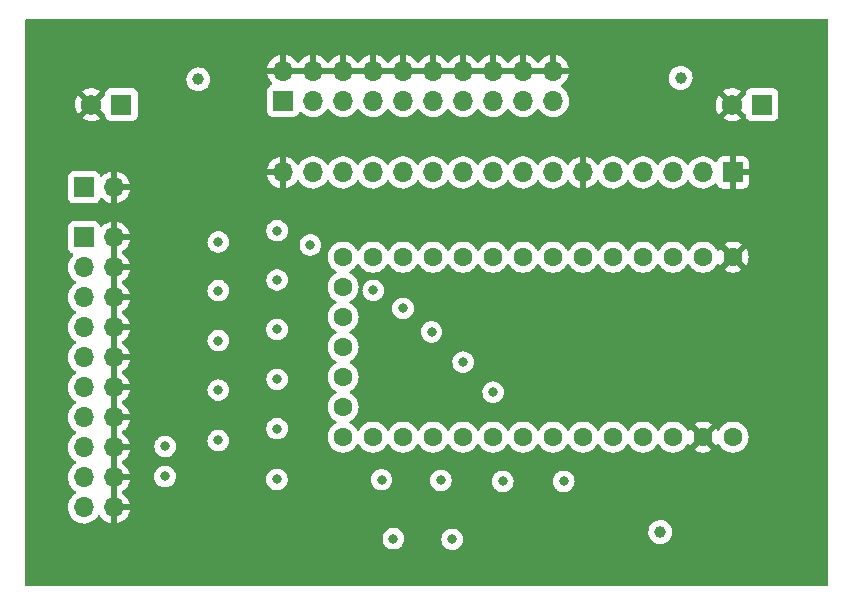
<source format=gbr>
%TF.GenerationSoftware,KiCad,Pcbnew,6.0.11-3.fc37*%
%TF.CreationDate,2024-04-07T15:32:31-04:00*%
%TF.ProjectId,Controller_T4,436f6e74-726f-46c6-9c65-725f54342e6b,rev?*%
%TF.SameCoordinates,Original*%
%TF.FileFunction,Copper,L2,Inr*%
%TF.FilePolarity,Positive*%
%FSLAX46Y46*%
G04 Gerber Fmt 4.6, Leading zero omitted, Abs format (unit mm)*
G04 Created by KiCad (PCBNEW 6.0.11-3.fc37) date 2024-04-07 15:32:31*
%MOMM*%
%LPD*%
G01*
G04 APERTURE LIST*
%TA.AperFunction,ComponentPad*%
%ADD10R,1.700000X1.700000*%
%TD*%
%TA.AperFunction,ComponentPad*%
%ADD11O,1.700000X1.700000*%
%TD*%
%TA.AperFunction,ComponentPad*%
%ADD12C,1.600000*%
%TD*%
%TA.AperFunction,ComponentPad*%
%ADD13R,1.755000X1.755000*%
%TD*%
%TA.AperFunction,ComponentPad*%
%ADD14C,1.755000*%
%TD*%
%TA.AperFunction,ViaPad*%
%ADD15C,0.800000*%
%TD*%
%TA.AperFunction,ViaPad*%
%ADD16C,1.000000*%
%TD*%
G04 APERTURE END LIST*
D10*
%TO.N,Earth*%
%TO.C,J3*%
X160945000Y-94000000D03*
D11*
%TO.N,Net-(J3-Pad2)*%
X158390000Y-94000000D03*
%TO.N,Net-(J3-Pad3)*%
X155850000Y-94000000D03*
%TO.N,Net-(J3-Pad4)*%
X153310000Y-94000000D03*
%TO.N,Net-(J3-Pad5)*%
X150770000Y-94000000D03*
%TO.N,Earth*%
X148230000Y-94000000D03*
%TO.N,CCD:CLK*%
X145690000Y-94000000D03*
%TO.N,CCD:ICG*%
X143150000Y-94000000D03*
%TO.N,CCD:SH*%
X140610000Y-94000000D03*
%TO.N,CCD:SPR*%
X138070000Y-94000000D03*
%TO.N,Net-(J3-Pad11)*%
X135530000Y-94000000D03*
%TO.N,SPI:CS_CNVST*%
X132990000Y-94000000D03*
%TO.N,SPI:SDO*%
X130450000Y-94000000D03*
%TO.N,SPI:CLK*%
X127910000Y-94000000D03*
%TO.N,SPI:SDI*%
X125370000Y-94000000D03*
%TO.N,Earth*%
X122830000Y-94000000D03*
%TD*%
D12*
%TO.N,Earth*%
%TO.C,U1*%
X160945000Y-101160000D03*
%TO.N,Net-(R17-Pad2)*%
X158405000Y-101160000D03*
%TO.N,Net-(R18-Pad2)*%
X155865000Y-101160000D03*
%TO.N,Net-(R22-Pad2)*%
X153325000Y-101160000D03*
%TO.N,Net-(R19-Pad2)*%
X150785000Y-101160000D03*
%TO.N,Net-(R20-Pad2)*%
X148245000Y-101160000D03*
X145705000Y-101160000D03*
%TO.N,Net-(R16-Pad2)*%
X143165000Y-101160000D03*
%TO.N,Net-(R13-Pad2)*%
X140625000Y-101160000D03*
%TO.N,Net-(R21-Pad2)*%
X138085000Y-101160000D03*
%TO.N,Net-(R23-Pad2)*%
X135545000Y-101160000D03*
%TO.N,Net-(R15-Pad2)*%
X133005000Y-101160000D03*
%TO.N,Net-(R12-Pad2)*%
X130465000Y-101160000D03*
%TO.N,SPI:SDO*%
X127925000Y-101160000D03*
%TO.N,unconnected-(U1-Pad15)*%
X127925000Y-103700000D03*
%TO.N,unconnected-(U1-Pad16)*%
X127925000Y-106240000D03*
%TO.N,unconnected-(U1-Pad17)*%
X127925000Y-108780000D03*
%TO.N,unconnected-(U1-Pad18)*%
X127925000Y-111320000D03*
%TO.N,unconnected-(U1-Pad19)*%
X127925000Y-113860000D03*
%TO.N,Net-(R14-Pad2)*%
X127925000Y-116400000D03*
%TO.N,Net-(D2-Pad3)*%
X130465000Y-116400000D03*
%TO.N,Net-(D4-Pad3)*%
X133005000Y-116400000D03*
%TO.N,Net-(D6-Pad3)*%
X135545000Y-116400000D03*
%TO.N,Net-(D8-Pad3)*%
X138085000Y-116400000D03*
%TO.N,Net-(D1-Pad3)*%
X140625000Y-116400000D03*
%TO.N,Net-(D3-Pad3)*%
X143165000Y-116400000D03*
%TO.N,Net-(D5-Pad3)*%
X145705000Y-116400000D03*
%TO.N,Net-(D7-Pad3)*%
X148245000Y-116400000D03*
%TO.N,Net-(D10-Pad3)*%
X150785000Y-116400000D03*
%TO.N,Net-(D9-Pad3)*%
X153325000Y-116400000D03*
%TO.N,+3.3V*%
X155865000Y-116400000D03*
%TO.N,Earth*%
X158405000Y-116400000D03*
%TO.N,Net-(C1-Pad1)*%
X160945000Y-116400000D03*
%TD*%
D10*
%TO.N,Net-(J1-Pad1)*%
%TO.C,J1*%
X106000000Y-99500000D03*
D11*
%TO.N,Earth*%
X108540000Y-99500000D03*
%TO.N,Net-(J1-Pad3)*%
X106000000Y-102040000D03*
%TO.N,Earth*%
X108540000Y-102040000D03*
%TO.N,Net-(J1-Pad5)*%
X106000000Y-104580000D03*
%TO.N,Earth*%
X108540000Y-104580000D03*
%TO.N,Net-(J1-Pad7)*%
X106000000Y-107120000D03*
%TO.N,Earth*%
X108540000Y-107120000D03*
%TO.N,Net-(J1-Pad9)*%
X106000000Y-109660000D03*
%TO.N,Earth*%
X108540000Y-109660000D03*
%TO.N,Net-(J1-Pad11)*%
X106000000Y-112200000D03*
%TO.N,Earth*%
X108540000Y-112200000D03*
%TO.N,Net-(J1-Pad13)*%
X106000000Y-114740000D03*
%TO.N,Earth*%
X108540000Y-114740000D03*
%TO.N,Net-(J1-Pad15)*%
X106000000Y-117280000D03*
%TO.N,Earth*%
X108540000Y-117280000D03*
%TO.N,Net-(J1-Pad17)*%
X106000000Y-119820000D03*
%TO.N,Earth*%
X108540000Y-119820000D03*
%TO.N,Net-(J1-Pad19)*%
X106000000Y-122360000D03*
%TO.N,Earth*%
X108540000Y-122360000D03*
%TD*%
D10*
%TO.N,/Vrefout*%
%TO.C,J6*%
X106000000Y-95250000D03*
D11*
%TO.N,Earth*%
X108540000Y-95250000D03*
%TD*%
D13*
%TO.N,+3.3V*%
%TO.C,J4*%
X109145000Y-88250000D03*
D14*
%TO.N,Earth*%
X106605000Y-88250000D03*
%TD*%
D10*
%TO.N,+3.3V*%
%TO.C,J2*%
X122830000Y-87940000D03*
D11*
%TO.N,Earth*%
X122830000Y-85400000D03*
%TO.N,SPI:SDI*%
X125370000Y-87940000D03*
%TO.N,Earth*%
X125370000Y-85400000D03*
%TO.N,SPI:CLK*%
X127910000Y-87940000D03*
%TO.N,Earth*%
X127910000Y-85400000D03*
%TO.N,SPI:SDO*%
X130450000Y-87940000D03*
%TO.N,Earth*%
X130450000Y-85400000D03*
%TO.N,SPI:CS_CNVST*%
X132990000Y-87940000D03*
%TO.N,Earth*%
X132990000Y-85400000D03*
%TO.N,+3.3V*%
X135530000Y-87940000D03*
%TO.N,Earth*%
X135530000Y-85400000D03*
%TO.N,CCD:SPR*%
X138070000Y-87940000D03*
%TO.N,Earth*%
X138070000Y-85400000D03*
%TO.N,CCD:SH*%
X140610000Y-87940000D03*
%TO.N,Earth*%
X140610000Y-85400000D03*
%TO.N,CCD:ICG*%
X143150000Y-87940000D03*
%TO.N,Earth*%
X143150000Y-85400000D03*
%TO.N,CCD:CLK*%
X145690000Y-87940000D03*
%TO.N,Earth*%
X145690000Y-85400000D03*
%TD*%
D13*
%TO.N,+5V*%
%TO.C,J5*%
X163395000Y-88250000D03*
D14*
%TO.N,Earth*%
X160855000Y-88250000D03*
%TD*%
D15*
%TO.N,Net-(D2-Pad3)*%
X130475000Y-103975000D03*
X117357500Y-99885000D03*
%TO.N,Earth*%
X143341875Y-120157500D03*
D16*
X154760000Y-119350000D03*
D15*
X122337500Y-104970000D03*
X122337500Y-117600000D03*
X148511875Y-120147500D03*
X138111875Y-120007500D03*
X122337500Y-100770000D03*
X118720000Y-87460000D03*
X118720000Y-92810000D03*
X122337500Y-113370000D03*
D16*
X164340000Y-123930000D03*
D15*
X122310000Y-121850000D03*
X133101875Y-120077500D03*
X119330000Y-90150000D03*
X122337500Y-109140000D03*
%TO.N,Net-(D4-Pad3)*%
X133000000Y-105500000D03*
X117357500Y-104010000D03*
%TO.N,Net-(D6-Pad3)*%
X117357500Y-108235000D03*
X135420000Y-107490000D03*
%TO.N,Net-(D8-Pad3)*%
X138085000Y-110055000D03*
X117357500Y-112425000D03*
D16*
%TO.N,+5V*%
X154780000Y-124440000D03*
X115670000Y-86110000D03*
X156500000Y-86000000D03*
D15*
%TO.N,+3.3V*%
X141445625Y-120147500D03*
X146610000Y-120157500D03*
X122337500Y-111510000D03*
X136203750Y-120077500D03*
X122337500Y-103100000D03*
X131181875Y-120017500D03*
X122322500Y-119980000D03*
X122337500Y-98930000D03*
X122337500Y-107290000D03*
X122337500Y-115680000D03*
%TO.N,Net-(D1-Pad3)*%
X140625000Y-112605000D03*
X117357500Y-116690000D03*
%TO.N,Net-(D5-Pad3)*%
X112860000Y-117200000D03*
X132181875Y-125007500D03*
%TO.N,Net-(D7-Pad3)*%
X112850000Y-119740000D03*
X137163750Y-125057500D03*
%TO.N,SPI:CLK*%
X125150000Y-100140000D03*
%TD*%
%TA.AperFunction,Conductor*%
%TO.N,Earth*%
G36*
X168942121Y-81020002D02*
G01*
X168988614Y-81073658D01*
X169000000Y-81126000D01*
X169000000Y-128874000D01*
X168979998Y-128942121D01*
X168926342Y-128988614D01*
X168874000Y-129000000D01*
X101126000Y-129000000D01*
X101057879Y-128979998D01*
X101011386Y-128926342D01*
X101000000Y-128874000D01*
X101000000Y-125007500D01*
X131268371Y-125007500D01*
X131269061Y-125014065D01*
X131283133Y-125147948D01*
X131288333Y-125197428D01*
X131347348Y-125379056D01*
X131442835Y-125544444D01*
X131447253Y-125549351D01*
X131447254Y-125549352D01*
X131487855Y-125594444D01*
X131570622Y-125686366D01*
X131725123Y-125798618D01*
X131731151Y-125801302D01*
X131731153Y-125801303D01*
X131828708Y-125844737D01*
X131899587Y-125876294D01*
X131992987Y-125896147D01*
X132079931Y-125914628D01*
X132079936Y-125914628D01*
X132086388Y-125916000D01*
X132277362Y-125916000D01*
X132283814Y-125914628D01*
X132283819Y-125914628D01*
X132370763Y-125896147D01*
X132464163Y-125876294D01*
X132535042Y-125844737D01*
X132632597Y-125801303D01*
X132632599Y-125801302D01*
X132638627Y-125798618D01*
X132793128Y-125686366D01*
X132875895Y-125594444D01*
X132916496Y-125549352D01*
X132916497Y-125549351D01*
X132920915Y-125544444D01*
X133016402Y-125379056D01*
X133075417Y-125197428D01*
X133080618Y-125147948D01*
X133090124Y-125057500D01*
X136250246Y-125057500D01*
X136270208Y-125247428D01*
X136329223Y-125429056D01*
X136332526Y-125434778D01*
X136332527Y-125434779D01*
X136334651Y-125438457D01*
X136424710Y-125594444D01*
X136552497Y-125736366D01*
X136706998Y-125848618D01*
X136713026Y-125851302D01*
X136713028Y-125851303D01*
X136858341Y-125916000D01*
X136881462Y-125926294D01*
X136974863Y-125946147D01*
X137061806Y-125964628D01*
X137061811Y-125964628D01*
X137068263Y-125966000D01*
X137259237Y-125966000D01*
X137265689Y-125964628D01*
X137265694Y-125964628D01*
X137352637Y-125946147D01*
X137446038Y-125926294D01*
X137469159Y-125916000D01*
X137614472Y-125851303D01*
X137614474Y-125851302D01*
X137620502Y-125848618D01*
X137775003Y-125736366D01*
X137902790Y-125594444D01*
X137992849Y-125438457D01*
X137994973Y-125434779D01*
X137994974Y-125434778D01*
X137998277Y-125429056D01*
X138057292Y-125247428D01*
X138077254Y-125057500D01*
X138057292Y-124867572D01*
X137998277Y-124685944D01*
X137989283Y-124670365D01*
X137906091Y-124526274D01*
X137902790Y-124520556D01*
X137862919Y-124476274D01*
X137817518Y-124425851D01*
X153766719Y-124425851D01*
X153783268Y-124622934D01*
X153837783Y-124813050D01*
X153928187Y-124988956D01*
X154051035Y-125143953D01*
X154055728Y-125147947D01*
X154055729Y-125147948D01*
X154164907Y-125240865D01*
X154201650Y-125272136D01*
X154374294Y-125368624D01*
X154562392Y-125429740D01*
X154758777Y-125453158D01*
X154764912Y-125452686D01*
X154764914Y-125452686D01*
X154949830Y-125438457D01*
X154949834Y-125438456D01*
X154955972Y-125437984D01*
X155146463Y-125384798D01*
X155151967Y-125382018D01*
X155151969Y-125382017D01*
X155317495Y-125298404D01*
X155317497Y-125298403D01*
X155322996Y-125295625D01*
X155478847Y-125173861D01*
X155608078Y-125024145D01*
X155705769Y-124852179D01*
X155768197Y-124664513D01*
X155792985Y-124468295D01*
X155793380Y-124440000D01*
X155774080Y-124243167D01*
X155765183Y-124213697D01*
X155742127Y-124137334D01*
X155716916Y-124053831D01*
X155624066Y-123879204D01*
X155553709Y-123792938D01*
X155502960Y-123730713D01*
X155502957Y-123730710D01*
X155499065Y-123725938D01*
X155494316Y-123722009D01*
X155351425Y-123603799D01*
X155351421Y-123603797D01*
X155346675Y-123599870D01*
X155172701Y-123505802D01*
X154983768Y-123447318D01*
X154977643Y-123446674D01*
X154977642Y-123446674D01*
X154793204Y-123427289D01*
X154793202Y-123427289D01*
X154787075Y-123426645D01*
X154704576Y-123434153D01*
X154596251Y-123444011D01*
X154596248Y-123444012D01*
X154590112Y-123444570D01*
X154584206Y-123446308D01*
X154584202Y-123446309D01*
X154481173Y-123476632D01*
X154400381Y-123500410D01*
X154394923Y-123503263D01*
X154394919Y-123503265D01*
X154304147Y-123550720D01*
X154225110Y-123592040D01*
X154070975Y-123715968D01*
X153943846Y-123867474D01*
X153940879Y-123872872D01*
X153940875Y-123872877D01*
X153937397Y-123879204D01*
X153848567Y-124040787D01*
X153846706Y-124046654D01*
X153846705Y-124046656D01*
X153829665Y-124100372D01*
X153788765Y-124229306D01*
X153766719Y-124425851D01*
X137817518Y-124425851D01*
X137779425Y-124383545D01*
X137779424Y-124383544D01*
X137775003Y-124378634D01*
X137620502Y-124266382D01*
X137614474Y-124263698D01*
X137614472Y-124263697D01*
X137452069Y-124191391D01*
X137452068Y-124191391D01*
X137446038Y-124188706D01*
X137352638Y-124168853D01*
X137265694Y-124150372D01*
X137265689Y-124150372D01*
X137259237Y-124149000D01*
X137068263Y-124149000D01*
X137061811Y-124150372D01*
X137061806Y-124150372D01*
X136974862Y-124168853D01*
X136881462Y-124188706D01*
X136875432Y-124191391D01*
X136875431Y-124191391D01*
X136713028Y-124263697D01*
X136713026Y-124263698D01*
X136706998Y-124266382D01*
X136552497Y-124378634D01*
X136548076Y-124383544D01*
X136548075Y-124383545D01*
X136464582Y-124476274D01*
X136424710Y-124520556D01*
X136421409Y-124526274D01*
X136338218Y-124670365D01*
X136329223Y-124685944D01*
X136270208Y-124867572D01*
X136250246Y-125057500D01*
X133090124Y-125057500D01*
X133094689Y-125014065D01*
X133095379Y-125007500D01*
X133075417Y-124817572D01*
X133016402Y-124635944D01*
X132920915Y-124470556D01*
X132896575Y-124443523D01*
X132797550Y-124333545D01*
X132797549Y-124333544D01*
X132793128Y-124328634D01*
X132675493Y-124243167D01*
X132643969Y-124220263D01*
X132643968Y-124220262D01*
X132638627Y-124216382D01*
X132632599Y-124213698D01*
X132632597Y-124213697D01*
X132470194Y-124141391D01*
X132470193Y-124141391D01*
X132464163Y-124138706D01*
X132370763Y-124118853D01*
X132283819Y-124100372D01*
X132283814Y-124100372D01*
X132277362Y-124099000D01*
X132086388Y-124099000D01*
X132079936Y-124100372D01*
X132079931Y-124100372D01*
X131992987Y-124118853D01*
X131899587Y-124138706D01*
X131893557Y-124141391D01*
X131893556Y-124141391D01*
X131731153Y-124213697D01*
X131731151Y-124213698D01*
X131725123Y-124216382D01*
X131719782Y-124220262D01*
X131719781Y-124220263D01*
X131688257Y-124243167D01*
X131570622Y-124328634D01*
X131566201Y-124333544D01*
X131566200Y-124333545D01*
X131467176Y-124443523D01*
X131442835Y-124470556D01*
X131347348Y-124635944D01*
X131288333Y-124817572D01*
X131268371Y-125007500D01*
X101000000Y-125007500D01*
X101000000Y-122326695D01*
X104637251Y-122326695D01*
X104650110Y-122549715D01*
X104651247Y-122554761D01*
X104651248Y-122554767D01*
X104664597Y-122614000D01*
X104699222Y-122767639D01*
X104783266Y-122974616D01*
X104899987Y-123165088D01*
X105046250Y-123333938D01*
X105218126Y-123476632D01*
X105411000Y-123589338D01*
X105619692Y-123669030D01*
X105624760Y-123670061D01*
X105624763Y-123670062D01*
X105719862Y-123689410D01*
X105838597Y-123713567D01*
X105843772Y-123713757D01*
X105843774Y-123713757D01*
X106056673Y-123721564D01*
X106056677Y-123721564D01*
X106061837Y-123721753D01*
X106066957Y-123721097D01*
X106066959Y-123721097D01*
X106278288Y-123694025D01*
X106278289Y-123694025D01*
X106283416Y-123693368D01*
X106288366Y-123691883D01*
X106492429Y-123630661D01*
X106492434Y-123630659D01*
X106497384Y-123629174D01*
X106697994Y-123530896D01*
X106879860Y-123401173D01*
X107038096Y-123243489D01*
X107097594Y-123160689D01*
X107168453Y-123062077D01*
X107169640Y-123062930D01*
X107216960Y-123019362D01*
X107286897Y-123007145D01*
X107352338Y-123034678D01*
X107380166Y-123066511D01*
X107437694Y-123160388D01*
X107443777Y-123168699D01*
X107583213Y-123329667D01*
X107590580Y-123336883D01*
X107754434Y-123472916D01*
X107762881Y-123478831D01*
X107946756Y-123586279D01*
X107956042Y-123590729D01*
X108155001Y-123666703D01*
X108164899Y-123669579D01*
X108268250Y-123690606D01*
X108282299Y-123689410D01*
X108286000Y-123679065D01*
X108286000Y-123678517D01*
X108794000Y-123678517D01*
X108798064Y-123692359D01*
X108811478Y-123694393D01*
X108818184Y-123693534D01*
X108828262Y-123691392D01*
X109032255Y-123630191D01*
X109041842Y-123626433D01*
X109233095Y-123532739D01*
X109241945Y-123527464D01*
X109415328Y-123403792D01*
X109423200Y-123397139D01*
X109574052Y-123246812D01*
X109580730Y-123238965D01*
X109705003Y-123066020D01*
X109710313Y-123057183D01*
X109804670Y-122866267D01*
X109808469Y-122856672D01*
X109870377Y-122652910D01*
X109872555Y-122642837D01*
X109873986Y-122631962D01*
X109871775Y-122617778D01*
X109858617Y-122614000D01*
X108812115Y-122614000D01*
X108796876Y-122618475D01*
X108795671Y-122619865D01*
X108794000Y-122627548D01*
X108794000Y-123678517D01*
X108286000Y-123678517D01*
X108286000Y-122087885D01*
X108794000Y-122087885D01*
X108798475Y-122103124D01*
X108799865Y-122104329D01*
X108807548Y-122106000D01*
X109858344Y-122106000D01*
X109871875Y-122102027D01*
X109873180Y-122092947D01*
X109831214Y-121925875D01*
X109827894Y-121916124D01*
X109742972Y-121720814D01*
X109738105Y-121711739D01*
X109622426Y-121532926D01*
X109616136Y-121524757D01*
X109472806Y-121367240D01*
X109465273Y-121360215D01*
X109298139Y-121228222D01*
X109289552Y-121222517D01*
X109252116Y-121201851D01*
X109202146Y-121151419D01*
X109187374Y-121081976D01*
X109212490Y-121015571D01*
X109239842Y-120988964D01*
X109415327Y-120863792D01*
X109423200Y-120857139D01*
X109574052Y-120706812D01*
X109580730Y-120698965D01*
X109705003Y-120526020D01*
X109710313Y-120517183D01*
X109804670Y-120326267D01*
X109808469Y-120316672D01*
X109870377Y-120112910D01*
X109872555Y-120102837D01*
X109873986Y-120091962D01*
X109871775Y-120077778D01*
X109858617Y-120074000D01*
X108812115Y-120074000D01*
X108796876Y-120078475D01*
X108795671Y-120079865D01*
X108794000Y-120087548D01*
X108794000Y-122087885D01*
X108286000Y-122087885D01*
X108286000Y-119740000D01*
X111936496Y-119740000D01*
X111937186Y-119746565D01*
X111942449Y-119796635D01*
X111956458Y-119929928D01*
X112015473Y-120111556D01*
X112018776Y-120117278D01*
X112018777Y-120117279D01*
X112040016Y-120154065D01*
X112110960Y-120276944D01*
X112115378Y-120281851D01*
X112115379Y-120281852D01*
X112165420Y-120337428D01*
X112238747Y-120418866D01*
X112280300Y-120449056D01*
X112367996Y-120512771D01*
X112393248Y-120531118D01*
X112399276Y-120533802D01*
X112399278Y-120533803D01*
X112561681Y-120606109D01*
X112567712Y-120608794D01*
X112644369Y-120625088D01*
X112748056Y-120647128D01*
X112748061Y-120647128D01*
X112754513Y-120648500D01*
X112945487Y-120648500D01*
X112951939Y-120647128D01*
X112951944Y-120647128D01*
X113055631Y-120625088D01*
X113132288Y-120608794D01*
X113138319Y-120606109D01*
X113300722Y-120533803D01*
X113300724Y-120533802D01*
X113306752Y-120531118D01*
X113332005Y-120512771D01*
X113419700Y-120449056D01*
X113461253Y-120418866D01*
X113534580Y-120337428D01*
X113584621Y-120281852D01*
X113584622Y-120281851D01*
X113589040Y-120276944D01*
X113659984Y-120154065D01*
X113681223Y-120117279D01*
X113681224Y-120117278D01*
X113684527Y-120111556D01*
X113727272Y-119980000D01*
X121408996Y-119980000D01*
X121409686Y-119986565D01*
X121421907Y-120102837D01*
X121428958Y-120169928D01*
X121487973Y-120351556D01*
X121583460Y-120516944D01*
X121587878Y-120521851D01*
X121587879Y-120521852D01*
X121700678Y-120647128D01*
X121711247Y-120658866D01*
X121766971Y-120699352D01*
X121845444Y-120756366D01*
X121865748Y-120771118D01*
X121871776Y-120773802D01*
X121871778Y-120773803D01*
X122034181Y-120846109D01*
X122040212Y-120848794D01*
X122133476Y-120868618D01*
X122220556Y-120887128D01*
X122220561Y-120887128D01*
X122227013Y-120888500D01*
X122417987Y-120888500D01*
X122424439Y-120887128D01*
X122424444Y-120887128D01*
X122511524Y-120868618D01*
X122604788Y-120848794D01*
X122610819Y-120846109D01*
X122773222Y-120773803D01*
X122773224Y-120773802D01*
X122779252Y-120771118D01*
X122799557Y-120756366D01*
X122878029Y-120699352D01*
X122933753Y-120658866D01*
X122944322Y-120647128D01*
X123057121Y-120521852D01*
X123057122Y-120521851D01*
X123061540Y-120516944D01*
X123157027Y-120351556D01*
X123216042Y-120169928D01*
X123223094Y-120102837D01*
X123232063Y-120017500D01*
X130268371Y-120017500D01*
X130269061Y-120024065D01*
X130284392Y-120169928D01*
X130288333Y-120207428D01*
X130347348Y-120389056D01*
X130442835Y-120554444D01*
X130447253Y-120559351D01*
X130447254Y-120559352D01*
X130566200Y-120691455D01*
X130570622Y-120696366D01*
X130580426Y-120703489D01*
X130709463Y-120797240D01*
X130725123Y-120808618D01*
X130731151Y-120811302D01*
X130731153Y-120811303D01*
X130865916Y-120871303D01*
X130899587Y-120886294D01*
X130992988Y-120906147D01*
X131079931Y-120924628D01*
X131079936Y-120924628D01*
X131086388Y-120926000D01*
X131277362Y-120926000D01*
X131283814Y-120924628D01*
X131283819Y-120924628D01*
X131370762Y-120906147D01*
X131464163Y-120886294D01*
X131497834Y-120871303D01*
X131632597Y-120811303D01*
X131632599Y-120811302D01*
X131638627Y-120808618D01*
X131654288Y-120797240D01*
X131783324Y-120703489D01*
X131793128Y-120696366D01*
X131797550Y-120691455D01*
X131916496Y-120559352D01*
X131916497Y-120559351D01*
X131920915Y-120554444D01*
X132016402Y-120389056D01*
X132075417Y-120207428D01*
X132079359Y-120169928D01*
X132089073Y-120077500D01*
X135290246Y-120077500D01*
X135310208Y-120267428D01*
X135369223Y-120449056D01*
X135464710Y-120614444D01*
X135592497Y-120756366D01*
X135668111Y-120811303D01*
X135740356Y-120863792D01*
X135746998Y-120868618D01*
X135753026Y-120871302D01*
X135753028Y-120871303D01*
X135910252Y-120941303D01*
X135921462Y-120946294D01*
X136014862Y-120966147D01*
X136101806Y-120984628D01*
X136101811Y-120984628D01*
X136108263Y-120986000D01*
X136299237Y-120986000D01*
X136305689Y-120984628D01*
X136305694Y-120984628D01*
X136392638Y-120966147D01*
X136486038Y-120946294D01*
X136497248Y-120941303D01*
X136654472Y-120871303D01*
X136654474Y-120871302D01*
X136660502Y-120868618D01*
X136667145Y-120863792D01*
X136739389Y-120811303D01*
X136815003Y-120756366D01*
X136942790Y-120614444D01*
X137038277Y-120449056D01*
X137097292Y-120267428D01*
X137109897Y-120147500D01*
X140532121Y-120147500D01*
X140532811Y-120154065D01*
X140550442Y-120321811D01*
X140552083Y-120337428D01*
X140611098Y-120519056D01*
X140614401Y-120524778D01*
X140614402Y-120524779D01*
X140618062Y-120531118D01*
X140706585Y-120684444D01*
X140711003Y-120689351D01*
X140711004Y-120689352D01*
X140787044Y-120773803D01*
X140834372Y-120826366D01*
X140918003Y-120887128D01*
X140981591Y-120933327D01*
X140988873Y-120938618D01*
X140994901Y-120941302D01*
X140994903Y-120941303D01*
X141157306Y-121013609D01*
X141163337Y-121016294D01*
X141233182Y-121031140D01*
X141343681Y-121054628D01*
X141343686Y-121054628D01*
X141350138Y-121056000D01*
X141541112Y-121056000D01*
X141547564Y-121054628D01*
X141547569Y-121054628D01*
X141658068Y-121031140D01*
X141727913Y-121016294D01*
X141733944Y-121013609D01*
X141896347Y-120941303D01*
X141896349Y-120941302D01*
X141902377Y-120938618D01*
X141909660Y-120933327D01*
X141973247Y-120887128D01*
X142056878Y-120826366D01*
X142104206Y-120773803D01*
X142180246Y-120689352D01*
X142180247Y-120689351D01*
X142184665Y-120684444D01*
X142273188Y-120531118D01*
X142276848Y-120524779D01*
X142276849Y-120524778D01*
X142280152Y-120519056D01*
X142339167Y-120337428D01*
X142340809Y-120321811D01*
X142358078Y-120157500D01*
X145696496Y-120157500D01*
X145697186Y-120164065D01*
X145713766Y-120321811D01*
X145716458Y-120347428D01*
X145775473Y-120529056D01*
X145778776Y-120534778D01*
X145778777Y-120534779D01*
X145790131Y-120554444D01*
X145870960Y-120694444D01*
X145875378Y-120699351D01*
X145875379Y-120699352D01*
X145976180Y-120811303D01*
X145998747Y-120836366D01*
X146063771Y-120883609D01*
X146146354Y-120943609D01*
X146153248Y-120948618D01*
X146159276Y-120951302D01*
X146159278Y-120951303D01*
X146308333Y-121017666D01*
X146327712Y-121026294D01*
X146421113Y-121046147D01*
X146508056Y-121064628D01*
X146508061Y-121064628D01*
X146514513Y-121066000D01*
X146705487Y-121066000D01*
X146711939Y-121064628D01*
X146711944Y-121064628D01*
X146798887Y-121046147D01*
X146892288Y-121026294D01*
X146911667Y-121017666D01*
X147060722Y-120951303D01*
X147060724Y-120951302D01*
X147066752Y-120948618D01*
X147073647Y-120943609D01*
X147156229Y-120883609D01*
X147221253Y-120836366D01*
X147243820Y-120811303D01*
X147344621Y-120699352D01*
X147344622Y-120699351D01*
X147349040Y-120694444D01*
X147429869Y-120554444D01*
X147441223Y-120534779D01*
X147441224Y-120534778D01*
X147444527Y-120529056D01*
X147503542Y-120347428D01*
X147506235Y-120321811D01*
X147522814Y-120164065D01*
X147523504Y-120157500D01*
X147519277Y-120117279D01*
X147504232Y-119974135D01*
X147504232Y-119974133D01*
X147503542Y-119967572D01*
X147444527Y-119785944D01*
X147438754Y-119775944D01*
X147363698Y-119645944D01*
X147349040Y-119620556D01*
X147343794Y-119614729D01*
X147225675Y-119483545D01*
X147225674Y-119483544D01*
X147221253Y-119478634D01*
X147111143Y-119398634D01*
X147072094Y-119370263D01*
X147072093Y-119370262D01*
X147066752Y-119366382D01*
X147060724Y-119363698D01*
X147060722Y-119363697D01*
X146898319Y-119291391D01*
X146898318Y-119291391D01*
X146892288Y-119288706D01*
X146798888Y-119268853D01*
X146711944Y-119250372D01*
X146711939Y-119250372D01*
X146705487Y-119249000D01*
X146514513Y-119249000D01*
X146508061Y-119250372D01*
X146508056Y-119250372D01*
X146421112Y-119268853D01*
X146327712Y-119288706D01*
X146321682Y-119291391D01*
X146321681Y-119291391D01*
X146159278Y-119363697D01*
X146159276Y-119363698D01*
X146153248Y-119366382D01*
X146147907Y-119370262D01*
X146147906Y-119370263D01*
X146108857Y-119398634D01*
X145998747Y-119478634D01*
X145994326Y-119483544D01*
X145994325Y-119483545D01*
X145876207Y-119614729D01*
X145870960Y-119620556D01*
X145856302Y-119645944D01*
X145781247Y-119775944D01*
X145775473Y-119785944D01*
X145716458Y-119967572D01*
X145715768Y-119974133D01*
X145715768Y-119974135D01*
X145700723Y-120117279D01*
X145696496Y-120157500D01*
X142358078Y-120157500D01*
X142358439Y-120154065D01*
X142359129Y-120147500D01*
X142355953Y-120117279D01*
X142339857Y-119964135D01*
X142339857Y-119964133D01*
X142339167Y-119957572D01*
X142280152Y-119775944D01*
X142184665Y-119610556D01*
X142177611Y-119602721D01*
X142061300Y-119473545D01*
X142061299Y-119473544D01*
X142056878Y-119468634D01*
X141955187Y-119394751D01*
X141907719Y-119360263D01*
X141907718Y-119360262D01*
X141902377Y-119356382D01*
X141896349Y-119353698D01*
X141896347Y-119353697D01*
X141733944Y-119281391D01*
X141733943Y-119281391D01*
X141727913Y-119278706D01*
X141634513Y-119258853D01*
X141547569Y-119240372D01*
X141547564Y-119240372D01*
X141541112Y-119239000D01*
X141350138Y-119239000D01*
X141343686Y-119240372D01*
X141343681Y-119240372D01*
X141256737Y-119258853D01*
X141163337Y-119278706D01*
X141157307Y-119281391D01*
X141157306Y-119281391D01*
X140994903Y-119353697D01*
X140994901Y-119353698D01*
X140988873Y-119356382D01*
X140983532Y-119360262D01*
X140983531Y-119360263D01*
X140936063Y-119394751D01*
X140834372Y-119468634D01*
X140829951Y-119473544D01*
X140829950Y-119473545D01*
X140713640Y-119602721D01*
X140706585Y-119610556D01*
X140611098Y-119775944D01*
X140552083Y-119957572D01*
X140551393Y-119964133D01*
X140551393Y-119964135D01*
X140535297Y-120117279D01*
X140532121Y-120147500D01*
X137109897Y-120147500D01*
X137117254Y-120077500D01*
X137110130Y-120009715D01*
X137097982Y-119894135D01*
X137097982Y-119894133D01*
X137097292Y-119887572D01*
X137038277Y-119705944D01*
X136942790Y-119540556D01*
X136815003Y-119398634D01*
X136687566Y-119306045D01*
X136665844Y-119290263D01*
X136665843Y-119290262D01*
X136660502Y-119286382D01*
X136654474Y-119283698D01*
X136654472Y-119283697D01*
X136492069Y-119211391D01*
X136492068Y-119211391D01*
X136486038Y-119208706D01*
X136380142Y-119186197D01*
X136305694Y-119170372D01*
X136305689Y-119170372D01*
X136299237Y-119169000D01*
X136108263Y-119169000D01*
X136101811Y-119170372D01*
X136101806Y-119170372D01*
X136027358Y-119186197D01*
X135921462Y-119208706D01*
X135915432Y-119211391D01*
X135915431Y-119211391D01*
X135753028Y-119283697D01*
X135753026Y-119283698D01*
X135746998Y-119286382D01*
X135741657Y-119290262D01*
X135741656Y-119290263D01*
X135719934Y-119306045D01*
X135592497Y-119398634D01*
X135464710Y-119540556D01*
X135369223Y-119705944D01*
X135310208Y-119887572D01*
X135309518Y-119894133D01*
X135309518Y-119894135D01*
X135297370Y-120009715D01*
X135290246Y-120077500D01*
X132089073Y-120077500D01*
X132094689Y-120024065D01*
X132095379Y-120017500D01*
X132075417Y-119827572D01*
X132016402Y-119645944D01*
X132005046Y-119626274D01*
X131958857Y-119546274D01*
X131920915Y-119480556D01*
X131910181Y-119468634D01*
X131797550Y-119343545D01*
X131797549Y-119343544D01*
X131793128Y-119338634D01*
X131638627Y-119226382D01*
X131632599Y-119223698D01*
X131632597Y-119223697D01*
X131470194Y-119151391D01*
X131470193Y-119151391D01*
X131464163Y-119148706D01*
X131370763Y-119128853D01*
X131283819Y-119110372D01*
X131283814Y-119110372D01*
X131277362Y-119109000D01*
X131086388Y-119109000D01*
X131079936Y-119110372D01*
X131079931Y-119110372D01*
X130992987Y-119128853D01*
X130899587Y-119148706D01*
X130893557Y-119151391D01*
X130893556Y-119151391D01*
X130731153Y-119223697D01*
X130731151Y-119223698D01*
X130725123Y-119226382D01*
X130570622Y-119338634D01*
X130566201Y-119343544D01*
X130566200Y-119343545D01*
X130453570Y-119468634D01*
X130442835Y-119480556D01*
X130404893Y-119546274D01*
X130358705Y-119626274D01*
X130347348Y-119645944D01*
X130288333Y-119827572D01*
X130268371Y-120017500D01*
X123232063Y-120017500D01*
X123235314Y-119986565D01*
X123236004Y-119980000D01*
X123230741Y-119929928D01*
X123216732Y-119796635D01*
X123216732Y-119796633D01*
X123216042Y-119790072D01*
X123157027Y-119608444D01*
X123061540Y-119443056D01*
X122992503Y-119366382D01*
X122938175Y-119306045D01*
X122938174Y-119306044D01*
X122933753Y-119301134D01*
X122779252Y-119188882D01*
X122773224Y-119186198D01*
X122773222Y-119186197D01*
X122610819Y-119113891D01*
X122610818Y-119113891D01*
X122604788Y-119111206D01*
X122511388Y-119091353D01*
X122424444Y-119072872D01*
X122424439Y-119072872D01*
X122417987Y-119071500D01*
X122227013Y-119071500D01*
X122220561Y-119072872D01*
X122220556Y-119072872D01*
X122133612Y-119091353D01*
X122040212Y-119111206D01*
X122034182Y-119113891D01*
X122034181Y-119113891D01*
X121871778Y-119186197D01*
X121871776Y-119186198D01*
X121865748Y-119188882D01*
X121711247Y-119301134D01*
X121706826Y-119306044D01*
X121706825Y-119306045D01*
X121652498Y-119366382D01*
X121583460Y-119443056D01*
X121487973Y-119608444D01*
X121428958Y-119790072D01*
X121428268Y-119796633D01*
X121428268Y-119796635D01*
X121414259Y-119929928D01*
X121408996Y-119980000D01*
X113727272Y-119980000D01*
X113743542Y-119929928D01*
X113757552Y-119796635D01*
X113762814Y-119746565D01*
X113763504Y-119740000D01*
X113754279Y-119652229D01*
X113744232Y-119556635D01*
X113744232Y-119556633D01*
X113743542Y-119550072D01*
X113684527Y-119368444D01*
X113670767Y-119344610D01*
X113632717Y-119278706D01*
X113589040Y-119203056D01*
X113461253Y-119061134D01*
X113306752Y-118948882D01*
X113300724Y-118946198D01*
X113300722Y-118946197D01*
X113138319Y-118873891D01*
X113138318Y-118873891D01*
X113132288Y-118871206D01*
X113038888Y-118851353D01*
X112951944Y-118832872D01*
X112951939Y-118832872D01*
X112945487Y-118831500D01*
X112754513Y-118831500D01*
X112748061Y-118832872D01*
X112748056Y-118832872D01*
X112661112Y-118851353D01*
X112567712Y-118871206D01*
X112561682Y-118873891D01*
X112561681Y-118873891D01*
X112399278Y-118946197D01*
X112399276Y-118946198D01*
X112393248Y-118948882D01*
X112238747Y-119061134D01*
X112110960Y-119203056D01*
X112067283Y-119278706D01*
X112029234Y-119344610D01*
X112015473Y-119368444D01*
X111956458Y-119550072D01*
X111955768Y-119556633D01*
X111955768Y-119556635D01*
X111945721Y-119652229D01*
X111936496Y-119740000D01*
X108286000Y-119740000D01*
X108286000Y-119547885D01*
X108794000Y-119547885D01*
X108798475Y-119563124D01*
X108799865Y-119564329D01*
X108807548Y-119566000D01*
X109858344Y-119566000D01*
X109871875Y-119562027D01*
X109873180Y-119552947D01*
X109831214Y-119385875D01*
X109827894Y-119376124D01*
X109742972Y-119180814D01*
X109738105Y-119171739D01*
X109622426Y-118992926D01*
X109616136Y-118984757D01*
X109472806Y-118827240D01*
X109465273Y-118820215D01*
X109298139Y-118688222D01*
X109289552Y-118682517D01*
X109252116Y-118661851D01*
X109202146Y-118611419D01*
X109187374Y-118541976D01*
X109212490Y-118475571D01*
X109239842Y-118448964D01*
X109415327Y-118323792D01*
X109423200Y-118317139D01*
X109574052Y-118166812D01*
X109580730Y-118158965D01*
X109705003Y-117986020D01*
X109710313Y-117977183D01*
X109804670Y-117786267D01*
X109808469Y-117776672D01*
X109870377Y-117572910D01*
X109872555Y-117562837D01*
X109873986Y-117551962D01*
X109871775Y-117537778D01*
X109858617Y-117534000D01*
X108812115Y-117534000D01*
X108796876Y-117538475D01*
X108795671Y-117539865D01*
X108794000Y-117547548D01*
X108794000Y-119547885D01*
X108286000Y-119547885D01*
X108286000Y-117200000D01*
X111946496Y-117200000D01*
X111966458Y-117389928D01*
X112025473Y-117571556D01*
X112120960Y-117736944D01*
X112125378Y-117741851D01*
X112125379Y-117741852D01*
X112244325Y-117873955D01*
X112248747Y-117878866D01*
X112403248Y-117991118D01*
X112409276Y-117993802D01*
X112409278Y-117993803D01*
X112571681Y-118066109D01*
X112577712Y-118068794D01*
X112654369Y-118085088D01*
X112758056Y-118107128D01*
X112758061Y-118107128D01*
X112764513Y-118108500D01*
X112955487Y-118108500D01*
X112961939Y-118107128D01*
X112961944Y-118107128D01*
X113065631Y-118085088D01*
X113142288Y-118068794D01*
X113148319Y-118066109D01*
X113310722Y-117993803D01*
X113310724Y-117993802D01*
X113316752Y-117991118D01*
X113471253Y-117878866D01*
X113475675Y-117873955D01*
X113594621Y-117741852D01*
X113594622Y-117741851D01*
X113599040Y-117736944D01*
X113694527Y-117571556D01*
X113753542Y-117389928D01*
X113773504Y-117200000D01*
X113765254Y-117121507D01*
X113754232Y-117016635D01*
X113754232Y-117016633D01*
X113753542Y-117010072D01*
X113694527Y-116828444D01*
X113680767Y-116804610D01*
X113614596Y-116690000D01*
X116443996Y-116690000D01*
X116444686Y-116696565D01*
X116461257Y-116854225D01*
X116463958Y-116879928D01*
X116522973Y-117061556D01*
X116618460Y-117226944D01*
X116622878Y-117231851D01*
X116622879Y-117231852D01*
X116741825Y-117363955D01*
X116746247Y-117368866D01*
X116783877Y-117396206D01*
X116892007Y-117474767D01*
X116900748Y-117481118D01*
X116906776Y-117483802D01*
X116906778Y-117483803D01*
X117049953Y-117547548D01*
X117075212Y-117558794D01*
X117162177Y-117577279D01*
X117255556Y-117597128D01*
X117255561Y-117597128D01*
X117262013Y-117598500D01*
X117452987Y-117598500D01*
X117459439Y-117597128D01*
X117459444Y-117597128D01*
X117552823Y-117577279D01*
X117639788Y-117558794D01*
X117665047Y-117547548D01*
X117808222Y-117483803D01*
X117808224Y-117483802D01*
X117814252Y-117481118D01*
X117822994Y-117474767D01*
X117931123Y-117396206D01*
X117968753Y-117368866D01*
X117973175Y-117363955D01*
X118092121Y-117231852D01*
X118092122Y-117231851D01*
X118096540Y-117226944D01*
X118192027Y-117061556D01*
X118251042Y-116879928D01*
X118253744Y-116854225D01*
X118270314Y-116696565D01*
X118271004Y-116690000D01*
X118260192Y-116587128D01*
X118251732Y-116506635D01*
X118251732Y-116506633D01*
X118251042Y-116500072D01*
X118192027Y-116318444D01*
X118169956Y-116280215D01*
X118133426Y-116216944D01*
X118096540Y-116153056D01*
X118091808Y-116147800D01*
X117973175Y-116016045D01*
X117973174Y-116016044D01*
X117968753Y-116011134D01*
X117814252Y-115898882D01*
X117808224Y-115896198D01*
X117808222Y-115896197D01*
X117645819Y-115823891D01*
X117645818Y-115823891D01*
X117639788Y-115821206D01*
X117546388Y-115801353D01*
X117459444Y-115782872D01*
X117459439Y-115782872D01*
X117452987Y-115781500D01*
X117262013Y-115781500D01*
X117255561Y-115782872D01*
X117255556Y-115782872D01*
X117168612Y-115801353D01*
X117075212Y-115821206D01*
X117069182Y-115823891D01*
X117069181Y-115823891D01*
X116906778Y-115896197D01*
X116906776Y-115896198D01*
X116900748Y-115898882D01*
X116746247Y-116011134D01*
X116741826Y-116016044D01*
X116741825Y-116016045D01*
X116623193Y-116147800D01*
X116618460Y-116153056D01*
X116581574Y-116216944D01*
X116545045Y-116280215D01*
X116522973Y-116318444D01*
X116463958Y-116500072D01*
X116463268Y-116506633D01*
X116463268Y-116506635D01*
X116454808Y-116587128D01*
X116443996Y-116690000D01*
X113614596Y-116690000D01*
X113602341Y-116668774D01*
X113599040Y-116663056D01*
X113572340Y-116633402D01*
X113475675Y-116526045D01*
X113475674Y-116526044D01*
X113471253Y-116521134D01*
X113316752Y-116408882D01*
X113310724Y-116406198D01*
X113310722Y-116406197D01*
X113148319Y-116333891D01*
X113148318Y-116333891D01*
X113142288Y-116331206D01*
X113048887Y-116311353D01*
X112961944Y-116292872D01*
X112961939Y-116292872D01*
X112955487Y-116291500D01*
X112764513Y-116291500D01*
X112758061Y-116292872D01*
X112758056Y-116292872D01*
X112671113Y-116311353D01*
X112577712Y-116331206D01*
X112571682Y-116333891D01*
X112571681Y-116333891D01*
X112409278Y-116406197D01*
X112409276Y-116406198D01*
X112403248Y-116408882D01*
X112248747Y-116521134D01*
X112244326Y-116526044D01*
X112244325Y-116526045D01*
X112147661Y-116633402D01*
X112120960Y-116663056D01*
X112117659Y-116668774D01*
X112039234Y-116804610D01*
X112025473Y-116828444D01*
X111966458Y-117010072D01*
X111965768Y-117016633D01*
X111965768Y-117016635D01*
X111954746Y-117121507D01*
X111946496Y-117200000D01*
X108286000Y-117200000D01*
X108286000Y-117007885D01*
X108794000Y-117007885D01*
X108798475Y-117023124D01*
X108799865Y-117024329D01*
X108807548Y-117026000D01*
X109858344Y-117026000D01*
X109871875Y-117022027D01*
X109873180Y-117012947D01*
X109831214Y-116845875D01*
X109827894Y-116836124D01*
X109742972Y-116640814D01*
X109738105Y-116631739D01*
X109622426Y-116452926D01*
X109616136Y-116444757D01*
X109472806Y-116287240D01*
X109465273Y-116280215D01*
X109298139Y-116148222D01*
X109289552Y-116142517D01*
X109252116Y-116121851D01*
X109202146Y-116071419D01*
X109187374Y-116001976D01*
X109212490Y-115935571D01*
X109239842Y-115908964D01*
X109415327Y-115783792D01*
X109423200Y-115777139D01*
X109520678Y-115680000D01*
X121423996Y-115680000D01*
X121424686Y-115686565D01*
X121442792Y-115858831D01*
X121443958Y-115869928D01*
X121502973Y-116051556D01*
X121506276Y-116057278D01*
X121506277Y-116057279D01*
X121523260Y-116086694D01*
X121598460Y-116216944D01*
X121602878Y-116221851D01*
X121602879Y-116221852D01*
X121661755Y-116287240D01*
X121726247Y-116358866D01*
X121765229Y-116387188D01*
X121855284Y-116452617D01*
X121880748Y-116471118D01*
X121886776Y-116473802D01*
X121886778Y-116473803D01*
X122049181Y-116546109D01*
X122055212Y-116548794D01*
X122148613Y-116568647D01*
X122235556Y-116587128D01*
X122235561Y-116587128D01*
X122242013Y-116588500D01*
X122432987Y-116588500D01*
X122439439Y-116587128D01*
X122439444Y-116587128D01*
X122526387Y-116568647D01*
X122619788Y-116548794D01*
X122625819Y-116546109D01*
X122788222Y-116473803D01*
X122788224Y-116473802D01*
X122794252Y-116471118D01*
X122819717Y-116452617D01*
X122892137Y-116400000D01*
X126611502Y-116400000D01*
X126631457Y-116628087D01*
X126632881Y-116633400D01*
X126632881Y-116633402D01*
X126680015Y-116809305D01*
X126690716Y-116849243D01*
X126693039Y-116854224D01*
X126693039Y-116854225D01*
X126785151Y-117051762D01*
X126785154Y-117051767D01*
X126787477Y-117056749D01*
X126826312Y-117112211D01*
X126910086Y-117231852D01*
X126918802Y-117244300D01*
X127080700Y-117406198D01*
X127085208Y-117409355D01*
X127085211Y-117409357D01*
X127163389Y-117464098D01*
X127268251Y-117537523D01*
X127273233Y-117539846D01*
X127273238Y-117539849D01*
X127396075Y-117597128D01*
X127475757Y-117634284D01*
X127481065Y-117635706D01*
X127481067Y-117635707D01*
X127691598Y-117692119D01*
X127691600Y-117692119D01*
X127696913Y-117693543D01*
X127925000Y-117713498D01*
X128153087Y-117693543D01*
X128158400Y-117692119D01*
X128158402Y-117692119D01*
X128368933Y-117635707D01*
X128368935Y-117635706D01*
X128374243Y-117634284D01*
X128453925Y-117597128D01*
X128576762Y-117539849D01*
X128576767Y-117539846D01*
X128581749Y-117537523D01*
X128686611Y-117464098D01*
X128764789Y-117409357D01*
X128764792Y-117409355D01*
X128769300Y-117406198D01*
X128931198Y-117244300D01*
X128939915Y-117231852D01*
X129023688Y-117112211D01*
X129062523Y-117056749D01*
X129064846Y-117051767D01*
X129064849Y-117051762D01*
X129080805Y-117017543D01*
X129127722Y-116964258D01*
X129195999Y-116944797D01*
X129263959Y-116965339D01*
X129309195Y-117017543D01*
X129325151Y-117051762D01*
X129325154Y-117051767D01*
X129327477Y-117056749D01*
X129366312Y-117112211D01*
X129450086Y-117231852D01*
X129458802Y-117244300D01*
X129620700Y-117406198D01*
X129625208Y-117409355D01*
X129625211Y-117409357D01*
X129703389Y-117464098D01*
X129808251Y-117537523D01*
X129813233Y-117539846D01*
X129813238Y-117539849D01*
X129936075Y-117597128D01*
X130015757Y-117634284D01*
X130021065Y-117635706D01*
X130021067Y-117635707D01*
X130231598Y-117692119D01*
X130231600Y-117692119D01*
X130236913Y-117693543D01*
X130465000Y-117713498D01*
X130693087Y-117693543D01*
X130698400Y-117692119D01*
X130698402Y-117692119D01*
X130908933Y-117635707D01*
X130908935Y-117635706D01*
X130914243Y-117634284D01*
X130993925Y-117597128D01*
X131116762Y-117539849D01*
X131116767Y-117539846D01*
X131121749Y-117537523D01*
X131226611Y-117464098D01*
X131304789Y-117409357D01*
X131304792Y-117409355D01*
X131309300Y-117406198D01*
X131471198Y-117244300D01*
X131479915Y-117231852D01*
X131563688Y-117112211D01*
X131602523Y-117056749D01*
X131604846Y-117051767D01*
X131604849Y-117051762D01*
X131620805Y-117017543D01*
X131667722Y-116964258D01*
X131735999Y-116944797D01*
X131803959Y-116965339D01*
X131849195Y-117017543D01*
X131865151Y-117051762D01*
X131865154Y-117051767D01*
X131867477Y-117056749D01*
X131906312Y-117112211D01*
X131990086Y-117231852D01*
X131998802Y-117244300D01*
X132160700Y-117406198D01*
X132165208Y-117409355D01*
X132165211Y-117409357D01*
X132243389Y-117464098D01*
X132348251Y-117537523D01*
X132353233Y-117539846D01*
X132353238Y-117539849D01*
X132476075Y-117597128D01*
X132555757Y-117634284D01*
X132561065Y-117635706D01*
X132561067Y-117635707D01*
X132771598Y-117692119D01*
X132771600Y-117692119D01*
X132776913Y-117693543D01*
X133005000Y-117713498D01*
X133233087Y-117693543D01*
X133238400Y-117692119D01*
X133238402Y-117692119D01*
X133448933Y-117635707D01*
X133448935Y-117635706D01*
X133454243Y-117634284D01*
X133533925Y-117597128D01*
X133656762Y-117539849D01*
X133656767Y-117539846D01*
X133661749Y-117537523D01*
X133766611Y-117464098D01*
X133844789Y-117409357D01*
X133844792Y-117409355D01*
X133849300Y-117406198D01*
X134011198Y-117244300D01*
X134019915Y-117231852D01*
X134103688Y-117112211D01*
X134142523Y-117056749D01*
X134144846Y-117051767D01*
X134144849Y-117051762D01*
X134160805Y-117017543D01*
X134207722Y-116964258D01*
X134275999Y-116944797D01*
X134343959Y-116965339D01*
X134389195Y-117017543D01*
X134405151Y-117051762D01*
X134405154Y-117051767D01*
X134407477Y-117056749D01*
X134446312Y-117112211D01*
X134530086Y-117231852D01*
X134538802Y-117244300D01*
X134700700Y-117406198D01*
X134705208Y-117409355D01*
X134705211Y-117409357D01*
X134783389Y-117464098D01*
X134888251Y-117537523D01*
X134893233Y-117539846D01*
X134893238Y-117539849D01*
X135016075Y-117597128D01*
X135095757Y-117634284D01*
X135101065Y-117635706D01*
X135101067Y-117635707D01*
X135311598Y-117692119D01*
X135311600Y-117692119D01*
X135316913Y-117693543D01*
X135545000Y-117713498D01*
X135773087Y-117693543D01*
X135778400Y-117692119D01*
X135778402Y-117692119D01*
X135988933Y-117635707D01*
X135988935Y-117635706D01*
X135994243Y-117634284D01*
X136073925Y-117597128D01*
X136196762Y-117539849D01*
X136196767Y-117539846D01*
X136201749Y-117537523D01*
X136306611Y-117464098D01*
X136384789Y-117409357D01*
X136384792Y-117409355D01*
X136389300Y-117406198D01*
X136551198Y-117244300D01*
X136559915Y-117231852D01*
X136643688Y-117112211D01*
X136682523Y-117056749D01*
X136684846Y-117051767D01*
X136684849Y-117051762D01*
X136700805Y-117017543D01*
X136747722Y-116964258D01*
X136815999Y-116944797D01*
X136883959Y-116965339D01*
X136929195Y-117017543D01*
X136945151Y-117051762D01*
X136945154Y-117051767D01*
X136947477Y-117056749D01*
X136986312Y-117112211D01*
X137070086Y-117231852D01*
X137078802Y-117244300D01*
X137240700Y-117406198D01*
X137245208Y-117409355D01*
X137245211Y-117409357D01*
X137323389Y-117464098D01*
X137428251Y-117537523D01*
X137433233Y-117539846D01*
X137433238Y-117539849D01*
X137556075Y-117597128D01*
X137635757Y-117634284D01*
X137641065Y-117635706D01*
X137641067Y-117635707D01*
X137851598Y-117692119D01*
X137851600Y-117692119D01*
X137856913Y-117693543D01*
X138085000Y-117713498D01*
X138313087Y-117693543D01*
X138318400Y-117692119D01*
X138318402Y-117692119D01*
X138528933Y-117635707D01*
X138528935Y-117635706D01*
X138534243Y-117634284D01*
X138613925Y-117597128D01*
X138736762Y-117539849D01*
X138736767Y-117539846D01*
X138741749Y-117537523D01*
X138846611Y-117464098D01*
X138924789Y-117409357D01*
X138924792Y-117409355D01*
X138929300Y-117406198D01*
X139091198Y-117244300D01*
X139099915Y-117231852D01*
X139183688Y-117112211D01*
X139222523Y-117056749D01*
X139224846Y-117051767D01*
X139224849Y-117051762D01*
X139240805Y-117017543D01*
X139287722Y-116964258D01*
X139355999Y-116944797D01*
X139423959Y-116965339D01*
X139469195Y-117017543D01*
X139485151Y-117051762D01*
X139485154Y-117051767D01*
X139487477Y-117056749D01*
X139526312Y-117112211D01*
X139610086Y-117231852D01*
X139618802Y-117244300D01*
X139780700Y-117406198D01*
X139785208Y-117409355D01*
X139785211Y-117409357D01*
X139863389Y-117464098D01*
X139968251Y-117537523D01*
X139973233Y-117539846D01*
X139973238Y-117539849D01*
X140096075Y-117597128D01*
X140175757Y-117634284D01*
X140181065Y-117635706D01*
X140181067Y-117635707D01*
X140391598Y-117692119D01*
X140391600Y-117692119D01*
X140396913Y-117693543D01*
X140625000Y-117713498D01*
X140853087Y-117693543D01*
X140858400Y-117692119D01*
X140858402Y-117692119D01*
X141068933Y-117635707D01*
X141068935Y-117635706D01*
X141074243Y-117634284D01*
X141153925Y-117597128D01*
X141276762Y-117539849D01*
X141276767Y-117539846D01*
X141281749Y-117537523D01*
X141386611Y-117464098D01*
X141464789Y-117409357D01*
X141464792Y-117409355D01*
X141469300Y-117406198D01*
X141631198Y-117244300D01*
X141639915Y-117231852D01*
X141723688Y-117112211D01*
X141762523Y-117056749D01*
X141764846Y-117051767D01*
X141764849Y-117051762D01*
X141780805Y-117017543D01*
X141827722Y-116964258D01*
X141895999Y-116944797D01*
X141963959Y-116965339D01*
X142009195Y-117017543D01*
X142025151Y-117051762D01*
X142025154Y-117051767D01*
X142027477Y-117056749D01*
X142066312Y-117112211D01*
X142150086Y-117231852D01*
X142158802Y-117244300D01*
X142320700Y-117406198D01*
X142325208Y-117409355D01*
X142325211Y-117409357D01*
X142403389Y-117464098D01*
X142508251Y-117537523D01*
X142513233Y-117539846D01*
X142513238Y-117539849D01*
X142636075Y-117597128D01*
X142715757Y-117634284D01*
X142721065Y-117635706D01*
X142721067Y-117635707D01*
X142931598Y-117692119D01*
X142931600Y-117692119D01*
X142936913Y-117693543D01*
X143165000Y-117713498D01*
X143393087Y-117693543D01*
X143398400Y-117692119D01*
X143398402Y-117692119D01*
X143608933Y-117635707D01*
X143608935Y-117635706D01*
X143614243Y-117634284D01*
X143693925Y-117597128D01*
X143816762Y-117539849D01*
X143816767Y-117539846D01*
X143821749Y-117537523D01*
X143926611Y-117464098D01*
X144004789Y-117409357D01*
X144004792Y-117409355D01*
X144009300Y-117406198D01*
X144171198Y-117244300D01*
X144179915Y-117231852D01*
X144263688Y-117112211D01*
X144302523Y-117056749D01*
X144304846Y-117051767D01*
X144304849Y-117051762D01*
X144320805Y-117017543D01*
X144367722Y-116964258D01*
X144435999Y-116944797D01*
X144503959Y-116965339D01*
X144549195Y-117017543D01*
X144565151Y-117051762D01*
X144565154Y-117051767D01*
X144567477Y-117056749D01*
X144606312Y-117112211D01*
X144690086Y-117231852D01*
X144698802Y-117244300D01*
X144860700Y-117406198D01*
X144865208Y-117409355D01*
X144865211Y-117409357D01*
X144943389Y-117464098D01*
X145048251Y-117537523D01*
X145053233Y-117539846D01*
X145053238Y-117539849D01*
X145176075Y-117597128D01*
X145255757Y-117634284D01*
X145261065Y-117635706D01*
X145261067Y-117635707D01*
X145471598Y-117692119D01*
X145471600Y-117692119D01*
X145476913Y-117693543D01*
X145705000Y-117713498D01*
X145933087Y-117693543D01*
X145938400Y-117692119D01*
X145938402Y-117692119D01*
X146148933Y-117635707D01*
X146148935Y-117635706D01*
X146154243Y-117634284D01*
X146233925Y-117597128D01*
X146356762Y-117539849D01*
X146356767Y-117539846D01*
X146361749Y-117537523D01*
X146466611Y-117464098D01*
X146544789Y-117409357D01*
X146544792Y-117409355D01*
X146549300Y-117406198D01*
X146711198Y-117244300D01*
X146719915Y-117231852D01*
X146803688Y-117112211D01*
X146842523Y-117056749D01*
X146844846Y-117051767D01*
X146844849Y-117051762D01*
X146860805Y-117017543D01*
X146907722Y-116964258D01*
X146975999Y-116944797D01*
X147043959Y-116965339D01*
X147089195Y-117017543D01*
X147105151Y-117051762D01*
X147105154Y-117051767D01*
X147107477Y-117056749D01*
X147146312Y-117112211D01*
X147230086Y-117231852D01*
X147238802Y-117244300D01*
X147400700Y-117406198D01*
X147405208Y-117409355D01*
X147405211Y-117409357D01*
X147483389Y-117464098D01*
X147588251Y-117537523D01*
X147593233Y-117539846D01*
X147593238Y-117539849D01*
X147716075Y-117597128D01*
X147795757Y-117634284D01*
X147801065Y-117635706D01*
X147801067Y-117635707D01*
X148011598Y-117692119D01*
X148011600Y-117692119D01*
X148016913Y-117693543D01*
X148245000Y-117713498D01*
X148473087Y-117693543D01*
X148478400Y-117692119D01*
X148478402Y-117692119D01*
X148688933Y-117635707D01*
X148688935Y-117635706D01*
X148694243Y-117634284D01*
X148773925Y-117597128D01*
X148896762Y-117539849D01*
X148896767Y-117539846D01*
X148901749Y-117537523D01*
X149006611Y-117464098D01*
X149084789Y-117409357D01*
X149084792Y-117409355D01*
X149089300Y-117406198D01*
X149251198Y-117244300D01*
X149259915Y-117231852D01*
X149343688Y-117112211D01*
X149382523Y-117056749D01*
X149384846Y-117051767D01*
X149384849Y-117051762D01*
X149400805Y-117017543D01*
X149447722Y-116964258D01*
X149515999Y-116944797D01*
X149583959Y-116965339D01*
X149629195Y-117017543D01*
X149645151Y-117051762D01*
X149645154Y-117051767D01*
X149647477Y-117056749D01*
X149686312Y-117112211D01*
X149770086Y-117231852D01*
X149778802Y-117244300D01*
X149940700Y-117406198D01*
X149945208Y-117409355D01*
X149945211Y-117409357D01*
X150023389Y-117464098D01*
X150128251Y-117537523D01*
X150133233Y-117539846D01*
X150133238Y-117539849D01*
X150256075Y-117597128D01*
X150335757Y-117634284D01*
X150341065Y-117635706D01*
X150341067Y-117635707D01*
X150551598Y-117692119D01*
X150551600Y-117692119D01*
X150556913Y-117693543D01*
X150785000Y-117713498D01*
X151013087Y-117693543D01*
X151018400Y-117692119D01*
X151018402Y-117692119D01*
X151228933Y-117635707D01*
X151228935Y-117635706D01*
X151234243Y-117634284D01*
X151313925Y-117597128D01*
X151436762Y-117539849D01*
X151436767Y-117539846D01*
X151441749Y-117537523D01*
X151546611Y-117464098D01*
X151624789Y-117409357D01*
X151624792Y-117409355D01*
X151629300Y-117406198D01*
X151791198Y-117244300D01*
X151799915Y-117231852D01*
X151883688Y-117112211D01*
X151922523Y-117056749D01*
X151924846Y-117051767D01*
X151924849Y-117051762D01*
X151940805Y-117017543D01*
X151987722Y-116964258D01*
X152055999Y-116944797D01*
X152123959Y-116965339D01*
X152169195Y-117017543D01*
X152185151Y-117051762D01*
X152185154Y-117051767D01*
X152187477Y-117056749D01*
X152226312Y-117112211D01*
X152310086Y-117231852D01*
X152318802Y-117244300D01*
X152480700Y-117406198D01*
X152485208Y-117409355D01*
X152485211Y-117409357D01*
X152563389Y-117464098D01*
X152668251Y-117537523D01*
X152673233Y-117539846D01*
X152673238Y-117539849D01*
X152796075Y-117597128D01*
X152875757Y-117634284D01*
X152881065Y-117635706D01*
X152881067Y-117635707D01*
X153091598Y-117692119D01*
X153091600Y-117692119D01*
X153096913Y-117693543D01*
X153325000Y-117713498D01*
X153553087Y-117693543D01*
X153558400Y-117692119D01*
X153558402Y-117692119D01*
X153768933Y-117635707D01*
X153768935Y-117635706D01*
X153774243Y-117634284D01*
X153853925Y-117597128D01*
X153976762Y-117539849D01*
X153976767Y-117539846D01*
X153981749Y-117537523D01*
X154086611Y-117464098D01*
X154164789Y-117409357D01*
X154164792Y-117409355D01*
X154169300Y-117406198D01*
X154331198Y-117244300D01*
X154339915Y-117231852D01*
X154423688Y-117112211D01*
X154462523Y-117056749D01*
X154464846Y-117051767D01*
X154464849Y-117051762D01*
X154480805Y-117017543D01*
X154527722Y-116964258D01*
X154595999Y-116944797D01*
X154663959Y-116965339D01*
X154709195Y-117017543D01*
X154725151Y-117051762D01*
X154725154Y-117051767D01*
X154727477Y-117056749D01*
X154766312Y-117112211D01*
X154850086Y-117231852D01*
X154858802Y-117244300D01*
X155020700Y-117406198D01*
X155025208Y-117409355D01*
X155025211Y-117409357D01*
X155103389Y-117464098D01*
X155208251Y-117537523D01*
X155213233Y-117539846D01*
X155213238Y-117539849D01*
X155336075Y-117597128D01*
X155415757Y-117634284D01*
X155421065Y-117635706D01*
X155421067Y-117635707D01*
X155631598Y-117692119D01*
X155631600Y-117692119D01*
X155636913Y-117693543D01*
X155865000Y-117713498D01*
X156093087Y-117693543D01*
X156098400Y-117692119D01*
X156098402Y-117692119D01*
X156308933Y-117635707D01*
X156308935Y-117635706D01*
X156314243Y-117634284D01*
X156393925Y-117597128D01*
X156516762Y-117539849D01*
X156516767Y-117539846D01*
X156521749Y-117537523D01*
X156595243Y-117486062D01*
X157683493Y-117486062D01*
X157692789Y-117498077D01*
X157743994Y-117533931D01*
X157753489Y-117539414D01*
X157950947Y-117631490D01*
X157961239Y-117635236D01*
X158171688Y-117691625D01*
X158182481Y-117693528D01*
X158399525Y-117712517D01*
X158410475Y-117712517D01*
X158627519Y-117693528D01*
X158638312Y-117691625D01*
X158848761Y-117635236D01*
X158859053Y-117631490D01*
X159056511Y-117539414D01*
X159066006Y-117533931D01*
X159118048Y-117497491D01*
X159126424Y-117487012D01*
X159119356Y-117473566D01*
X158417812Y-116772022D01*
X158403868Y-116764408D01*
X158402035Y-116764539D01*
X158395420Y-116768790D01*
X157689923Y-117474287D01*
X157683493Y-117486062D01*
X156595243Y-117486062D01*
X156626611Y-117464098D01*
X156704789Y-117409357D01*
X156704792Y-117409355D01*
X156709300Y-117406198D01*
X156871198Y-117244300D01*
X156879915Y-117231852D01*
X156963688Y-117112211D01*
X157002523Y-117056749D01*
X157004846Y-117051767D01*
X157004849Y-117051762D01*
X157021081Y-117016951D01*
X157067998Y-116963666D01*
X157136275Y-116944205D01*
X157204235Y-116964747D01*
X157249471Y-117016951D01*
X157265586Y-117051511D01*
X157271069Y-117061006D01*
X157307509Y-117113048D01*
X157317988Y-117121424D01*
X157331434Y-117114356D01*
X158032978Y-116412812D01*
X158039356Y-116401132D01*
X158769408Y-116401132D01*
X158769539Y-116402965D01*
X158773790Y-116409580D01*
X159479287Y-117115077D01*
X159491062Y-117121507D01*
X159503077Y-117112211D01*
X159538931Y-117061006D01*
X159544414Y-117051511D01*
X159560529Y-117016951D01*
X159607446Y-116963666D01*
X159675723Y-116944205D01*
X159743683Y-116964747D01*
X159788919Y-117016951D01*
X159805151Y-117051762D01*
X159805154Y-117051767D01*
X159807477Y-117056749D01*
X159846312Y-117112211D01*
X159930086Y-117231852D01*
X159938802Y-117244300D01*
X160100700Y-117406198D01*
X160105208Y-117409355D01*
X160105211Y-117409357D01*
X160183389Y-117464098D01*
X160288251Y-117537523D01*
X160293233Y-117539846D01*
X160293238Y-117539849D01*
X160416075Y-117597128D01*
X160495757Y-117634284D01*
X160501065Y-117635706D01*
X160501067Y-117635707D01*
X160711598Y-117692119D01*
X160711600Y-117692119D01*
X160716913Y-117693543D01*
X160945000Y-117713498D01*
X161173087Y-117693543D01*
X161178400Y-117692119D01*
X161178402Y-117692119D01*
X161388933Y-117635707D01*
X161388935Y-117635706D01*
X161394243Y-117634284D01*
X161473925Y-117597128D01*
X161596762Y-117539849D01*
X161596767Y-117539846D01*
X161601749Y-117537523D01*
X161706611Y-117464098D01*
X161784789Y-117409357D01*
X161784792Y-117409355D01*
X161789300Y-117406198D01*
X161951198Y-117244300D01*
X161959915Y-117231852D01*
X162043688Y-117112211D01*
X162082523Y-117056749D01*
X162084846Y-117051767D01*
X162084849Y-117051762D01*
X162176961Y-116854225D01*
X162176961Y-116854224D01*
X162179284Y-116849243D01*
X162189986Y-116809305D01*
X162237119Y-116633402D01*
X162237119Y-116633400D01*
X162238543Y-116628087D01*
X162258498Y-116400000D01*
X162238543Y-116171913D01*
X162237119Y-116166598D01*
X162180707Y-115956067D01*
X162180706Y-115956065D01*
X162179284Y-115950757D01*
X162155383Y-115899501D01*
X162084849Y-115748238D01*
X162084846Y-115748233D01*
X162082523Y-115743251D01*
X161951198Y-115555700D01*
X161789300Y-115393802D01*
X161784792Y-115390645D01*
X161784789Y-115390643D01*
X161658920Y-115302509D01*
X161601749Y-115262477D01*
X161596767Y-115260154D01*
X161596762Y-115260151D01*
X161399225Y-115168039D01*
X161399224Y-115168039D01*
X161394243Y-115165716D01*
X161388935Y-115164294D01*
X161388933Y-115164293D01*
X161178402Y-115107881D01*
X161178400Y-115107881D01*
X161173087Y-115106457D01*
X160945000Y-115086502D01*
X160716913Y-115106457D01*
X160711600Y-115107881D01*
X160711598Y-115107881D01*
X160501067Y-115164293D01*
X160501065Y-115164294D01*
X160495757Y-115165716D01*
X160490776Y-115168039D01*
X160490775Y-115168039D01*
X160293238Y-115260151D01*
X160293233Y-115260154D01*
X160288251Y-115262477D01*
X160231080Y-115302509D01*
X160105211Y-115390643D01*
X160105208Y-115390645D01*
X160100700Y-115393802D01*
X159938802Y-115555700D01*
X159807477Y-115743251D01*
X159805154Y-115748233D01*
X159805151Y-115748238D01*
X159788919Y-115783049D01*
X159742002Y-115836334D01*
X159673725Y-115855795D01*
X159605765Y-115835253D01*
X159560529Y-115783049D01*
X159544414Y-115748489D01*
X159538931Y-115738994D01*
X159502491Y-115686952D01*
X159492012Y-115678576D01*
X159478566Y-115685644D01*
X158777022Y-116387188D01*
X158769408Y-116401132D01*
X158039356Y-116401132D01*
X158040592Y-116398868D01*
X158040461Y-116397035D01*
X158036210Y-116390420D01*
X157330713Y-115684923D01*
X157318938Y-115678493D01*
X157306923Y-115687789D01*
X157271069Y-115738994D01*
X157265586Y-115748489D01*
X157249471Y-115783049D01*
X157202554Y-115836334D01*
X157134277Y-115855795D01*
X157066317Y-115835253D01*
X157021081Y-115783049D01*
X157004849Y-115748238D01*
X157004846Y-115748233D01*
X157002523Y-115743251D01*
X156871198Y-115555700D01*
X156709300Y-115393802D01*
X156704792Y-115390645D01*
X156704789Y-115390643D01*
X156593886Y-115312988D01*
X157683576Y-115312988D01*
X157690644Y-115326434D01*
X158392188Y-116027978D01*
X158406132Y-116035592D01*
X158407965Y-116035461D01*
X158414580Y-116031210D01*
X159120077Y-115325713D01*
X159126507Y-115313938D01*
X159117211Y-115301923D01*
X159066006Y-115266069D01*
X159056511Y-115260586D01*
X158859053Y-115168510D01*
X158848761Y-115164764D01*
X158638312Y-115108375D01*
X158627519Y-115106472D01*
X158410475Y-115087483D01*
X158399525Y-115087483D01*
X158182481Y-115106472D01*
X158171688Y-115108375D01*
X157961239Y-115164764D01*
X157950947Y-115168510D01*
X157753489Y-115260586D01*
X157743994Y-115266069D01*
X157691952Y-115302509D01*
X157683576Y-115312988D01*
X156593886Y-115312988D01*
X156578920Y-115302509D01*
X156521749Y-115262477D01*
X156516767Y-115260154D01*
X156516762Y-115260151D01*
X156319225Y-115168039D01*
X156319224Y-115168039D01*
X156314243Y-115165716D01*
X156308935Y-115164294D01*
X156308933Y-115164293D01*
X156098402Y-115107881D01*
X156098400Y-115107881D01*
X156093087Y-115106457D01*
X155865000Y-115086502D01*
X155636913Y-115106457D01*
X155631600Y-115107881D01*
X155631598Y-115107881D01*
X155421067Y-115164293D01*
X155421065Y-115164294D01*
X155415757Y-115165716D01*
X155410776Y-115168039D01*
X155410775Y-115168039D01*
X155213238Y-115260151D01*
X155213233Y-115260154D01*
X155208251Y-115262477D01*
X155151080Y-115302509D01*
X155025211Y-115390643D01*
X155025208Y-115390645D01*
X155020700Y-115393802D01*
X154858802Y-115555700D01*
X154727477Y-115743251D01*
X154725154Y-115748233D01*
X154725151Y-115748238D01*
X154709195Y-115782457D01*
X154662278Y-115835742D01*
X154594001Y-115855203D01*
X154526041Y-115834661D01*
X154480805Y-115782457D01*
X154464849Y-115748238D01*
X154464846Y-115748233D01*
X154462523Y-115743251D01*
X154331198Y-115555700D01*
X154169300Y-115393802D01*
X154164792Y-115390645D01*
X154164789Y-115390643D01*
X154038920Y-115302509D01*
X153981749Y-115262477D01*
X153976767Y-115260154D01*
X153976762Y-115260151D01*
X153779225Y-115168039D01*
X153779224Y-115168039D01*
X153774243Y-115165716D01*
X153768935Y-115164294D01*
X153768933Y-115164293D01*
X153558402Y-115107881D01*
X153558400Y-115107881D01*
X153553087Y-115106457D01*
X153325000Y-115086502D01*
X153096913Y-115106457D01*
X153091600Y-115107881D01*
X153091598Y-115107881D01*
X152881067Y-115164293D01*
X152881065Y-115164294D01*
X152875757Y-115165716D01*
X152870776Y-115168039D01*
X152870775Y-115168039D01*
X152673238Y-115260151D01*
X152673233Y-115260154D01*
X152668251Y-115262477D01*
X152611080Y-115302509D01*
X152485211Y-115390643D01*
X152485208Y-115390645D01*
X152480700Y-115393802D01*
X152318802Y-115555700D01*
X152187477Y-115743251D01*
X152185154Y-115748233D01*
X152185151Y-115748238D01*
X152169195Y-115782457D01*
X152122278Y-115835742D01*
X152054001Y-115855203D01*
X151986041Y-115834661D01*
X151940805Y-115782457D01*
X151924849Y-115748238D01*
X151924846Y-115748233D01*
X151922523Y-115743251D01*
X151791198Y-115555700D01*
X151629300Y-115393802D01*
X151624792Y-115390645D01*
X151624789Y-115390643D01*
X151498920Y-115302509D01*
X151441749Y-115262477D01*
X151436767Y-115260154D01*
X151436762Y-115260151D01*
X151239225Y-115168039D01*
X151239224Y-115168039D01*
X151234243Y-115165716D01*
X151228935Y-115164294D01*
X151228933Y-115164293D01*
X151018402Y-115107881D01*
X151018400Y-115107881D01*
X151013087Y-115106457D01*
X150785000Y-115086502D01*
X150556913Y-115106457D01*
X150551600Y-115107881D01*
X150551598Y-115107881D01*
X150341067Y-115164293D01*
X150341065Y-115164294D01*
X150335757Y-115165716D01*
X150330776Y-115168039D01*
X150330775Y-115168039D01*
X150133238Y-115260151D01*
X150133233Y-115260154D01*
X150128251Y-115262477D01*
X150071080Y-115302509D01*
X149945211Y-115390643D01*
X149945208Y-115390645D01*
X149940700Y-115393802D01*
X149778802Y-115555700D01*
X149647477Y-115743251D01*
X149645154Y-115748233D01*
X149645151Y-115748238D01*
X149629195Y-115782457D01*
X149582278Y-115835742D01*
X149514001Y-115855203D01*
X149446041Y-115834661D01*
X149400805Y-115782457D01*
X149384849Y-115748238D01*
X149384846Y-115748233D01*
X149382523Y-115743251D01*
X149251198Y-115555700D01*
X149089300Y-115393802D01*
X149084792Y-115390645D01*
X149084789Y-115390643D01*
X148958920Y-115302509D01*
X148901749Y-115262477D01*
X148896767Y-115260154D01*
X148896762Y-115260151D01*
X148699225Y-115168039D01*
X148699224Y-115168039D01*
X148694243Y-115165716D01*
X148688935Y-115164294D01*
X148688933Y-115164293D01*
X148478402Y-115107881D01*
X148478400Y-115107881D01*
X148473087Y-115106457D01*
X148245000Y-115086502D01*
X148016913Y-115106457D01*
X148011600Y-115107881D01*
X148011598Y-115107881D01*
X147801067Y-115164293D01*
X147801065Y-115164294D01*
X147795757Y-115165716D01*
X147790776Y-115168039D01*
X147790775Y-115168039D01*
X147593238Y-115260151D01*
X147593233Y-115260154D01*
X147588251Y-115262477D01*
X147531080Y-115302509D01*
X147405211Y-115390643D01*
X147405208Y-115390645D01*
X147400700Y-115393802D01*
X147238802Y-115555700D01*
X147107477Y-115743251D01*
X147105154Y-115748233D01*
X147105151Y-115748238D01*
X147089195Y-115782457D01*
X147042278Y-115835742D01*
X146974001Y-115855203D01*
X146906041Y-115834661D01*
X146860805Y-115782457D01*
X146844849Y-115748238D01*
X146844846Y-115748233D01*
X146842523Y-115743251D01*
X146711198Y-115555700D01*
X146549300Y-115393802D01*
X146544792Y-115390645D01*
X146544789Y-115390643D01*
X146418920Y-115302509D01*
X146361749Y-115262477D01*
X146356767Y-115260154D01*
X146356762Y-115260151D01*
X146159225Y-115168039D01*
X146159224Y-115168039D01*
X146154243Y-115165716D01*
X146148935Y-115164294D01*
X146148933Y-115164293D01*
X145938402Y-115107881D01*
X145938400Y-115107881D01*
X145933087Y-115106457D01*
X145705000Y-115086502D01*
X145476913Y-115106457D01*
X145471600Y-115107881D01*
X145471598Y-115107881D01*
X145261067Y-115164293D01*
X145261065Y-115164294D01*
X145255757Y-115165716D01*
X145250776Y-115168039D01*
X145250775Y-115168039D01*
X145053238Y-115260151D01*
X145053233Y-115260154D01*
X145048251Y-115262477D01*
X144991080Y-115302509D01*
X144865211Y-115390643D01*
X144865208Y-115390645D01*
X144860700Y-115393802D01*
X144698802Y-115555700D01*
X144567477Y-115743251D01*
X144565154Y-115748233D01*
X144565151Y-115748238D01*
X144549195Y-115782457D01*
X144502278Y-115835742D01*
X144434001Y-115855203D01*
X144366041Y-115834661D01*
X144320805Y-115782457D01*
X144304849Y-115748238D01*
X144304846Y-115748233D01*
X144302523Y-115743251D01*
X144171198Y-115555700D01*
X144009300Y-115393802D01*
X144004792Y-115390645D01*
X144004789Y-115390643D01*
X143878920Y-115302509D01*
X143821749Y-115262477D01*
X143816767Y-115260154D01*
X143816762Y-115260151D01*
X143619225Y-115168039D01*
X143619224Y-115168039D01*
X143614243Y-115165716D01*
X143608935Y-115164294D01*
X143608933Y-115164293D01*
X143398402Y-115107881D01*
X143398400Y-115107881D01*
X143393087Y-115106457D01*
X143165000Y-115086502D01*
X142936913Y-115106457D01*
X142931600Y-115107881D01*
X142931598Y-115107881D01*
X142721067Y-115164293D01*
X142721065Y-115164294D01*
X142715757Y-115165716D01*
X142710776Y-115168039D01*
X142710775Y-115168039D01*
X142513238Y-115260151D01*
X142513233Y-115260154D01*
X142508251Y-115262477D01*
X142451080Y-115302509D01*
X142325211Y-115390643D01*
X142325208Y-115390645D01*
X142320700Y-115393802D01*
X142158802Y-115555700D01*
X142027477Y-115743251D01*
X142025154Y-115748233D01*
X142025151Y-115748238D01*
X142009195Y-115782457D01*
X141962278Y-115835742D01*
X141894001Y-115855203D01*
X141826041Y-115834661D01*
X141780805Y-115782457D01*
X141764849Y-115748238D01*
X141764846Y-115748233D01*
X141762523Y-115743251D01*
X141631198Y-115555700D01*
X141469300Y-115393802D01*
X141464792Y-115390645D01*
X141464789Y-115390643D01*
X141338920Y-115302509D01*
X141281749Y-115262477D01*
X141276767Y-115260154D01*
X141276762Y-115260151D01*
X141079225Y-115168039D01*
X141079224Y-115168039D01*
X141074243Y-115165716D01*
X141068935Y-115164294D01*
X141068933Y-115164293D01*
X140858402Y-115107881D01*
X140858400Y-115107881D01*
X140853087Y-115106457D01*
X140625000Y-115086502D01*
X140396913Y-115106457D01*
X140391600Y-115107881D01*
X140391598Y-115107881D01*
X140181067Y-115164293D01*
X140181065Y-115164294D01*
X140175757Y-115165716D01*
X140170776Y-115168039D01*
X140170775Y-115168039D01*
X139973238Y-115260151D01*
X139973233Y-115260154D01*
X139968251Y-115262477D01*
X139911080Y-115302509D01*
X139785211Y-115390643D01*
X139785208Y-115390645D01*
X139780700Y-115393802D01*
X139618802Y-115555700D01*
X139487477Y-115743251D01*
X139485154Y-115748233D01*
X139485151Y-115748238D01*
X139469195Y-115782457D01*
X139422278Y-115835742D01*
X139354001Y-115855203D01*
X139286041Y-115834661D01*
X139240805Y-115782457D01*
X139224849Y-115748238D01*
X139224846Y-115748233D01*
X139222523Y-115743251D01*
X139091198Y-115555700D01*
X138929300Y-115393802D01*
X138924792Y-115390645D01*
X138924789Y-115390643D01*
X138798920Y-115302509D01*
X138741749Y-115262477D01*
X138736767Y-115260154D01*
X138736762Y-115260151D01*
X138539225Y-115168039D01*
X138539224Y-115168039D01*
X138534243Y-115165716D01*
X138528935Y-115164294D01*
X138528933Y-115164293D01*
X138318402Y-115107881D01*
X138318400Y-115107881D01*
X138313087Y-115106457D01*
X138085000Y-115086502D01*
X137856913Y-115106457D01*
X137851600Y-115107881D01*
X137851598Y-115107881D01*
X137641067Y-115164293D01*
X137641065Y-115164294D01*
X137635757Y-115165716D01*
X137630776Y-115168039D01*
X137630775Y-115168039D01*
X137433238Y-115260151D01*
X137433233Y-115260154D01*
X137428251Y-115262477D01*
X137371080Y-115302509D01*
X137245211Y-115390643D01*
X137245208Y-115390645D01*
X137240700Y-115393802D01*
X137078802Y-115555700D01*
X136947477Y-115743251D01*
X136945154Y-115748233D01*
X136945151Y-115748238D01*
X136929195Y-115782457D01*
X136882278Y-115835742D01*
X136814001Y-115855203D01*
X136746041Y-115834661D01*
X136700805Y-115782457D01*
X136684849Y-115748238D01*
X136684846Y-115748233D01*
X136682523Y-115743251D01*
X136551198Y-115555700D01*
X136389300Y-115393802D01*
X136384792Y-115390645D01*
X136384789Y-115390643D01*
X136258920Y-115302509D01*
X136201749Y-115262477D01*
X136196767Y-115260154D01*
X136196762Y-115260151D01*
X135999225Y-115168039D01*
X135999224Y-115168039D01*
X135994243Y-115165716D01*
X135988935Y-115164294D01*
X135988933Y-115164293D01*
X135778402Y-115107881D01*
X135778400Y-115107881D01*
X135773087Y-115106457D01*
X135545000Y-115086502D01*
X135316913Y-115106457D01*
X135311600Y-115107881D01*
X135311598Y-115107881D01*
X135101067Y-115164293D01*
X135101065Y-115164294D01*
X135095757Y-115165716D01*
X135090776Y-115168039D01*
X135090775Y-115168039D01*
X134893238Y-115260151D01*
X134893233Y-115260154D01*
X134888251Y-115262477D01*
X134831080Y-115302509D01*
X134705211Y-115390643D01*
X134705208Y-115390645D01*
X134700700Y-115393802D01*
X134538802Y-115555700D01*
X134407477Y-115743251D01*
X134405154Y-115748233D01*
X134405151Y-115748238D01*
X134389195Y-115782457D01*
X134342278Y-115835742D01*
X134274001Y-115855203D01*
X134206041Y-115834661D01*
X134160805Y-115782457D01*
X134144849Y-115748238D01*
X134144846Y-115748233D01*
X134142523Y-115743251D01*
X134011198Y-115555700D01*
X133849300Y-115393802D01*
X133844792Y-115390645D01*
X133844789Y-115390643D01*
X133718920Y-115302509D01*
X133661749Y-115262477D01*
X133656767Y-115260154D01*
X133656762Y-115260151D01*
X133459225Y-115168039D01*
X133459224Y-115168039D01*
X133454243Y-115165716D01*
X133448935Y-115164294D01*
X133448933Y-115164293D01*
X133238402Y-115107881D01*
X133238400Y-115107881D01*
X133233087Y-115106457D01*
X133005000Y-115086502D01*
X132776913Y-115106457D01*
X132771600Y-115107881D01*
X132771598Y-115107881D01*
X132561067Y-115164293D01*
X132561065Y-115164294D01*
X132555757Y-115165716D01*
X132550776Y-115168039D01*
X132550775Y-115168039D01*
X132353238Y-115260151D01*
X132353233Y-115260154D01*
X132348251Y-115262477D01*
X132291080Y-115302509D01*
X132165211Y-115390643D01*
X132165208Y-115390645D01*
X132160700Y-115393802D01*
X131998802Y-115555700D01*
X131867477Y-115743251D01*
X131865154Y-115748233D01*
X131865151Y-115748238D01*
X131849195Y-115782457D01*
X131802278Y-115835742D01*
X131734001Y-115855203D01*
X131666041Y-115834661D01*
X131620805Y-115782457D01*
X131604849Y-115748238D01*
X131604846Y-115748233D01*
X131602523Y-115743251D01*
X131471198Y-115555700D01*
X131309300Y-115393802D01*
X131304792Y-115390645D01*
X131304789Y-115390643D01*
X131178920Y-115302509D01*
X131121749Y-115262477D01*
X131116767Y-115260154D01*
X131116762Y-115260151D01*
X130919225Y-115168039D01*
X130919224Y-115168039D01*
X130914243Y-115165716D01*
X130908935Y-115164294D01*
X130908933Y-115164293D01*
X130698402Y-115107881D01*
X130698400Y-115107881D01*
X130693087Y-115106457D01*
X130465000Y-115086502D01*
X130236913Y-115106457D01*
X130231600Y-115107881D01*
X130231598Y-115107881D01*
X130021067Y-115164293D01*
X130021065Y-115164294D01*
X130015757Y-115165716D01*
X130010776Y-115168039D01*
X130010775Y-115168039D01*
X129813238Y-115260151D01*
X129813233Y-115260154D01*
X129808251Y-115262477D01*
X129751080Y-115302509D01*
X129625211Y-115390643D01*
X129625208Y-115390645D01*
X129620700Y-115393802D01*
X129458802Y-115555700D01*
X129327477Y-115743251D01*
X129325154Y-115748233D01*
X129325151Y-115748238D01*
X129309195Y-115782457D01*
X129262278Y-115835742D01*
X129194001Y-115855203D01*
X129126041Y-115834661D01*
X129080805Y-115782457D01*
X129064849Y-115748238D01*
X129064846Y-115748233D01*
X129062523Y-115743251D01*
X128931198Y-115555700D01*
X128769300Y-115393802D01*
X128764792Y-115390645D01*
X128764789Y-115390643D01*
X128638920Y-115302509D01*
X128581749Y-115262477D01*
X128576767Y-115260154D01*
X128576762Y-115260151D01*
X128542543Y-115244195D01*
X128489258Y-115197278D01*
X128469797Y-115129001D01*
X128490339Y-115061041D01*
X128542543Y-115015805D01*
X128576762Y-114999849D01*
X128576767Y-114999846D01*
X128581749Y-114997523D01*
X128686611Y-114924098D01*
X128764789Y-114869357D01*
X128764792Y-114869355D01*
X128769300Y-114866198D01*
X128931198Y-114704300D01*
X129062523Y-114516749D01*
X129064846Y-114511767D01*
X129064849Y-114511762D01*
X129156961Y-114314225D01*
X129156961Y-114314224D01*
X129159284Y-114309243D01*
X129169986Y-114269305D01*
X129217119Y-114093402D01*
X129217119Y-114093400D01*
X129218543Y-114088087D01*
X129238498Y-113860000D01*
X129218543Y-113631913D01*
X129207322Y-113590036D01*
X129160707Y-113416067D01*
X129160706Y-113416065D01*
X129159284Y-113410757D01*
X129135383Y-113359501D01*
X129064849Y-113208238D01*
X129064846Y-113208233D01*
X129062523Y-113203251D01*
X128931198Y-113015700D01*
X128769300Y-112853802D01*
X128764792Y-112850645D01*
X128764789Y-112850643D01*
X128678569Y-112790271D01*
X128581749Y-112722477D01*
X128576767Y-112720154D01*
X128576762Y-112720151D01*
X128542543Y-112704195D01*
X128489258Y-112657278D01*
X128474357Y-112605000D01*
X139711496Y-112605000D01*
X139731458Y-112794928D01*
X139790473Y-112976556D01*
X139885960Y-113141944D01*
X139890378Y-113146851D01*
X139890379Y-113146852D01*
X140009325Y-113278955D01*
X140013747Y-113283866D01*
X140168248Y-113396118D01*
X140174276Y-113398802D01*
X140174278Y-113398803D01*
X140316168Y-113461976D01*
X140342712Y-113473794D01*
X140436112Y-113493647D01*
X140523056Y-113512128D01*
X140523061Y-113512128D01*
X140529513Y-113513500D01*
X140720487Y-113513500D01*
X140726939Y-113512128D01*
X140726944Y-113512128D01*
X140813888Y-113493647D01*
X140907288Y-113473794D01*
X140933832Y-113461976D01*
X141075722Y-113398803D01*
X141075724Y-113398802D01*
X141081752Y-113396118D01*
X141236253Y-113283866D01*
X141240675Y-113278955D01*
X141359621Y-113146852D01*
X141359622Y-113146851D01*
X141364040Y-113141944D01*
X141459527Y-112976556D01*
X141518542Y-112794928D01*
X141538504Y-112605000D01*
X141524521Y-112471962D01*
X141519232Y-112421635D01*
X141519232Y-112421633D01*
X141518542Y-112415072D01*
X141459527Y-112233444D01*
X141430955Y-112183955D01*
X141367341Y-112073774D01*
X141364040Y-112068056D01*
X141356543Y-112059729D01*
X141240675Y-111931045D01*
X141240674Y-111931044D01*
X141236253Y-111926134D01*
X141081752Y-111813882D01*
X141075724Y-111811198D01*
X141075722Y-111811197D01*
X140913319Y-111738891D01*
X140913318Y-111738891D01*
X140907288Y-111736206D01*
X140813888Y-111716353D01*
X140726944Y-111697872D01*
X140726939Y-111697872D01*
X140720487Y-111696500D01*
X140529513Y-111696500D01*
X140523061Y-111697872D01*
X140523056Y-111697872D01*
X140436112Y-111716353D01*
X140342712Y-111736206D01*
X140336682Y-111738891D01*
X140336681Y-111738891D01*
X140174278Y-111811197D01*
X140174276Y-111811198D01*
X140168248Y-111813882D01*
X140013747Y-111926134D01*
X140009326Y-111931044D01*
X140009325Y-111931045D01*
X139893458Y-112059729D01*
X139885960Y-112068056D01*
X139882659Y-112073774D01*
X139819046Y-112183955D01*
X139790473Y-112233444D01*
X139731458Y-112415072D01*
X139730768Y-112421633D01*
X139730768Y-112421635D01*
X139725479Y-112471962D01*
X139711496Y-112605000D01*
X128474357Y-112605000D01*
X128469797Y-112589001D01*
X128490339Y-112521041D01*
X128542543Y-112475805D01*
X128576762Y-112459849D01*
X128576767Y-112459846D01*
X128581749Y-112457523D01*
X128698020Y-112376109D01*
X128764789Y-112329357D01*
X128764792Y-112329355D01*
X128769300Y-112326198D01*
X128931198Y-112164300D01*
X129062523Y-111976749D01*
X129064846Y-111971767D01*
X129064849Y-111971762D01*
X129156961Y-111774225D01*
X129156961Y-111774224D01*
X129159284Y-111769243D01*
X129169986Y-111729305D01*
X129217119Y-111553402D01*
X129217119Y-111553400D01*
X129218543Y-111548087D01*
X129238498Y-111320000D01*
X129218543Y-111091913D01*
X129207322Y-111050036D01*
X129160707Y-110876067D01*
X129160706Y-110876065D01*
X129159284Y-110870757D01*
X129135383Y-110819501D01*
X129064849Y-110668238D01*
X129064846Y-110668233D01*
X129062523Y-110663251D01*
X128931198Y-110475700D01*
X128769300Y-110313802D01*
X128764792Y-110310645D01*
X128764789Y-110310643D01*
X128661565Y-110238365D01*
X128581749Y-110182477D01*
X128576767Y-110180154D01*
X128576762Y-110180151D01*
X128542543Y-110164195D01*
X128489258Y-110117278D01*
X128471507Y-110055000D01*
X137171496Y-110055000D01*
X137191458Y-110244928D01*
X137250473Y-110426556D01*
X137253776Y-110432278D01*
X137253777Y-110432279D01*
X137274804Y-110468699D01*
X137345960Y-110591944D01*
X137350378Y-110596851D01*
X137350379Y-110596852D01*
X137457838Y-110716197D01*
X137473747Y-110733866D01*
X137572843Y-110805864D01*
X137604638Y-110828964D01*
X137628248Y-110846118D01*
X137634276Y-110848802D01*
X137634278Y-110848803D01*
X137725322Y-110889338D01*
X137802712Y-110923794D01*
X137883175Y-110940897D01*
X137983056Y-110962128D01*
X137983061Y-110962128D01*
X137989513Y-110963500D01*
X138180487Y-110963500D01*
X138186939Y-110962128D01*
X138186944Y-110962128D01*
X138286825Y-110940897D01*
X138367288Y-110923794D01*
X138444678Y-110889338D01*
X138535722Y-110848803D01*
X138535724Y-110848802D01*
X138541752Y-110846118D01*
X138565363Y-110828964D01*
X138597157Y-110805864D01*
X138696253Y-110733866D01*
X138712162Y-110716197D01*
X138819621Y-110596852D01*
X138819622Y-110596851D01*
X138824040Y-110591944D01*
X138895196Y-110468699D01*
X138916223Y-110432279D01*
X138916224Y-110432278D01*
X138919527Y-110426556D01*
X138978542Y-110244928D01*
X138998504Y-110055000D01*
X138985572Y-109931962D01*
X138979232Y-109871635D01*
X138979232Y-109871633D01*
X138978542Y-109865072D01*
X138919527Y-109683444D01*
X138824040Y-109518056D01*
X138723145Y-109406000D01*
X138700675Y-109381045D01*
X138700674Y-109381044D01*
X138696253Y-109376134D01*
X138541752Y-109263882D01*
X138535724Y-109261198D01*
X138535722Y-109261197D01*
X138373319Y-109188891D01*
X138373318Y-109188891D01*
X138367288Y-109186206D01*
X138273888Y-109166353D01*
X138186944Y-109147872D01*
X138186939Y-109147872D01*
X138180487Y-109146500D01*
X137989513Y-109146500D01*
X137983061Y-109147872D01*
X137983056Y-109147872D01*
X137896112Y-109166353D01*
X137802712Y-109186206D01*
X137796682Y-109188891D01*
X137796681Y-109188891D01*
X137634278Y-109261197D01*
X137634276Y-109261198D01*
X137628248Y-109263882D01*
X137473747Y-109376134D01*
X137469326Y-109381044D01*
X137469325Y-109381045D01*
X137446856Y-109406000D01*
X137345960Y-109518056D01*
X137250473Y-109683444D01*
X137191458Y-109865072D01*
X137190768Y-109871633D01*
X137190768Y-109871635D01*
X137184428Y-109931962D01*
X137171496Y-110055000D01*
X128471507Y-110055000D01*
X128469797Y-110049001D01*
X128490339Y-109981041D01*
X128542543Y-109935805D01*
X128576762Y-109919849D01*
X128576767Y-109919846D01*
X128581749Y-109917523D01*
X128686611Y-109844098D01*
X128764789Y-109789357D01*
X128764792Y-109789355D01*
X128769300Y-109786198D01*
X128931198Y-109624300D01*
X129062523Y-109436749D01*
X129064846Y-109431767D01*
X129064849Y-109431762D01*
X129156961Y-109234225D01*
X129156961Y-109234224D01*
X129159284Y-109229243D01*
X129169986Y-109189305D01*
X129217119Y-109013402D01*
X129217119Y-109013400D01*
X129218543Y-109008087D01*
X129238498Y-108780000D01*
X129218543Y-108551913D01*
X129207322Y-108510036D01*
X129160707Y-108336067D01*
X129160706Y-108336065D01*
X129159284Y-108330757D01*
X129135383Y-108279501D01*
X129064849Y-108128238D01*
X129064846Y-108128233D01*
X129062523Y-108123251D01*
X128954421Y-107968866D01*
X128934357Y-107940211D01*
X128934355Y-107940208D01*
X128931198Y-107935700D01*
X128769300Y-107773802D01*
X128764792Y-107770645D01*
X128764789Y-107770643D01*
X128635234Y-107679928D01*
X128581749Y-107642477D01*
X128576767Y-107640154D01*
X128576762Y-107640151D01*
X128542543Y-107624195D01*
X128489258Y-107577278D01*
X128469797Y-107509001D01*
X128475540Y-107490000D01*
X134506496Y-107490000D01*
X134507186Y-107496565D01*
X134525129Y-107667279D01*
X134526458Y-107679928D01*
X134585473Y-107861556D01*
X134680960Y-108026944D01*
X134685378Y-108031851D01*
X134685379Y-108031852D01*
X134798188Y-108157139D01*
X134808747Y-108168866D01*
X134963248Y-108281118D01*
X134969276Y-108283802D01*
X134969278Y-108283803D01*
X135086666Y-108336067D01*
X135137712Y-108358794D01*
X135231113Y-108378647D01*
X135318056Y-108397128D01*
X135318061Y-108397128D01*
X135324513Y-108398500D01*
X135515487Y-108398500D01*
X135521939Y-108397128D01*
X135521944Y-108397128D01*
X135608887Y-108378647D01*
X135702288Y-108358794D01*
X135753334Y-108336067D01*
X135870722Y-108283803D01*
X135870724Y-108283802D01*
X135876752Y-108281118D01*
X136031253Y-108168866D01*
X136041812Y-108157139D01*
X136154621Y-108031852D01*
X136154622Y-108031851D01*
X136159040Y-108026944D01*
X136254527Y-107861556D01*
X136313542Y-107679928D01*
X136314872Y-107667279D01*
X136332814Y-107496565D01*
X136333504Y-107490000D01*
X136322736Y-107387548D01*
X136314232Y-107306635D01*
X136314232Y-107306633D01*
X136313542Y-107300072D01*
X136254527Y-107118444D01*
X136239174Y-107091851D01*
X136162341Y-106958774D01*
X136159040Y-106953056D01*
X136031253Y-106811134D01*
X135876752Y-106698882D01*
X135870724Y-106696198D01*
X135870722Y-106696197D01*
X135708319Y-106623891D01*
X135708318Y-106623891D01*
X135702288Y-106621206D01*
X135608888Y-106601353D01*
X135521944Y-106582872D01*
X135521939Y-106582872D01*
X135515487Y-106581500D01*
X135324513Y-106581500D01*
X135318061Y-106582872D01*
X135318056Y-106582872D01*
X135231112Y-106601353D01*
X135137712Y-106621206D01*
X135131682Y-106623891D01*
X135131681Y-106623891D01*
X134969278Y-106696197D01*
X134969276Y-106696198D01*
X134963248Y-106698882D01*
X134808747Y-106811134D01*
X134680960Y-106953056D01*
X134677659Y-106958774D01*
X134600827Y-107091851D01*
X134585473Y-107118444D01*
X134526458Y-107300072D01*
X134525768Y-107306633D01*
X134525768Y-107306635D01*
X134517264Y-107387548D01*
X134506496Y-107490000D01*
X128475540Y-107490000D01*
X128490339Y-107441041D01*
X128542543Y-107395805D01*
X128576762Y-107379849D01*
X128576767Y-107379846D01*
X128581749Y-107377523D01*
X128701326Y-107293794D01*
X128764789Y-107249357D01*
X128764792Y-107249355D01*
X128769300Y-107246198D01*
X128931198Y-107084300D01*
X129062523Y-106896749D01*
X129064846Y-106891767D01*
X129064849Y-106891762D01*
X129156961Y-106694225D01*
X129156961Y-106694224D01*
X129159284Y-106689243D01*
X129169986Y-106649305D01*
X129217119Y-106473402D01*
X129217119Y-106473400D01*
X129218543Y-106468087D01*
X129238498Y-106240000D01*
X129218543Y-106011913D01*
X129207322Y-105970036D01*
X129160707Y-105796067D01*
X129160706Y-105796065D01*
X129159284Y-105790757D01*
X129135383Y-105739501D01*
X129064849Y-105588238D01*
X129064846Y-105588233D01*
X129062523Y-105583251D01*
X129004230Y-105500000D01*
X132086496Y-105500000D01*
X132106458Y-105689928D01*
X132165473Y-105871556D01*
X132260960Y-106036944D01*
X132265378Y-106041851D01*
X132265379Y-106041852D01*
X132321673Y-106104373D01*
X132388747Y-106178866D01*
X132543248Y-106291118D01*
X132549276Y-106293802D01*
X132549278Y-106293803D01*
X132711681Y-106366109D01*
X132717712Y-106368794D01*
X132811113Y-106388647D01*
X132898056Y-106407128D01*
X132898061Y-106407128D01*
X132904513Y-106408500D01*
X133095487Y-106408500D01*
X133101939Y-106407128D01*
X133101944Y-106407128D01*
X133188887Y-106388647D01*
X133282288Y-106368794D01*
X133288319Y-106366109D01*
X133450722Y-106293803D01*
X133450724Y-106293802D01*
X133456752Y-106291118D01*
X133611253Y-106178866D01*
X133678327Y-106104373D01*
X133734621Y-106041852D01*
X133734622Y-106041851D01*
X133739040Y-106036944D01*
X133834527Y-105871556D01*
X133893542Y-105689928D01*
X133913504Y-105500000D01*
X133909667Y-105463489D01*
X133894232Y-105316635D01*
X133894232Y-105316633D01*
X133893542Y-105310072D01*
X133834527Y-105128444D01*
X133739040Y-104963056D01*
X133653514Y-104868069D01*
X133615675Y-104826045D01*
X133615674Y-104826044D01*
X133611253Y-104821134D01*
X133456752Y-104708882D01*
X133450724Y-104706198D01*
X133450722Y-104706197D01*
X133288319Y-104633891D01*
X133288318Y-104633891D01*
X133282288Y-104631206D01*
X133188888Y-104611353D01*
X133101944Y-104592872D01*
X133101939Y-104592872D01*
X133095487Y-104591500D01*
X132904513Y-104591500D01*
X132898061Y-104592872D01*
X132898056Y-104592872D01*
X132811112Y-104611353D01*
X132717712Y-104631206D01*
X132711682Y-104633891D01*
X132711681Y-104633891D01*
X132549278Y-104706197D01*
X132549276Y-104706198D01*
X132543248Y-104708882D01*
X132388747Y-104821134D01*
X132384326Y-104826044D01*
X132384325Y-104826045D01*
X132346487Y-104868069D01*
X132260960Y-104963056D01*
X132165473Y-105128444D01*
X132106458Y-105310072D01*
X132105768Y-105316633D01*
X132105768Y-105316635D01*
X132090333Y-105463489D01*
X132086496Y-105500000D01*
X129004230Y-105500000D01*
X128931198Y-105395700D01*
X128769300Y-105233802D01*
X128764792Y-105230645D01*
X128764789Y-105230643D01*
X128627809Y-105134729D01*
X128581749Y-105102477D01*
X128576767Y-105100154D01*
X128576762Y-105100151D01*
X128542543Y-105084195D01*
X128489258Y-105037278D01*
X128469797Y-104969001D01*
X128490339Y-104901041D01*
X128542543Y-104855805D01*
X128576762Y-104839849D01*
X128576767Y-104839846D01*
X128581749Y-104837523D01*
X128689268Y-104762237D01*
X128764789Y-104709357D01*
X128764792Y-104709355D01*
X128769300Y-104706198D01*
X128931198Y-104544300D01*
X128950418Y-104516852D01*
X128989098Y-104461611D01*
X129062523Y-104356749D01*
X129064846Y-104351767D01*
X129064849Y-104351762D01*
X129156961Y-104154225D01*
X129156961Y-104154224D01*
X129159284Y-104149243D01*
X129169986Y-104109305D01*
X129205973Y-103975000D01*
X129561496Y-103975000D01*
X129562186Y-103981565D01*
X129578431Y-104136124D01*
X129581458Y-104164928D01*
X129640473Y-104346556D01*
X129643776Y-104352278D01*
X129643777Y-104352279D01*
X129657052Y-104375271D01*
X129735960Y-104511944D01*
X129740378Y-104516851D01*
X129740379Y-104516852D01*
X129843344Y-104631206D01*
X129863747Y-104653866D01*
X130018248Y-104766118D01*
X130024276Y-104768802D01*
X130024278Y-104768803D01*
X130180765Y-104838475D01*
X130192712Y-104843794D01*
X130282302Y-104862837D01*
X130373056Y-104882128D01*
X130373061Y-104882128D01*
X130379513Y-104883500D01*
X130570487Y-104883500D01*
X130576939Y-104882128D01*
X130576944Y-104882128D01*
X130667698Y-104862837D01*
X130757288Y-104843794D01*
X130769235Y-104838475D01*
X130925722Y-104768803D01*
X130925724Y-104768802D01*
X130931752Y-104766118D01*
X131086253Y-104653866D01*
X131106656Y-104631206D01*
X131209621Y-104516852D01*
X131209622Y-104516851D01*
X131214040Y-104511944D01*
X131292948Y-104375271D01*
X131306223Y-104352279D01*
X131306224Y-104352278D01*
X131309527Y-104346556D01*
X131368542Y-104164928D01*
X131371570Y-104136124D01*
X131387814Y-103981565D01*
X131388504Y-103975000D01*
X131378527Y-103880074D01*
X131369232Y-103791635D01*
X131369232Y-103791633D01*
X131368542Y-103785072D01*
X131309527Y-103603444D01*
X131283019Y-103557530D01*
X131272314Y-103538990D01*
X131214040Y-103438056D01*
X131199401Y-103421797D01*
X131090675Y-103301045D01*
X131090674Y-103301044D01*
X131086253Y-103296134D01*
X130976230Y-103216197D01*
X130937094Y-103187763D01*
X130937093Y-103187762D01*
X130931752Y-103183882D01*
X130925724Y-103181198D01*
X130925722Y-103181197D01*
X130763319Y-103108891D01*
X130763318Y-103108891D01*
X130757288Y-103106206D01*
X130639518Y-103081173D01*
X130576944Y-103067872D01*
X130576939Y-103067872D01*
X130570487Y-103066500D01*
X130379513Y-103066500D01*
X130373061Y-103067872D01*
X130373056Y-103067872D01*
X130310482Y-103081173D01*
X130192712Y-103106206D01*
X130186682Y-103108891D01*
X130186681Y-103108891D01*
X130024278Y-103181197D01*
X130024276Y-103181198D01*
X130018248Y-103183882D01*
X130012907Y-103187762D01*
X130012906Y-103187763D01*
X129973770Y-103216197D01*
X129863747Y-103296134D01*
X129859326Y-103301044D01*
X129859325Y-103301045D01*
X129750600Y-103421797D01*
X129735960Y-103438056D01*
X129677686Y-103538990D01*
X129666982Y-103557530D01*
X129640473Y-103603444D01*
X129581458Y-103785072D01*
X129580768Y-103791633D01*
X129580768Y-103791635D01*
X129571473Y-103880074D01*
X129561496Y-103975000D01*
X129205973Y-103975000D01*
X129217119Y-103933402D01*
X129217119Y-103933400D01*
X129218543Y-103928087D01*
X129238498Y-103700000D01*
X129218543Y-103471913D01*
X129207322Y-103430036D01*
X129160707Y-103256067D01*
X129160706Y-103256065D01*
X129159284Y-103250757D01*
X129135383Y-103199501D01*
X129064849Y-103048238D01*
X129064846Y-103048233D01*
X129062523Y-103043251D01*
X128931198Y-102855700D01*
X128769300Y-102693802D01*
X128764792Y-102690645D01*
X128764789Y-102690643D01*
X128686611Y-102635902D01*
X128581749Y-102562477D01*
X128576767Y-102560154D01*
X128576762Y-102560151D01*
X128542543Y-102544195D01*
X128489258Y-102497278D01*
X128469797Y-102429001D01*
X128490339Y-102361041D01*
X128542543Y-102315805D01*
X128576762Y-102299849D01*
X128576767Y-102299846D01*
X128581749Y-102297523D01*
X128733165Y-102191500D01*
X128764789Y-102169357D01*
X128764792Y-102169355D01*
X128769300Y-102166198D01*
X128931198Y-102004300D01*
X129062523Y-101816749D01*
X129064846Y-101811767D01*
X129064849Y-101811762D01*
X129080805Y-101777543D01*
X129127722Y-101724258D01*
X129195999Y-101704797D01*
X129263959Y-101725339D01*
X129309195Y-101777543D01*
X129325151Y-101811762D01*
X129325154Y-101811767D01*
X129327477Y-101816749D01*
X129458802Y-102004300D01*
X129620700Y-102166198D01*
X129625208Y-102169355D01*
X129625211Y-102169357D01*
X129656835Y-102191500D01*
X129808251Y-102297523D01*
X129813233Y-102299846D01*
X129813238Y-102299849D01*
X130009765Y-102391490D01*
X130015757Y-102394284D01*
X130021065Y-102395706D01*
X130021067Y-102395707D01*
X130231598Y-102452119D01*
X130231600Y-102452119D01*
X130236913Y-102453543D01*
X130465000Y-102473498D01*
X130693087Y-102453543D01*
X130698400Y-102452119D01*
X130698402Y-102452119D01*
X130908933Y-102395707D01*
X130908935Y-102395706D01*
X130914243Y-102394284D01*
X130920235Y-102391490D01*
X131116762Y-102299849D01*
X131116767Y-102299846D01*
X131121749Y-102297523D01*
X131273165Y-102191500D01*
X131304789Y-102169357D01*
X131304792Y-102169355D01*
X131309300Y-102166198D01*
X131471198Y-102004300D01*
X131602523Y-101816749D01*
X131604846Y-101811767D01*
X131604849Y-101811762D01*
X131620805Y-101777543D01*
X131667722Y-101724258D01*
X131735999Y-101704797D01*
X131803959Y-101725339D01*
X131849195Y-101777543D01*
X131865151Y-101811762D01*
X131865154Y-101811767D01*
X131867477Y-101816749D01*
X131998802Y-102004300D01*
X132160700Y-102166198D01*
X132165208Y-102169355D01*
X132165211Y-102169357D01*
X132196835Y-102191500D01*
X132348251Y-102297523D01*
X132353233Y-102299846D01*
X132353238Y-102299849D01*
X132549765Y-102391490D01*
X132555757Y-102394284D01*
X132561065Y-102395706D01*
X132561067Y-102395707D01*
X132771598Y-102452119D01*
X132771600Y-102452119D01*
X132776913Y-102453543D01*
X133005000Y-102473498D01*
X133233087Y-102453543D01*
X133238400Y-102452119D01*
X133238402Y-102452119D01*
X133448933Y-102395707D01*
X133448935Y-102395706D01*
X133454243Y-102394284D01*
X133460235Y-102391490D01*
X133656762Y-102299849D01*
X133656767Y-102299846D01*
X133661749Y-102297523D01*
X133813165Y-102191500D01*
X133844789Y-102169357D01*
X133844792Y-102169355D01*
X133849300Y-102166198D01*
X134011198Y-102004300D01*
X134142523Y-101816749D01*
X134144846Y-101811767D01*
X134144849Y-101811762D01*
X134160805Y-101777543D01*
X134207722Y-101724258D01*
X134275999Y-101704797D01*
X134343959Y-101725339D01*
X134389195Y-101777543D01*
X134405151Y-101811762D01*
X134405154Y-101811767D01*
X134407477Y-101816749D01*
X134538802Y-102004300D01*
X134700700Y-102166198D01*
X134705208Y-102169355D01*
X134705211Y-102169357D01*
X134736835Y-102191500D01*
X134888251Y-102297523D01*
X134893233Y-102299846D01*
X134893238Y-102299849D01*
X135089765Y-102391490D01*
X135095757Y-102394284D01*
X135101065Y-102395706D01*
X135101067Y-102395707D01*
X135311598Y-102452119D01*
X135311600Y-102452119D01*
X135316913Y-102453543D01*
X135545000Y-102473498D01*
X135773087Y-102453543D01*
X135778400Y-102452119D01*
X135778402Y-102452119D01*
X135988933Y-102395707D01*
X135988935Y-102395706D01*
X135994243Y-102394284D01*
X136000235Y-102391490D01*
X136196762Y-102299849D01*
X136196767Y-102299846D01*
X136201749Y-102297523D01*
X136353165Y-102191500D01*
X136384789Y-102169357D01*
X136384792Y-102169355D01*
X136389300Y-102166198D01*
X136551198Y-102004300D01*
X136682523Y-101816749D01*
X136684846Y-101811767D01*
X136684849Y-101811762D01*
X136700805Y-101777543D01*
X136747722Y-101724258D01*
X136815999Y-101704797D01*
X136883959Y-101725339D01*
X136929195Y-101777543D01*
X136945151Y-101811762D01*
X136945154Y-101811767D01*
X136947477Y-101816749D01*
X137078802Y-102004300D01*
X137240700Y-102166198D01*
X137245208Y-102169355D01*
X137245211Y-102169357D01*
X137276835Y-102191500D01*
X137428251Y-102297523D01*
X137433233Y-102299846D01*
X137433238Y-102299849D01*
X137629765Y-102391490D01*
X137635757Y-102394284D01*
X137641065Y-102395706D01*
X137641067Y-102395707D01*
X137851598Y-102452119D01*
X137851600Y-102452119D01*
X137856913Y-102453543D01*
X138085000Y-102473498D01*
X138313087Y-102453543D01*
X138318400Y-102452119D01*
X138318402Y-102452119D01*
X138528933Y-102395707D01*
X138528935Y-102395706D01*
X138534243Y-102394284D01*
X138540235Y-102391490D01*
X138736762Y-102299849D01*
X138736767Y-102299846D01*
X138741749Y-102297523D01*
X138893165Y-102191500D01*
X138924789Y-102169357D01*
X138924792Y-102169355D01*
X138929300Y-102166198D01*
X139091198Y-102004300D01*
X139222523Y-101816749D01*
X139224846Y-101811767D01*
X139224849Y-101811762D01*
X139240805Y-101777543D01*
X139287722Y-101724258D01*
X139355999Y-101704797D01*
X139423959Y-101725339D01*
X139469195Y-101777543D01*
X139485151Y-101811762D01*
X139485154Y-101811767D01*
X139487477Y-101816749D01*
X139618802Y-102004300D01*
X139780700Y-102166198D01*
X139785208Y-102169355D01*
X139785211Y-102169357D01*
X139816835Y-102191500D01*
X139968251Y-102297523D01*
X139973233Y-102299846D01*
X139973238Y-102299849D01*
X140169765Y-102391490D01*
X140175757Y-102394284D01*
X140181065Y-102395706D01*
X140181067Y-102395707D01*
X140391598Y-102452119D01*
X140391600Y-102452119D01*
X140396913Y-102453543D01*
X140625000Y-102473498D01*
X140853087Y-102453543D01*
X140858400Y-102452119D01*
X140858402Y-102452119D01*
X141068933Y-102395707D01*
X141068935Y-102395706D01*
X141074243Y-102394284D01*
X141080235Y-102391490D01*
X141276762Y-102299849D01*
X141276767Y-102299846D01*
X141281749Y-102297523D01*
X141433165Y-102191500D01*
X141464789Y-102169357D01*
X141464792Y-102169355D01*
X141469300Y-102166198D01*
X141631198Y-102004300D01*
X141762523Y-101816749D01*
X141764846Y-101811767D01*
X141764849Y-101811762D01*
X141780805Y-101777543D01*
X141827722Y-101724258D01*
X141895999Y-101704797D01*
X141963959Y-101725339D01*
X142009195Y-101777543D01*
X142025151Y-101811762D01*
X142025154Y-101811767D01*
X142027477Y-101816749D01*
X142158802Y-102004300D01*
X142320700Y-102166198D01*
X142325208Y-102169355D01*
X142325211Y-102169357D01*
X142356835Y-102191500D01*
X142508251Y-102297523D01*
X142513233Y-102299846D01*
X142513238Y-102299849D01*
X142709765Y-102391490D01*
X142715757Y-102394284D01*
X142721065Y-102395706D01*
X142721067Y-102395707D01*
X142931598Y-102452119D01*
X142931600Y-102452119D01*
X142936913Y-102453543D01*
X143165000Y-102473498D01*
X143393087Y-102453543D01*
X143398400Y-102452119D01*
X143398402Y-102452119D01*
X143608933Y-102395707D01*
X143608935Y-102395706D01*
X143614243Y-102394284D01*
X143620235Y-102391490D01*
X143816762Y-102299849D01*
X143816767Y-102299846D01*
X143821749Y-102297523D01*
X143973165Y-102191500D01*
X144004789Y-102169357D01*
X144004792Y-102169355D01*
X144009300Y-102166198D01*
X144171198Y-102004300D01*
X144302523Y-101816749D01*
X144304846Y-101811767D01*
X144304849Y-101811762D01*
X144320805Y-101777543D01*
X144367722Y-101724258D01*
X144435999Y-101704797D01*
X144503959Y-101725339D01*
X144549195Y-101777543D01*
X144565151Y-101811762D01*
X144565154Y-101811767D01*
X144567477Y-101816749D01*
X144698802Y-102004300D01*
X144860700Y-102166198D01*
X144865208Y-102169355D01*
X144865211Y-102169357D01*
X144896835Y-102191500D01*
X145048251Y-102297523D01*
X145053233Y-102299846D01*
X145053238Y-102299849D01*
X145249765Y-102391490D01*
X145255757Y-102394284D01*
X145261065Y-102395706D01*
X145261067Y-102395707D01*
X145471598Y-102452119D01*
X145471600Y-102452119D01*
X145476913Y-102453543D01*
X145705000Y-102473498D01*
X145933087Y-102453543D01*
X145938400Y-102452119D01*
X145938402Y-102452119D01*
X146148933Y-102395707D01*
X146148935Y-102395706D01*
X146154243Y-102394284D01*
X146160235Y-102391490D01*
X146356762Y-102299849D01*
X146356767Y-102299846D01*
X146361749Y-102297523D01*
X146513165Y-102191500D01*
X146544789Y-102169357D01*
X146544792Y-102169355D01*
X146549300Y-102166198D01*
X146711198Y-102004300D01*
X146842523Y-101816749D01*
X146844846Y-101811767D01*
X146844849Y-101811762D01*
X146860805Y-101777543D01*
X146907722Y-101724258D01*
X146975999Y-101704797D01*
X147043959Y-101725339D01*
X147089195Y-101777543D01*
X147105151Y-101811762D01*
X147105154Y-101811767D01*
X147107477Y-101816749D01*
X147238802Y-102004300D01*
X147400700Y-102166198D01*
X147405208Y-102169355D01*
X147405211Y-102169357D01*
X147436835Y-102191500D01*
X147588251Y-102297523D01*
X147593233Y-102299846D01*
X147593238Y-102299849D01*
X147789765Y-102391490D01*
X147795757Y-102394284D01*
X147801065Y-102395706D01*
X147801067Y-102395707D01*
X148011598Y-102452119D01*
X148011600Y-102452119D01*
X148016913Y-102453543D01*
X148245000Y-102473498D01*
X148473087Y-102453543D01*
X148478400Y-102452119D01*
X148478402Y-102452119D01*
X148688933Y-102395707D01*
X148688935Y-102395706D01*
X148694243Y-102394284D01*
X148700235Y-102391490D01*
X148896762Y-102299849D01*
X148896767Y-102299846D01*
X148901749Y-102297523D01*
X149053165Y-102191500D01*
X149084789Y-102169357D01*
X149084792Y-102169355D01*
X149089300Y-102166198D01*
X149251198Y-102004300D01*
X149382523Y-101816749D01*
X149384846Y-101811767D01*
X149384849Y-101811762D01*
X149400805Y-101777543D01*
X149447722Y-101724258D01*
X149515999Y-101704797D01*
X149583959Y-101725339D01*
X149629195Y-101777543D01*
X149645151Y-101811762D01*
X149645154Y-101811767D01*
X149647477Y-101816749D01*
X149778802Y-102004300D01*
X149940700Y-102166198D01*
X149945208Y-102169355D01*
X149945211Y-102169357D01*
X149976835Y-102191500D01*
X150128251Y-102297523D01*
X150133233Y-102299846D01*
X150133238Y-102299849D01*
X150329765Y-102391490D01*
X150335757Y-102394284D01*
X150341065Y-102395706D01*
X150341067Y-102395707D01*
X150551598Y-102452119D01*
X150551600Y-102452119D01*
X150556913Y-102453543D01*
X150785000Y-102473498D01*
X151013087Y-102453543D01*
X151018400Y-102452119D01*
X151018402Y-102452119D01*
X151228933Y-102395707D01*
X151228935Y-102395706D01*
X151234243Y-102394284D01*
X151240235Y-102391490D01*
X151436762Y-102299849D01*
X151436767Y-102299846D01*
X151441749Y-102297523D01*
X151593165Y-102191500D01*
X151624789Y-102169357D01*
X151624792Y-102169355D01*
X151629300Y-102166198D01*
X151791198Y-102004300D01*
X151922523Y-101816749D01*
X151924846Y-101811767D01*
X151924849Y-101811762D01*
X151940805Y-101777543D01*
X151987722Y-101724258D01*
X152055999Y-101704797D01*
X152123959Y-101725339D01*
X152169195Y-101777543D01*
X152185151Y-101811762D01*
X152185154Y-101811767D01*
X152187477Y-101816749D01*
X152318802Y-102004300D01*
X152480700Y-102166198D01*
X152485208Y-102169355D01*
X152485211Y-102169357D01*
X152516835Y-102191500D01*
X152668251Y-102297523D01*
X152673233Y-102299846D01*
X152673238Y-102299849D01*
X152869765Y-102391490D01*
X152875757Y-102394284D01*
X152881065Y-102395706D01*
X152881067Y-102395707D01*
X153091598Y-102452119D01*
X153091600Y-102452119D01*
X153096913Y-102453543D01*
X153325000Y-102473498D01*
X153553087Y-102453543D01*
X153558400Y-102452119D01*
X153558402Y-102452119D01*
X153768933Y-102395707D01*
X153768935Y-102395706D01*
X153774243Y-102394284D01*
X153780235Y-102391490D01*
X153976762Y-102299849D01*
X153976767Y-102299846D01*
X153981749Y-102297523D01*
X154133165Y-102191500D01*
X154164789Y-102169357D01*
X154164792Y-102169355D01*
X154169300Y-102166198D01*
X154331198Y-102004300D01*
X154462523Y-101816749D01*
X154464846Y-101811767D01*
X154464849Y-101811762D01*
X154480805Y-101777543D01*
X154527722Y-101724258D01*
X154595999Y-101704797D01*
X154663959Y-101725339D01*
X154709195Y-101777543D01*
X154725151Y-101811762D01*
X154725154Y-101811767D01*
X154727477Y-101816749D01*
X154858802Y-102004300D01*
X155020700Y-102166198D01*
X155025208Y-102169355D01*
X155025211Y-102169357D01*
X155056835Y-102191500D01*
X155208251Y-102297523D01*
X155213233Y-102299846D01*
X155213238Y-102299849D01*
X155409765Y-102391490D01*
X155415757Y-102394284D01*
X155421065Y-102395706D01*
X155421067Y-102395707D01*
X155631598Y-102452119D01*
X155631600Y-102452119D01*
X155636913Y-102453543D01*
X155865000Y-102473498D01*
X156093087Y-102453543D01*
X156098400Y-102452119D01*
X156098402Y-102452119D01*
X156308933Y-102395707D01*
X156308935Y-102395706D01*
X156314243Y-102394284D01*
X156320235Y-102391490D01*
X156516762Y-102299849D01*
X156516767Y-102299846D01*
X156521749Y-102297523D01*
X156673165Y-102191500D01*
X156704789Y-102169357D01*
X156704792Y-102169355D01*
X156709300Y-102166198D01*
X156871198Y-102004300D01*
X157002523Y-101816749D01*
X157004846Y-101811767D01*
X157004849Y-101811762D01*
X157020805Y-101777543D01*
X157067722Y-101724258D01*
X157135999Y-101704797D01*
X157203959Y-101725339D01*
X157249195Y-101777543D01*
X157265151Y-101811762D01*
X157265154Y-101811767D01*
X157267477Y-101816749D01*
X157398802Y-102004300D01*
X157560700Y-102166198D01*
X157565208Y-102169355D01*
X157565211Y-102169357D01*
X157596835Y-102191500D01*
X157748251Y-102297523D01*
X157753233Y-102299846D01*
X157753238Y-102299849D01*
X157949765Y-102391490D01*
X157955757Y-102394284D01*
X157961065Y-102395706D01*
X157961067Y-102395707D01*
X158171598Y-102452119D01*
X158171600Y-102452119D01*
X158176913Y-102453543D01*
X158405000Y-102473498D01*
X158633087Y-102453543D01*
X158638400Y-102452119D01*
X158638402Y-102452119D01*
X158848933Y-102395707D01*
X158848935Y-102395706D01*
X158854243Y-102394284D01*
X158860235Y-102391490D01*
X159056762Y-102299849D01*
X159056767Y-102299846D01*
X159061749Y-102297523D01*
X159135243Y-102246062D01*
X160223493Y-102246062D01*
X160232789Y-102258077D01*
X160283994Y-102293931D01*
X160293489Y-102299414D01*
X160490947Y-102391490D01*
X160501239Y-102395236D01*
X160711688Y-102451625D01*
X160722481Y-102453528D01*
X160939525Y-102472517D01*
X160950475Y-102472517D01*
X161167519Y-102453528D01*
X161178312Y-102451625D01*
X161388761Y-102395236D01*
X161399053Y-102391490D01*
X161596511Y-102299414D01*
X161606006Y-102293931D01*
X161658048Y-102257491D01*
X161666424Y-102247012D01*
X161659356Y-102233566D01*
X160957812Y-101532022D01*
X160943868Y-101524408D01*
X160942035Y-101524539D01*
X160935420Y-101528790D01*
X160229923Y-102234287D01*
X160223493Y-102246062D01*
X159135243Y-102246062D01*
X159213165Y-102191500D01*
X159244789Y-102169357D01*
X159244792Y-102169355D01*
X159249300Y-102166198D01*
X159411198Y-102004300D01*
X159542523Y-101816749D01*
X159544846Y-101811767D01*
X159544849Y-101811762D01*
X159561081Y-101776951D01*
X159607998Y-101723666D01*
X159676275Y-101704205D01*
X159744235Y-101724747D01*
X159789471Y-101776951D01*
X159805586Y-101811511D01*
X159811069Y-101821006D01*
X159847509Y-101873048D01*
X159857988Y-101881424D01*
X159871434Y-101874356D01*
X160572978Y-101172812D01*
X160579356Y-101161132D01*
X161309408Y-101161132D01*
X161309539Y-101162965D01*
X161313790Y-101169580D01*
X162019287Y-101875077D01*
X162031062Y-101881507D01*
X162043077Y-101872211D01*
X162078931Y-101821006D01*
X162084414Y-101811511D01*
X162176490Y-101614053D01*
X162180236Y-101603761D01*
X162236625Y-101393312D01*
X162238528Y-101382519D01*
X162257517Y-101165475D01*
X162257517Y-101154525D01*
X162238528Y-100937481D01*
X162236625Y-100926688D01*
X162180236Y-100716239D01*
X162176490Y-100705947D01*
X162084414Y-100508489D01*
X162078931Y-100498994D01*
X162042491Y-100446952D01*
X162032012Y-100438576D01*
X162018566Y-100445644D01*
X161317022Y-101147188D01*
X161309408Y-101161132D01*
X160579356Y-101161132D01*
X160580592Y-101158868D01*
X160580461Y-101157035D01*
X160576210Y-101150420D01*
X159870713Y-100444923D01*
X159858938Y-100438493D01*
X159846923Y-100447789D01*
X159811069Y-100498994D01*
X159805586Y-100508489D01*
X159789471Y-100543049D01*
X159742554Y-100596334D01*
X159674277Y-100615795D01*
X159606317Y-100595253D01*
X159561081Y-100543049D01*
X159544849Y-100508238D01*
X159544846Y-100508233D01*
X159542523Y-100503251D01*
X159455497Y-100378965D01*
X159414357Y-100320211D01*
X159414355Y-100320208D01*
X159411198Y-100315700D01*
X159249300Y-100153802D01*
X159244792Y-100150645D01*
X159244789Y-100150643D01*
X159145622Y-100081206D01*
X159133886Y-100072988D01*
X160223576Y-100072988D01*
X160230644Y-100086434D01*
X160932188Y-100787978D01*
X160946132Y-100795592D01*
X160947965Y-100795461D01*
X160954580Y-100791210D01*
X161660077Y-100085713D01*
X161666507Y-100073938D01*
X161657211Y-100061923D01*
X161606006Y-100026069D01*
X161596511Y-100020586D01*
X161399053Y-99928510D01*
X161388761Y-99924764D01*
X161178312Y-99868375D01*
X161167519Y-99866472D01*
X160950475Y-99847483D01*
X160939525Y-99847483D01*
X160722481Y-99866472D01*
X160711688Y-99868375D01*
X160501239Y-99924764D01*
X160490947Y-99928510D01*
X160293489Y-100020586D01*
X160283994Y-100026069D01*
X160231952Y-100062509D01*
X160223576Y-100072988D01*
X159133886Y-100072988D01*
X159061749Y-100022477D01*
X159056767Y-100020154D01*
X159056762Y-100020151D01*
X158859225Y-99928039D01*
X158859224Y-99928039D01*
X158854243Y-99925716D01*
X158848935Y-99924294D01*
X158848933Y-99924293D01*
X158638402Y-99867881D01*
X158638400Y-99867881D01*
X158633087Y-99866457D01*
X158405000Y-99846502D01*
X158176913Y-99866457D01*
X158171600Y-99867881D01*
X158171598Y-99867881D01*
X157961067Y-99924293D01*
X157961065Y-99924294D01*
X157955757Y-99925716D01*
X157950776Y-99928039D01*
X157950775Y-99928039D01*
X157753238Y-100020151D01*
X157753233Y-100020154D01*
X157748251Y-100022477D01*
X157664378Y-100081206D01*
X157565211Y-100150643D01*
X157565208Y-100150645D01*
X157560700Y-100153802D01*
X157398802Y-100315700D01*
X157395645Y-100320208D01*
X157395643Y-100320211D01*
X157354503Y-100378965D01*
X157267477Y-100503251D01*
X157265154Y-100508233D01*
X157265151Y-100508238D01*
X157249195Y-100542457D01*
X157202278Y-100595742D01*
X157134001Y-100615203D01*
X157066041Y-100594661D01*
X157020805Y-100542457D01*
X157004849Y-100508238D01*
X157004846Y-100508233D01*
X157002523Y-100503251D01*
X156915497Y-100378965D01*
X156874357Y-100320211D01*
X156874355Y-100320208D01*
X156871198Y-100315700D01*
X156709300Y-100153802D01*
X156704792Y-100150645D01*
X156704789Y-100150643D01*
X156605622Y-100081206D01*
X156521749Y-100022477D01*
X156516767Y-100020154D01*
X156516762Y-100020151D01*
X156319225Y-99928039D01*
X156319224Y-99928039D01*
X156314243Y-99925716D01*
X156308935Y-99924294D01*
X156308933Y-99924293D01*
X156098402Y-99867881D01*
X156098400Y-99867881D01*
X156093087Y-99866457D01*
X155865000Y-99846502D01*
X155636913Y-99866457D01*
X155631600Y-99867881D01*
X155631598Y-99867881D01*
X155421067Y-99924293D01*
X155421065Y-99924294D01*
X155415757Y-99925716D01*
X155410776Y-99928039D01*
X155410775Y-99928039D01*
X155213238Y-100020151D01*
X155213233Y-100020154D01*
X155208251Y-100022477D01*
X155124378Y-100081206D01*
X155025211Y-100150643D01*
X155025208Y-100150645D01*
X155020700Y-100153802D01*
X154858802Y-100315700D01*
X154855645Y-100320208D01*
X154855643Y-100320211D01*
X154814503Y-100378965D01*
X154727477Y-100503251D01*
X154725154Y-100508233D01*
X154725151Y-100508238D01*
X154709195Y-100542457D01*
X154662278Y-100595742D01*
X154594001Y-100615203D01*
X154526041Y-100594661D01*
X154480805Y-100542457D01*
X154464849Y-100508238D01*
X154464846Y-100508233D01*
X154462523Y-100503251D01*
X154375497Y-100378965D01*
X154334357Y-100320211D01*
X154334355Y-100320208D01*
X154331198Y-100315700D01*
X154169300Y-100153802D01*
X154164792Y-100150645D01*
X154164789Y-100150643D01*
X154065622Y-100081206D01*
X153981749Y-100022477D01*
X153976767Y-100020154D01*
X153976762Y-100020151D01*
X153779225Y-99928039D01*
X153779224Y-99928039D01*
X153774243Y-99925716D01*
X153768935Y-99924294D01*
X153768933Y-99924293D01*
X153558402Y-99867881D01*
X153558400Y-99867881D01*
X153553087Y-99866457D01*
X153325000Y-99846502D01*
X153096913Y-99866457D01*
X153091600Y-99867881D01*
X153091598Y-99867881D01*
X152881067Y-99924293D01*
X152881065Y-99924294D01*
X152875757Y-99925716D01*
X152870776Y-99928039D01*
X152870775Y-99928039D01*
X152673238Y-100020151D01*
X152673233Y-100020154D01*
X152668251Y-100022477D01*
X152584378Y-100081206D01*
X152485211Y-100150643D01*
X152485208Y-100150645D01*
X152480700Y-100153802D01*
X152318802Y-100315700D01*
X152315645Y-100320208D01*
X152315643Y-100320211D01*
X152274503Y-100378965D01*
X152187477Y-100503251D01*
X152185154Y-100508233D01*
X152185151Y-100508238D01*
X152169195Y-100542457D01*
X152122278Y-100595742D01*
X152054001Y-100615203D01*
X151986041Y-100594661D01*
X151940805Y-100542457D01*
X151924849Y-100508238D01*
X151924846Y-100508233D01*
X151922523Y-100503251D01*
X151835497Y-100378965D01*
X151794357Y-100320211D01*
X151794355Y-100320208D01*
X151791198Y-100315700D01*
X151629300Y-100153802D01*
X151624792Y-100150645D01*
X151624789Y-100150643D01*
X151525622Y-100081206D01*
X151441749Y-100022477D01*
X151436767Y-100020154D01*
X151436762Y-100020151D01*
X151239225Y-99928039D01*
X151239224Y-99928039D01*
X151234243Y-99925716D01*
X151228935Y-99924294D01*
X151228933Y-99924293D01*
X151018402Y-99867881D01*
X151018400Y-99867881D01*
X151013087Y-99866457D01*
X150785000Y-99846502D01*
X150556913Y-99866457D01*
X150551600Y-99867881D01*
X150551598Y-99867881D01*
X150341067Y-99924293D01*
X150341065Y-99924294D01*
X150335757Y-99925716D01*
X150330776Y-99928039D01*
X150330775Y-99928039D01*
X150133238Y-100020151D01*
X150133233Y-100020154D01*
X150128251Y-100022477D01*
X150044378Y-100081206D01*
X149945211Y-100150643D01*
X149945208Y-100150645D01*
X149940700Y-100153802D01*
X149778802Y-100315700D01*
X149775645Y-100320208D01*
X149775643Y-100320211D01*
X149734503Y-100378965D01*
X149647477Y-100503251D01*
X149645154Y-100508233D01*
X149645151Y-100508238D01*
X149629195Y-100542457D01*
X149582278Y-100595742D01*
X149514001Y-100615203D01*
X149446041Y-100594661D01*
X149400805Y-100542457D01*
X149384849Y-100508238D01*
X149384846Y-100508233D01*
X149382523Y-100503251D01*
X149295497Y-100378965D01*
X149254357Y-100320211D01*
X149254355Y-100320208D01*
X149251198Y-100315700D01*
X149089300Y-100153802D01*
X149084792Y-100150645D01*
X149084789Y-100150643D01*
X148985622Y-100081206D01*
X148901749Y-100022477D01*
X148896767Y-100020154D01*
X148896762Y-100020151D01*
X148699225Y-99928039D01*
X148699224Y-99928039D01*
X148694243Y-99925716D01*
X148688935Y-99924294D01*
X148688933Y-99924293D01*
X148478402Y-99867881D01*
X148478400Y-99867881D01*
X148473087Y-99866457D01*
X148245000Y-99846502D01*
X148016913Y-99866457D01*
X148011600Y-99867881D01*
X148011598Y-99867881D01*
X147801067Y-99924293D01*
X147801065Y-99924294D01*
X147795757Y-99925716D01*
X147790776Y-99928039D01*
X147790775Y-99928039D01*
X147593238Y-100020151D01*
X147593233Y-100020154D01*
X147588251Y-100022477D01*
X147504378Y-100081206D01*
X147405211Y-100150643D01*
X147405208Y-100150645D01*
X147400700Y-100153802D01*
X147238802Y-100315700D01*
X147235645Y-100320208D01*
X147235643Y-100320211D01*
X147194503Y-100378965D01*
X147107477Y-100503251D01*
X147105154Y-100508233D01*
X147105151Y-100508238D01*
X147089195Y-100542457D01*
X147042278Y-100595742D01*
X146974001Y-100615203D01*
X146906041Y-100594661D01*
X146860805Y-100542457D01*
X146844849Y-100508238D01*
X146844846Y-100508233D01*
X146842523Y-100503251D01*
X146755497Y-100378965D01*
X146714357Y-100320211D01*
X146714355Y-100320208D01*
X146711198Y-100315700D01*
X146549300Y-100153802D01*
X146544792Y-100150645D01*
X146544789Y-100150643D01*
X146445622Y-100081206D01*
X146361749Y-100022477D01*
X146356767Y-100020154D01*
X146356762Y-100020151D01*
X146159225Y-99928039D01*
X146159224Y-99928039D01*
X146154243Y-99925716D01*
X146148935Y-99924294D01*
X146148933Y-99924293D01*
X145938402Y-99867881D01*
X145938400Y-99867881D01*
X145933087Y-99866457D01*
X145705000Y-99846502D01*
X145476913Y-99866457D01*
X145471600Y-99867881D01*
X145471598Y-99867881D01*
X145261067Y-99924293D01*
X145261065Y-99924294D01*
X145255757Y-99925716D01*
X145250776Y-99928039D01*
X145250775Y-99928039D01*
X145053238Y-100020151D01*
X145053233Y-100020154D01*
X145048251Y-100022477D01*
X144964378Y-100081206D01*
X144865211Y-100150643D01*
X144865208Y-100150645D01*
X144860700Y-100153802D01*
X144698802Y-100315700D01*
X144695645Y-100320208D01*
X144695643Y-100320211D01*
X144654503Y-100378965D01*
X144567477Y-100503251D01*
X144565154Y-100508233D01*
X144565151Y-100508238D01*
X144549195Y-100542457D01*
X144502278Y-100595742D01*
X144434001Y-100615203D01*
X144366041Y-100594661D01*
X144320805Y-100542457D01*
X144304849Y-100508238D01*
X144304846Y-100508233D01*
X144302523Y-100503251D01*
X144215497Y-100378965D01*
X144174357Y-100320211D01*
X144174355Y-100320208D01*
X144171198Y-100315700D01*
X144009300Y-100153802D01*
X144004792Y-100150645D01*
X144004789Y-100150643D01*
X143905622Y-100081206D01*
X143821749Y-100022477D01*
X143816767Y-100020154D01*
X143816762Y-100020151D01*
X143619225Y-99928039D01*
X143619224Y-99928039D01*
X143614243Y-99925716D01*
X143608935Y-99924294D01*
X143608933Y-99924293D01*
X143398402Y-99867881D01*
X143398400Y-99867881D01*
X143393087Y-99866457D01*
X143165000Y-99846502D01*
X142936913Y-99866457D01*
X142931600Y-99867881D01*
X142931598Y-99867881D01*
X142721067Y-99924293D01*
X142721065Y-99924294D01*
X142715757Y-99925716D01*
X142710776Y-99928039D01*
X142710775Y-99928039D01*
X142513238Y-100020151D01*
X142513233Y-100020154D01*
X142508251Y-100022477D01*
X142424378Y-100081206D01*
X142325211Y-100150643D01*
X142325208Y-100150645D01*
X142320700Y-100153802D01*
X142158802Y-100315700D01*
X142155645Y-100320208D01*
X142155643Y-100320211D01*
X142114503Y-100378965D01*
X142027477Y-100503251D01*
X142025154Y-100508233D01*
X142025151Y-100508238D01*
X142009195Y-100542457D01*
X141962278Y-100595742D01*
X141894001Y-100615203D01*
X141826041Y-100594661D01*
X141780805Y-100542457D01*
X141764849Y-100508238D01*
X141764846Y-100508233D01*
X141762523Y-100503251D01*
X141675497Y-100378965D01*
X141634357Y-100320211D01*
X141634355Y-100320208D01*
X141631198Y-100315700D01*
X141469300Y-100153802D01*
X141464792Y-100150645D01*
X141464789Y-100150643D01*
X141365622Y-100081206D01*
X141281749Y-100022477D01*
X141276767Y-100020154D01*
X141276762Y-100020151D01*
X141079225Y-99928039D01*
X141079224Y-99928039D01*
X141074243Y-99925716D01*
X141068935Y-99924294D01*
X141068933Y-99924293D01*
X140858402Y-99867881D01*
X140858400Y-99867881D01*
X140853087Y-99866457D01*
X140625000Y-99846502D01*
X140396913Y-99866457D01*
X140391600Y-99867881D01*
X140391598Y-99867881D01*
X140181067Y-99924293D01*
X140181065Y-99924294D01*
X140175757Y-99925716D01*
X140170776Y-99928039D01*
X140170775Y-99928039D01*
X139973238Y-100020151D01*
X139973233Y-100020154D01*
X139968251Y-100022477D01*
X139884378Y-100081206D01*
X139785211Y-100150643D01*
X139785208Y-100150645D01*
X139780700Y-100153802D01*
X139618802Y-100315700D01*
X139615645Y-100320208D01*
X139615643Y-100320211D01*
X139574503Y-100378965D01*
X139487477Y-100503251D01*
X139485154Y-100508233D01*
X139485151Y-100508238D01*
X139469195Y-100542457D01*
X139422278Y-100595742D01*
X139354001Y-100615203D01*
X139286041Y-100594661D01*
X139240805Y-100542457D01*
X139224849Y-100508238D01*
X139224846Y-100508233D01*
X139222523Y-100503251D01*
X139135497Y-100378965D01*
X139094357Y-100320211D01*
X139094355Y-100320208D01*
X139091198Y-100315700D01*
X138929300Y-100153802D01*
X138924792Y-100150645D01*
X138924789Y-100150643D01*
X138825622Y-100081206D01*
X138741749Y-100022477D01*
X138736767Y-100020154D01*
X138736762Y-100020151D01*
X138539225Y-99928039D01*
X138539224Y-99928039D01*
X138534243Y-99925716D01*
X138528935Y-99924294D01*
X138528933Y-99924293D01*
X138318402Y-99867881D01*
X138318400Y-99867881D01*
X138313087Y-99866457D01*
X138085000Y-99846502D01*
X137856913Y-99866457D01*
X137851600Y-99867881D01*
X137851598Y-99867881D01*
X137641067Y-99924293D01*
X137641065Y-99924294D01*
X137635757Y-99925716D01*
X137630776Y-99928039D01*
X137630775Y-99928039D01*
X137433238Y-100020151D01*
X137433233Y-100020154D01*
X137428251Y-100022477D01*
X137344378Y-100081206D01*
X137245211Y-100150643D01*
X137245208Y-100150645D01*
X137240700Y-100153802D01*
X137078802Y-100315700D01*
X137075645Y-100320208D01*
X137075643Y-100320211D01*
X137034503Y-100378965D01*
X136947477Y-100503251D01*
X136945154Y-100508233D01*
X136945151Y-100508238D01*
X136929195Y-100542457D01*
X136882278Y-100595742D01*
X136814001Y-100615203D01*
X136746041Y-100594661D01*
X136700805Y-100542457D01*
X136684849Y-100508238D01*
X136684846Y-100508233D01*
X136682523Y-100503251D01*
X136595497Y-100378965D01*
X136554357Y-100320211D01*
X136554355Y-100320208D01*
X136551198Y-100315700D01*
X136389300Y-100153802D01*
X136384792Y-100150645D01*
X136384789Y-100150643D01*
X136285622Y-100081206D01*
X136201749Y-100022477D01*
X136196767Y-100020154D01*
X136196762Y-100020151D01*
X135999225Y-99928039D01*
X135999224Y-99928039D01*
X135994243Y-99925716D01*
X135988935Y-99924294D01*
X135988933Y-99924293D01*
X135778402Y-99867881D01*
X135778400Y-99867881D01*
X135773087Y-99866457D01*
X135545000Y-99846502D01*
X135316913Y-99866457D01*
X135311600Y-99867881D01*
X135311598Y-99867881D01*
X135101067Y-99924293D01*
X135101065Y-99924294D01*
X135095757Y-99925716D01*
X135090776Y-99928039D01*
X135090775Y-99928039D01*
X134893238Y-100020151D01*
X134893233Y-100020154D01*
X134888251Y-100022477D01*
X134804378Y-100081206D01*
X134705211Y-100150643D01*
X134705208Y-100150645D01*
X134700700Y-100153802D01*
X134538802Y-100315700D01*
X134535645Y-100320208D01*
X134535643Y-100320211D01*
X134494503Y-100378965D01*
X134407477Y-100503251D01*
X134405154Y-100508233D01*
X134405151Y-100508238D01*
X134389195Y-100542457D01*
X134342278Y-100595742D01*
X134274001Y-100615203D01*
X134206041Y-100594661D01*
X134160805Y-100542457D01*
X134144849Y-100508238D01*
X134144846Y-100508233D01*
X134142523Y-100503251D01*
X134055497Y-100378965D01*
X134014357Y-100320211D01*
X134014355Y-100320208D01*
X134011198Y-100315700D01*
X133849300Y-100153802D01*
X133844792Y-100150645D01*
X133844789Y-100150643D01*
X133745622Y-100081206D01*
X133661749Y-100022477D01*
X133656767Y-100020154D01*
X133656762Y-100020151D01*
X133459225Y-99928039D01*
X133459224Y-99928039D01*
X133454243Y-99925716D01*
X133448935Y-99924294D01*
X133448933Y-99924293D01*
X133238402Y-99867881D01*
X133238400Y-99867881D01*
X133233087Y-99866457D01*
X133005000Y-99846502D01*
X132776913Y-99866457D01*
X132771600Y-99867881D01*
X132771598Y-99867881D01*
X132561067Y-99924293D01*
X132561065Y-99924294D01*
X132555757Y-99925716D01*
X132550776Y-99928039D01*
X132550775Y-99928039D01*
X132353238Y-100020151D01*
X132353233Y-100020154D01*
X132348251Y-100022477D01*
X132264378Y-100081206D01*
X132165211Y-100150643D01*
X132165208Y-100150645D01*
X132160700Y-100153802D01*
X131998802Y-100315700D01*
X131995645Y-100320208D01*
X131995643Y-100320211D01*
X131954503Y-100378965D01*
X131867477Y-100503251D01*
X131865154Y-100508233D01*
X131865151Y-100508238D01*
X131849195Y-100542457D01*
X131802278Y-100595742D01*
X131734001Y-100615203D01*
X131666041Y-100594661D01*
X131620805Y-100542457D01*
X131604849Y-100508238D01*
X131604846Y-100508233D01*
X131602523Y-100503251D01*
X131515497Y-100378965D01*
X131474357Y-100320211D01*
X131474355Y-100320208D01*
X131471198Y-100315700D01*
X131309300Y-100153802D01*
X131304792Y-100150645D01*
X131304789Y-100150643D01*
X131205622Y-100081206D01*
X131121749Y-100022477D01*
X131116767Y-100020154D01*
X131116762Y-100020151D01*
X130919225Y-99928039D01*
X130919224Y-99928039D01*
X130914243Y-99925716D01*
X130908935Y-99924294D01*
X130908933Y-99924293D01*
X130698402Y-99867881D01*
X130698400Y-99867881D01*
X130693087Y-99866457D01*
X130465000Y-99846502D01*
X130236913Y-99866457D01*
X130231600Y-99867881D01*
X130231598Y-99867881D01*
X130021067Y-99924293D01*
X130021065Y-99924294D01*
X130015757Y-99925716D01*
X130010776Y-99928039D01*
X130010775Y-99928039D01*
X129813238Y-100020151D01*
X129813233Y-100020154D01*
X129808251Y-100022477D01*
X129724378Y-100081206D01*
X129625211Y-100150643D01*
X129625208Y-100150645D01*
X129620700Y-100153802D01*
X129458802Y-100315700D01*
X129455645Y-100320208D01*
X129455643Y-100320211D01*
X129414503Y-100378965D01*
X129327477Y-100503251D01*
X129325154Y-100508233D01*
X129325151Y-100508238D01*
X129309195Y-100542457D01*
X129262278Y-100595742D01*
X129194001Y-100615203D01*
X129126041Y-100594661D01*
X129080805Y-100542457D01*
X129064849Y-100508238D01*
X129064846Y-100508233D01*
X129062523Y-100503251D01*
X128975497Y-100378965D01*
X128934357Y-100320211D01*
X128934355Y-100320208D01*
X128931198Y-100315700D01*
X128769300Y-100153802D01*
X128764792Y-100150645D01*
X128764789Y-100150643D01*
X128665622Y-100081206D01*
X128581749Y-100022477D01*
X128576767Y-100020154D01*
X128576762Y-100020151D01*
X128379225Y-99928039D01*
X128379224Y-99928039D01*
X128374243Y-99925716D01*
X128368935Y-99924294D01*
X128368933Y-99924293D01*
X128158402Y-99867881D01*
X128158400Y-99867881D01*
X128153087Y-99866457D01*
X127925000Y-99846502D01*
X127696913Y-99866457D01*
X127691600Y-99867881D01*
X127691598Y-99867881D01*
X127481067Y-99924293D01*
X127481065Y-99924294D01*
X127475757Y-99925716D01*
X127470776Y-99928039D01*
X127470775Y-99928039D01*
X127273238Y-100020151D01*
X127273233Y-100020154D01*
X127268251Y-100022477D01*
X127184378Y-100081206D01*
X127085211Y-100150643D01*
X127085208Y-100150645D01*
X127080700Y-100153802D01*
X126918802Y-100315700D01*
X126915645Y-100320208D01*
X126915643Y-100320211D01*
X126874503Y-100378965D01*
X126787477Y-100503251D01*
X126785154Y-100508233D01*
X126785151Y-100508238D01*
X126697797Y-100695571D01*
X126690716Y-100710757D01*
X126689294Y-100716065D01*
X126689293Y-100716067D01*
X126643444Y-100887176D01*
X126631457Y-100931913D01*
X126611502Y-101160000D01*
X126631457Y-101388087D01*
X126632881Y-101393400D01*
X126632881Y-101393402D01*
X126680015Y-101569305D01*
X126690716Y-101609243D01*
X126693039Y-101614224D01*
X126693039Y-101614225D01*
X126785151Y-101811762D01*
X126785154Y-101811767D01*
X126787477Y-101816749D01*
X126918802Y-102004300D01*
X127080700Y-102166198D01*
X127085208Y-102169355D01*
X127085211Y-102169357D01*
X127116835Y-102191500D01*
X127268251Y-102297523D01*
X127273233Y-102299846D01*
X127273238Y-102299849D01*
X127307457Y-102315805D01*
X127360742Y-102362722D01*
X127380203Y-102430999D01*
X127359661Y-102498959D01*
X127307457Y-102544195D01*
X127273238Y-102560151D01*
X127273233Y-102560154D01*
X127268251Y-102562477D01*
X127163389Y-102635902D01*
X127085211Y-102690643D01*
X127085208Y-102690645D01*
X127080700Y-102693802D01*
X126918802Y-102855700D01*
X126787477Y-103043251D01*
X126785154Y-103048233D01*
X126785151Y-103048238D01*
X126714617Y-103199501D01*
X126690716Y-103250757D01*
X126689294Y-103256065D01*
X126689293Y-103256067D01*
X126642678Y-103430036D01*
X126631457Y-103471913D01*
X126611502Y-103700000D01*
X126631457Y-103928087D01*
X126632881Y-103933400D01*
X126632881Y-103933402D01*
X126680015Y-104109305D01*
X126690716Y-104149243D01*
X126693039Y-104154224D01*
X126693039Y-104154225D01*
X126785151Y-104351762D01*
X126785154Y-104351767D01*
X126787477Y-104356749D01*
X126860902Y-104461611D01*
X126899583Y-104516852D01*
X126918802Y-104544300D01*
X127080700Y-104706198D01*
X127085208Y-104709355D01*
X127085211Y-104709357D01*
X127160732Y-104762237D01*
X127268251Y-104837523D01*
X127273233Y-104839846D01*
X127273238Y-104839849D01*
X127307457Y-104855805D01*
X127360742Y-104902722D01*
X127380203Y-104970999D01*
X127359661Y-105038959D01*
X127307457Y-105084195D01*
X127273238Y-105100151D01*
X127273233Y-105100154D01*
X127268251Y-105102477D01*
X127222191Y-105134729D01*
X127085211Y-105230643D01*
X127085208Y-105230645D01*
X127080700Y-105233802D01*
X126918802Y-105395700D01*
X126787477Y-105583251D01*
X126785154Y-105588233D01*
X126785151Y-105588238D01*
X126714617Y-105739501D01*
X126690716Y-105790757D01*
X126689294Y-105796065D01*
X126689293Y-105796067D01*
X126642678Y-105970036D01*
X126631457Y-106011913D01*
X126611502Y-106240000D01*
X126631457Y-106468087D01*
X126632881Y-106473400D01*
X126632881Y-106473402D01*
X126680015Y-106649305D01*
X126690716Y-106689243D01*
X126693039Y-106694224D01*
X126693039Y-106694225D01*
X126785151Y-106891762D01*
X126785154Y-106891767D01*
X126787477Y-106896749D01*
X126918802Y-107084300D01*
X127080700Y-107246198D01*
X127085208Y-107249355D01*
X127085211Y-107249357D01*
X127148674Y-107293794D01*
X127268251Y-107377523D01*
X127273233Y-107379846D01*
X127273238Y-107379849D01*
X127307457Y-107395805D01*
X127360742Y-107442722D01*
X127380203Y-107510999D01*
X127359661Y-107578959D01*
X127307457Y-107624195D01*
X127273238Y-107640151D01*
X127273233Y-107640154D01*
X127268251Y-107642477D01*
X127214766Y-107679928D01*
X127085211Y-107770643D01*
X127085208Y-107770645D01*
X127080700Y-107773802D01*
X126918802Y-107935700D01*
X126915645Y-107940208D01*
X126915643Y-107940211D01*
X126895579Y-107968866D01*
X126787477Y-108123251D01*
X126785154Y-108128233D01*
X126785151Y-108128238D01*
X126714617Y-108279501D01*
X126690716Y-108330757D01*
X126689294Y-108336065D01*
X126689293Y-108336067D01*
X126642678Y-108510036D01*
X126631457Y-108551913D01*
X126611502Y-108780000D01*
X126631457Y-109008087D01*
X126632881Y-109013400D01*
X126632881Y-109013402D01*
X126680015Y-109189305D01*
X126690716Y-109229243D01*
X126693039Y-109234224D01*
X126693039Y-109234225D01*
X126785151Y-109431762D01*
X126785154Y-109431767D01*
X126787477Y-109436749D01*
X126918802Y-109624300D01*
X127080700Y-109786198D01*
X127085208Y-109789355D01*
X127085211Y-109789357D01*
X127163389Y-109844098D01*
X127268251Y-109917523D01*
X127273233Y-109919846D01*
X127273238Y-109919849D01*
X127307457Y-109935805D01*
X127360742Y-109982722D01*
X127380203Y-110050999D01*
X127359661Y-110118959D01*
X127307457Y-110164195D01*
X127273238Y-110180151D01*
X127273233Y-110180154D01*
X127268251Y-110182477D01*
X127188435Y-110238365D01*
X127085211Y-110310643D01*
X127085208Y-110310645D01*
X127080700Y-110313802D01*
X126918802Y-110475700D01*
X126787477Y-110663251D01*
X126785154Y-110668233D01*
X126785151Y-110668238D01*
X126714617Y-110819501D01*
X126690716Y-110870757D01*
X126689294Y-110876065D01*
X126689293Y-110876067D01*
X126642678Y-111050036D01*
X126631457Y-111091913D01*
X126611502Y-111320000D01*
X126631457Y-111548087D01*
X126632881Y-111553400D01*
X126632881Y-111553402D01*
X126680015Y-111729305D01*
X126690716Y-111769243D01*
X126693039Y-111774224D01*
X126693039Y-111774225D01*
X126785151Y-111971762D01*
X126785154Y-111971767D01*
X126787477Y-111976749D01*
X126918802Y-112164300D01*
X127080700Y-112326198D01*
X127085208Y-112329355D01*
X127085211Y-112329357D01*
X127151980Y-112376109D01*
X127268251Y-112457523D01*
X127273233Y-112459846D01*
X127273238Y-112459849D01*
X127307457Y-112475805D01*
X127360742Y-112522722D01*
X127380203Y-112590999D01*
X127359661Y-112658959D01*
X127307457Y-112704195D01*
X127273238Y-112720151D01*
X127273233Y-112720154D01*
X127268251Y-112722477D01*
X127171431Y-112790271D01*
X127085211Y-112850643D01*
X127085208Y-112850645D01*
X127080700Y-112853802D01*
X126918802Y-113015700D01*
X126787477Y-113203251D01*
X126785154Y-113208233D01*
X126785151Y-113208238D01*
X126714617Y-113359501D01*
X126690716Y-113410757D01*
X126689294Y-113416065D01*
X126689293Y-113416067D01*
X126642678Y-113590036D01*
X126631457Y-113631913D01*
X126611502Y-113860000D01*
X126631457Y-114088087D01*
X126632881Y-114093400D01*
X126632881Y-114093402D01*
X126680015Y-114269305D01*
X126690716Y-114309243D01*
X126693039Y-114314224D01*
X126693039Y-114314225D01*
X126785151Y-114511762D01*
X126785154Y-114511767D01*
X126787477Y-114516749D01*
X126918802Y-114704300D01*
X127080700Y-114866198D01*
X127085208Y-114869355D01*
X127085211Y-114869357D01*
X127163389Y-114924098D01*
X127268251Y-114997523D01*
X127273233Y-114999846D01*
X127273238Y-114999849D01*
X127307457Y-115015805D01*
X127360742Y-115062722D01*
X127380203Y-115130999D01*
X127359661Y-115198959D01*
X127307457Y-115244195D01*
X127273238Y-115260151D01*
X127273233Y-115260154D01*
X127268251Y-115262477D01*
X127211080Y-115302509D01*
X127085211Y-115390643D01*
X127085208Y-115390645D01*
X127080700Y-115393802D01*
X126918802Y-115555700D01*
X126787477Y-115743251D01*
X126785154Y-115748233D01*
X126785151Y-115748238D01*
X126714617Y-115899501D01*
X126690716Y-115950757D01*
X126689294Y-115956065D01*
X126689293Y-115956067D01*
X126632881Y-116166598D01*
X126631457Y-116171913D01*
X126611502Y-116400000D01*
X122892137Y-116400000D01*
X122909771Y-116387188D01*
X122948753Y-116358866D01*
X123013245Y-116287240D01*
X123072121Y-116221852D01*
X123072122Y-116221851D01*
X123076540Y-116216944D01*
X123151740Y-116086694D01*
X123168723Y-116057279D01*
X123168724Y-116057278D01*
X123172027Y-116051556D01*
X123231042Y-115869928D01*
X123232209Y-115858831D01*
X123250314Y-115686565D01*
X123251004Y-115680000D01*
X123237530Y-115551803D01*
X123231732Y-115496635D01*
X123231732Y-115496633D01*
X123231042Y-115490072D01*
X123172027Y-115308444D01*
X123168601Y-115302509D01*
X123079841Y-115148774D01*
X123076540Y-115143056D01*
X123064785Y-115130000D01*
X122953175Y-115006045D01*
X122953174Y-115006044D01*
X122948753Y-115001134D01*
X122794252Y-114888882D01*
X122788224Y-114886198D01*
X122788222Y-114886197D01*
X122625819Y-114813891D01*
X122625818Y-114813891D01*
X122619788Y-114811206D01*
X122526388Y-114791353D01*
X122439444Y-114772872D01*
X122439439Y-114772872D01*
X122432987Y-114771500D01*
X122242013Y-114771500D01*
X122235561Y-114772872D01*
X122235556Y-114772872D01*
X122148612Y-114791353D01*
X122055212Y-114811206D01*
X122049182Y-114813891D01*
X122049181Y-114813891D01*
X121886778Y-114886197D01*
X121886776Y-114886198D01*
X121880748Y-114888882D01*
X121726247Y-115001134D01*
X121721826Y-115006044D01*
X121721825Y-115006045D01*
X121610216Y-115130000D01*
X121598460Y-115143056D01*
X121595159Y-115148774D01*
X121506400Y-115302509D01*
X121502973Y-115308444D01*
X121443958Y-115490072D01*
X121443268Y-115496633D01*
X121443268Y-115496635D01*
X121437470Y-115551803D01*
X121423996Y-115680000D01*
X109520678Y-115680000D01*
X109574052Y-115626812D01*
X109580730Y-115618965D01*
X109705003Y-115446020D01*
X109710313Y-115437183D01*
X109804670Y-115246267D01*
X109808469Y-115236672D01*
X109870377Y-115032910D01*
X109872555Y-115022837D01*
X109873986Y-115011962D01*
X109871775Y-114997778D01*
X109858617Y-114994000D01*
X108812115Y-114994000D01*
X108796876Y-114998475D01*
X108795671Y-114999865D01*
X108794000Y-115007548D01*
X108794000Y-117007885D01*
X108286000Y-117007885D01*
X108286000Y-114467885D01*
X108794000Y-114467885D01*
X108798475Y-114483124D01*
X108799865Y-114484329D01*
X108807548Y-114486000D01*
X109858344Y-114486000D01*
X109871875Y-114482027D01*
X109873180Y-114472947D01*
X109831214Y-114305875D01*
X109827894Y-114296124D01*
X109742972Y-114100814D01*
X109738105Y-114091739D01*
X109622426Y-113912926D01*
X109616136Y-113904757D01*
X109472806Y-113747240D01*
X109465273Y-113740215D01*
X109298139Y-113608222D01*
X109289552Y-113602517D01*
X109252116Y-113581851D01*
X109202146Y-113531419D01*
X109187374Y-113461976D01*
X109212490Y-113395571D01*
X109239842Y-113368964D01*
X109415327Y-113243792D01*
X109423200Y-113237139D01*
X109574052Y-113086812D01*
X109580730Y-113078965D01*
X109705003Y-112906020D01*
X109710313Y-112897183D01*
X109804670Y-112706267D01*
X109808469Y-112696672D01*
X109870377Y-112492910D01*
X109872555Y-112482837D01*
X109873986Y-112471962D01*
X109871775Y-112457778D01*
X109858617Y-112454000D01*
X108812115Y-112454000D01*
X108796876Y-112458475D01*
X108795671Y-112459865D01*
X108794000Y-112467548D01*
X108794000Y-114467885D01*
X108286000Y-114467885D01*
X108286000Y-112425000D01*
X116443996Y-112425000D01*
X116444686Y-112431565D01*
X116462915Y-112605000D01*
X116463958Y-112614928D01*
X116522973Y-112796556D01*
X116526276Y-112802278D01*
X116526277Y-112802279D01*
X116552181Y-112847145D01*
X116618460Y-112961944D01*
X116622878Y-112966851D01*
X116622879Y-112966852D01*
X116731184Y-113087137D01*
X116746247Y-113103866D01*
X116900748Y-113216118D01*
X116906776Y-113218802D01*
X116906778Y-113218803D01*
X117069181Y-113291109D01*
X117075212Y-113293794D01*
X117167107Y-113313327D01*
X117255556Y-113332128D01*
X117255561Y-113332128D01*
X117262013Y-113333500D01*
X117452987Y-113333500D01*
X117459439Y-113332128D01*
X117459444Y-113332128D01*
X117547893Y-113313327D01*
X117639788Y-113293794D01*
X117645819Y-113291109D01*
X117808222Y-113218803D01*
X117808224Y-113218802D01*
X117814252Y-113216118D01*
X117968753Y-113103866D01*
X117983816Y-113087137D01*
X118092121Y-112966852D01*
X118092122Y-112966851D01*
X118096540Y-112961944D01*
X118162819Y-112847145D01*
X118188723Y-112802279D01*
X118188724Y-112802278D01*
X118192027Y-112796556D01*
X118251042Y-112614928D01*
X118252086Y-112605000D01*
X118270314Y-112431565D01*
X118271004Y-112425000D01*
X118251042Y-112235072D01*
X118192027Y-112053444D01*
X118096540Y-111888056D01*
X118090688Y-111881556D01*
X117973175Y-111751045D01*
X117973174Y-111751044D01*
X117968753Y-111746134D01*
X117814252Y-111633882D01*
X117808224Y-111631198D01*
X117808222Y-111631197D01*
X117645819Y-111558891D01*
X117645818Y-111558891D01*
X117639788Y-111556206D01*
X117546388Y-111536353D01*
X117459444Y-111517872D01*
X117459439Y-111517872D01*
X117452987Y-111516500D01*
X117262013Y-111516500D01*
X117255561Y-111517872D01*
X117255556Y-111517872D01*
X117168612Y-111536353D01*
X117075212Y-111556206D01*
X117069182Y-111558891D01*
X117069181Y-111558891D01*
X116906778Y-111631197D01*
X116906776Y-111631198D01*
X116900748Y-111633882D01*
X116746247Y-111746134D01*
X116741826Y-111751044D01*
X116741825Y-111751045D01*
X116624313Y-111881556D01*
X116618460Y-111888056D01*
X116522973Y-112053444D01*
X116463958Y-112235072D01*
X116443996Y-112425000D01*
X108286000Y-112425000D01*
X108286000Y-111927885D01*
X108794000Y-111927885D01*
X108798475Y-111943124D01*
X108799865Y-111944329D01*
X108807548Y-111946000D01*
X109858344Y-111946000D01*
X109871875Y-111942027D01*
X109873180Y-111932947D01*
X109831214Y-111765875D01*
X109827894Y-111756124D01*
X109742972Y-111560814D01*
X109738105Y-111551739D01*
X109711103Y-111510000D01*
X121423996Y-111510000D01*
X121424686Y-111516565D01*
X121425257Y-111521993D01*
X121443958Y-111699928D01*
X121502973Y-111881556D01*
X121506276Y-111887278D01*
X121506277Y-111887279D01*
X121532644Y-111932947D01*
X121598460Y-112046944D01*
X121602878Y-112051851D01*
X121602879Y-112051852D01*
X121710927Y-112171851D01*
X121726247Y-112188866D01*
X121880748Y-112301118D01*
X121886776Y-112303802D01*
X121886778Y-112303803D01*
X121944174Y-112329357D01*
X122055212Y-112378794D01*
X122130359Y-112394767D01*
X122235556Y-112417128D01*
X122235561Y-112417128D01*
X122242013Y-112418500D01*
X122432987Y-112418500D01*
X122439439Y-112417128D01*
X122439444Y-112417128D01*
X122544641Y-112394767D01*
X122619788Y-112378794D01*
X122730826Y-112329357D01*
X122788222Y-112303803D01*
X122788224Y-112303802D01*
X122794252Y-112301118D01*
X122948753Y-112188866D01*
X122964073Y-112171851D01*
X123072121Y-112051852D01*
X123072122Y-112051851D01*
X123076540Y-112046944D01*
X123142356Y-111932947D01*
X123168723Y-111887279D01*
X123168724Y-111887278D01*
X123172027Y-111881556D01*
X123231042Y-111699928D01*
X123249744Y-111521993D01*
X123250314Y-111516565D01*
X123251004Y-111510000D01*
X123236565Y-111372617D01*
X123231732Y-111326635D01*
X123231732Y-111326633D01*
X123231042Y-111320072D01*
X123172027Y-111138444D01*
X123076540Y-110973056D01*
X123066701Y-110962128D01*
X122953175Y-110836045D01*
X122953174Y-110836044D01*
X122948753Y-110831134D01*
X122794252Y-110718882D01*
X122788224Y-110716198D01*
X122788222Y-110716197D01*
X122625819Y-110643891D01*
X122625818Y-110643891D01*
X122619788Y-110641206D01*
X122526387Y-110621353D01*
X122439444Y-110602872D01*
X122439439Y-110602872D01*
X122432987Y-110601500D01*
X122242013Y-110601500D01*
X122235561Y-110602872D01*
X122235556Y-110602872D01*
X122148613Y-110621353D01*
X122055212Y-110641206D01*
X122049182Y-110643891D01*
X122049181Y-110643891D01*
X121886778Y-110716197D01*
X121886776Y-110716198D01*
X121880748Y-110718882D01*
X121726247Y-110831134D01*
X121721826Y-110836044D01*
X121721825Y-110836045D01*
X121608300Y-110962128D01*
X121598460Y-110973056D01*
X121502973Y-111138444D01*
X121443958Y-111320072D01*
X121443268Y-111326633D01*
X121443268Y-111326635D01*
X121438435Y-111372617D01*
X121423996Y-111510000D01*
X109711103Y-111510000D01*
X109622426Y-111372926D01*
X109616136Y-111364757D01*
X109472806Y-111207240D01*
X109465273Y-111200215D01*
X109298139Y-111068222D01*
X109289552Y-111062517D01*
X109252116Y-111041851D01*
X109202146Y-110991419D01*
X109187374Y-110921976D01*
X109212490Y-110855571D01*
X109239842Y-110828964D01*
X109415327Y-110703792D01*
X109423200Y-110697139D01*
X109574052Y-110546812D01*
X109580730Y-110538965D01*
X109705003Y-110366020D01*
X109710313Y-110357183D01*
X109804670Y-110166267D01*
X109808469Y-110156672D01*
X109870377Y-109952910D01*
X109872555Y-109942837D01*
X109873986Y-109931962D01*
X109871775Y-109917778D01*
X109858617Y-109914000D01*
X108812115Y-109914000D01*
X108796876Y-109918475D01*
X108795671Y-109919865D01*
X108794000Y-109927548D01*
X108794000Y-111927885D01*
X108286000Y-111927885D01*
X108286000Y-109387885D01*
X108794000Y-109387885D01*
X108798475Y-109403124D01*
X108799865Y-109404329D01*
X108807548Y-109406000D01*
X109858344Y-109406000D01*
X109871875Y-109402027D01*
X109873180Y-109392947D01*
X109831214Y-109225875D01*
X109827894Y-109216124D01*
X109742972Y-109020814D01*
X109738105Y-109011739D01*
X109622426Y-108832926D01*
X109616136Y-108824757D01*
X109472806Y-108667240D01*
X109465273Y-108660215D01*
X109298139Y-108528222D01*
X109289552Y-108522517D01*
X109252116Y-108501851D01*
X109202146Y-108451419D01*
X109187374Y-108381976D01*
X109212490Y-108315571D01*
X109239842Y-108288964D01*
X109315497Y-108235000D01*
X116443996Y-108235000D01*
X116444686Y-108241565D01*
X116463087Y-108416638D01*
X116463958Y-108424928D01*
X116522973Y-108606556D01*
X116526276Y-108612278D01*
X116526277Y-108612279D01*
X116544807Y-108644373D01*
X116618460Y-108771944D01*
X116622878Y-108776851D01*
X116622879Y-108776852D01*
X116630643Y-108785475D01*
X116746247Y-108913866D01*
X116806316Y-108957509D01*
X116893448Y-109020814D01*
X116900748Y-109026118D01*
X116906776Y-109028802D01*
X116906778Y-109028803D01*
X117069181Y-109101109D01*
X117075212Y-109103794D01*
X117168612Y-109123647D01*
X117255556Y-109142128D01*
X117255561Y-109142128D01*
X117262013Y-109143500D01*
X117452987Y-109143500D01*
X117459439Y-109142128D01*
X117459444Y-109142128D01*
X117546387Y-109123647D01*
X117639788Y-109103794D01*
X117645819Y-109101109D01*
X117808222Y-109028803D01*
X117808224Y-109028802D01*
X117814252Y-109026118D01*
X117821553Y-109020814D01*
X117908684Y-108957509D01*
X117968753Y-108913866D01*
X118084357Y-108785475D01*
X118092121Y-108776852D01*
X118092122Y-108776851D01*
X118096540Y-108771944D01*
X118170193Y-108644373D01*
X118188723Y-108612279D01*
X118188724Y-108612278D01*
X118192027Y-108606556D01*
X118251042Y-108424928D01*
X118251914Y-108416638D01*
X118270314Y-108241565D01*
X118271004Y-108235000D01*
X118256525Y-108097240D01*
X118251732Y-108051635D01*
X118251732Y-108051633D01*
X118251042Y-108045072D01*
X118192027Y-107863444D01*
X118096540Y-107698056D01*
X118080218Y-107679928D01*
X117973175Y-107561045D01*
X117973174Y-107561044D01*
X117968753Y-107556134D01*
X117814252Y-107443882D01*
X117808224Y-107441198D01*
X117808222Y-107441197D01*
X117645819Y-107368891D01*
X117645818Y-107368891D01*
X117639788Y-107366206D01*
X117546387Y-107346353D01*
X117459444Y-107327872D01*
X117459439Y-107327872D01*
X117452987Y-107326500D01*
X117262013Y-107326500D01*
X117255561Y-107327872D01*
X117255556Y-107327872D01*
X117168612Y-107346353D01*
X117075212Y-107366206D01*
X117069182Y-107368891D01*
X117069181Y-107368891D01*
X116906778Y-107441197D01*
X116906776Y-107441198D01*
X116900748Y-107443882D01*
X116746247Y-107556134D01*
X116741826Y-107561044D01*
X116741825Y-107561045D01*
X116634783Y-107679928D01*
X116618460Y-107698056D01*
X116522973Y-107863444D01*
X116463958Y-108045072D01*
X116463268Y-108051633D01*
X116463268Y-108051635D01*
X116458475Y-108097240D01*
X116443996Y-108235000D01*
X109315497Y-108235000D01*
X109415327Y-108163792D01*
X109423200Y-108157139D01*
X109574052Y-108006812D01*
X109580730Y-107998965D01*
X109705003Y-107826020D01*
X109710313Y-107817183D01*
X109804670Y-107626267D01*
X109808469Y-107616672D01*
X109870377Y-107412910D01*
X109872555Y-107402837D01*
X109873986Y-107391962D01*
X109871775Y-107377778D01*
X109858617Y-107374000D01*
X108812115Y-107374000D01*
X108796876Y-107378475D01*
X108795671Y-107379865D01*
X108794000Y-107387548D01*
X108794000Y-109387885D01*
X108286000Y-109387885D01*
X108286000Y-107290000D01*
X121423996Y-107290000D01*
X121424686Y-107296565D01*
X121440048Y-107442722D01*
X121443958Y-107479928D01*
X121502973Y-107661556D01*
X121598460Y-107826944D01*
X121602878Y-107831851D01*
X121602879Y-107831852D01*
X121692875Y-107931803D01*
X121726247Y-107968866D01*
X121880748Y-108081118D01*
X121886776Y-108083802D01*
X121886778Y-108083803D01*
X122049181Y-108156109D01*
X122055212Y-108158794D01*
X122120865Y-108172749D01*
X122235556Y-108197128D01*
X122235561Y-108197128D01*
X122242013Y-108198500D01*
X122432987Y-108198500D01*
X122439439Y-108197128D01*
X122439444Y-108197128D01*
X122554135Y-108172749D01*
X122619788Y-108158794D01*
X122625819Y-108156109D01*
X122788222Y-108083803D01*
X122788224Y-108083802D01*
X122794252Y-108081118D01*
X122948753Y-107968866D01*
X122982125Y-107931803D01*
X123072121Y-107831852D01*
X123072122Y-107831851D01*
X123076540Y-107826944D01*
X123172027Y-107661556D01*
X123231042Y-107479928D01*
X123234953Y-107442722D01*
X123250314Y-107296565D01*
X123251004Y-107290000D01*
X123233634Y-107124729D01*
X123231732Y-107106635D01*
X123231732Y-107106633D01*
X123231042Y-107100072D01*
X123172027Y-106918444D01*
X123076540Y-106753056D01*
X123023569Y-106694225D01*
X122953175Y-106616045D01*
X122953174Y-106616044D01*
X122948753Y-106611134D01*
X122794252Y-106498882D01*
X122788224Y-106496198D01*
X122788222Y-106496197D01*
X122625819Y-106423891D01*
X122625818Y-106423891D01*
X122619788Y-106421206D01*
X122526388Y-106401353D01*
X122439444Y-106382872D01*
X122439439Y-106382872D01*
X122432987Y-106381500D01*
X122242013Y-106381500D01*
X122235561Y-106382872D01*
X122235556Y-106382872D01*
X122148612Y-106401353D01*
X122055212Y-106421206D01*
X122049182Y-106423891D01*
X122049181Y-106423891D01*
X121886778Y-106496197D01*
X121886776Y-106496198D01*
X121880748Y-106498882D01*
X121726247Y-106611134D01*
X121721826Y-106616044D01*
X121721825Y-106616045D01*
X121651432Y-106694225D01*
X121598460Y-106753056D01*
X121502973Y-106918444D01*
X121443958Y-107100072D01*
X121443268Y-107106633D01*
X121443268Y-107106635D01*
X121441366Y-107124729D01*
X121423996Y-107290000D01*
X108286000Y-107290000D01*
X108286000Y-106847885D01*
X108794000Y-106847885D01*
X108798475Y-106863124D01*
X108799865Y-106864329D01*
X108807548Y-106866000D01*
X109858344Y-106866000D01*
X109871875Y-106862027D01*
X109873180Y-106852947D01*
X109831214Y-106685875D01*
X109827894Y-106676124D01*
X109742972Y-106480814D01*
X109738105Y-106471739D01*
X109622426Y-106292926D01*
X109616136Y-106284757D01*
X109472806Y-106127240D01*
X109465273Y-106120215D01*
X109298139Y-105988222D01*
X109289552Y-105982517D01*
X109252116Y-105961851D01*
X109202146Y-105911419D01*
X109187374Y-105841976D01*
X109212490Y-105775571D01*
X109239842Y-105748964D01*
X109415327Y-105623792D01*
X109423200Y-105617139D01*
X109574052Y-105466812D01*
X109580730Y-105458965D01*
X109705003Y-105286020D01*
X109710313Y-105277183D01*
X109804670Y-105086267D01*
X109808469Y-105076672D01*
X109870377Y-104872910D01*
X109872555Y-104862837D01*
X109873986Y-104851962D01*
X109871775Y-104837778D01*
X109858617Y-104834000D01*
X108812115Y-104834000D01*
X108796876Y-104838475D01*
X108795671Y-104839865D01*
X108794000Y-104847548D01*
X108794000Y-106847885D01*
X108286000Y-106847885D01*
X108286000Y-104307885D01*
X108794000Y-104307885D01*
X108798475Y-104323124D01*
X108799865Y-104324329D01*
X108807548Y-104326000D01*
X109858344Y-104326000D01*
X109871875Y-104322027D01*
X109873180Y-104312947D01*
X109831214Y-104145875D01*
X109827894Y-104136124D01*
X109773055Y-104010000D01*
X116443996Y-104010000D01*
X116444686Y-104016565D01*
X116459590Y-104158365D01*
X116463958Y-104199928D01*
X116522973Y-104381556D01*
X116618460Y-104546944D01*
X116622878Y-104551851D01*
X116622879Y-104551852D01*
X116710311Y-104648955D01*
X116746247Y-104688866D01*
X116900748Y-104801118D01*
X116906776Y-104803802D01*
X116906778Y-104803803D01*
X117051123Y-104868069D01*
X117075212Y-104878794D01*
X117168613Y-104898647D01*
X117255556Y-104917128D01*
X117255561Y-104917128D01*
X117262013Y-104918500D01*
X117452987Y-104918500D01*
X117459439Y-104917128D01*
X117459444Y-104917128D01*
X117546388Y-104898647D01*
X117639788Y-104878794D01*
X117663877Y-104868069D01*
X117808222Y-104803803D01*
X117808224Y-104803802D01*
X117814252Y-104801118D01*
X117968753Y-104688866D01*
X118004689Y-104648955D01*
X118092121Y-104551852D01*
X118092122Y-104551851D01*
X118096540Y-104546944D01*
X118192027Y-104381556D01*
X118251042Y-104199928D01*
X118255411Y-104158365D01*
X118270314Y-104016565D01*
X118271004Y-104010000D01*
X118258101Y-103887237D01*
X118251732Y-103826635D01*
X118251732Y-103826633D01*
X118251042Y-103820072D01*
X118192027Y-103638444D01*
X118096540Y-103473056D01*
X118089531Y-103465271D01*
X117973175Y-103336045D01*
X117973174Y-103336044D01*
X117968753Y-103331134D01*
X117851267Y-103245775D01*
X117819594Y-103222763D01*
X117819593Y-103222762D01*
X117814252Y-103218882D01*
X117808224Y-103216198D01*
X117808222Y-103216197D01*
X117645819Y-103143891D01*
X117645818Y-103143891D01*
X117639788Y-103141206D01*
X117546387Y-103121353D01*
X117459444Y-103102872D01*
X117459439Y-103102872D01*
X117452987Y-103101500D01*
X117262013Y-103101500D01*
X117255561Y-103102872D01*
X117255556Y-103102872D01*
X117168613Y-103121353D01*
X117075212Y-103141206D01*
X117069182Y-103143891D01*
X117069181Y-103143891D01*
X116906778Y-103216197D01*
X116906776Y-103216198D01*
X116900748Y-103218882D01*
X116895407Y-103222762D01*
X116895406Y-103222763D01*
X116863733Y-103245775D01*
X116746247Y-103331134D01*
X116741826Y-103336044D01*
X116741825Y-103336045D01*
X116625470Y-103465271D01*
X116618460Y-103473056D01*
X116522973Y-103638444D01*
X116463958Y-103820072D01*
X116463268Y-103826633D01*
X116463268Y-103826635D01*
X116456899Y-103887237D01*
X116443996Y-104010000D01*
X109773055Y-104010000D01*
X109742972Y-103940814D01*
X109738105Y-103931739D01*
X109622426Y-103752926D01*
X109616136Y-103744757D01*
X109472806Y-103587240D01*
X109465273Y-103580215D01*
X109298139Y-103448222D01*
X109289552Y-103442517D01*
X109252116Y-103421851D01*
X109202146Y-103371419D01*
X109187374Y-103301976D01*
X109212490Y-103235571D01*
X109239842Y-103208964D01*
X109392604Y-103100000D01*
X121423996Y-103100000D01*
X121424686Y-103106565D01*
X121439879Y-103251114D01*
X121443958Y-103289928D01*
X121502973Y-103471556D01*
X121598460Y-103636944D01*
X121602878Y-103641851D01*
X121602879Y-103641852D01*
X121721825Y-103773955D01*
X121726247Y-103778866D01*
X121880748Y-103891118D01*
X121886776Y-103893802D01*
X121886778Y-103893803D01*
X122049181Y-103966109D01*
X122055212Y-103968794D01*
X122148613Y-103988647D01*
X122235556Y-104007128D01*
X122235561Y-104007128D01*
X122242013Y-104008500D01*
X122432987Y-104008500D01*
X122439439Y-104007128D01*
X122439444Y-104007128D01*
X122526388Y-103988647D01*
X122619788Y-103968794D01*
X122625819Y-103966109D01*
X122788222Y-103893803D01*
X122788224Y-103893802D01*
X122794252Y-103891118D01*
X122948753Y-103778866D01*
X122953175Y-103773955D01*
X123072121Y-103641852D01*
X123072122Y-103641851D01*
X123076540Y-103636944D01*
X123172027Y-103471556D01*
X123231042Y-103289928D01*
X123235122Y-103251114D01*
X123250314Y-103106565D01*
X123251004Y-103100000D01*
X123249340Y-103084171D01*
X123231732Y-102916635D01*
X123231732Y-102916633D01*
X123231042Y-102910072D01*
X123172027Y-102728444D01*
X123155237Y-102699362D01*
X123129402Y-102654616D01*
X123076540Y-102563056D01*
X123059558Y-102544195D01*
X122953175Y-102426045D01*
X122953174Y-102426044D01*
X122948753Y-102421134D01*
X122820661Y-102328069D01*
X122799594Y-102312763D01*
X122799593Y-102312762D01*
X122794252Y-102308882D01*
X122788224Y-102306198D01*
X122788222Y-102306197D01*
X122625819Y-102233891D01*
X122625818Y-102233891D01*
X122619788Y-102231206D01*
X122526388Y-102211353D01*
X122439444Y-102192872D01*
X122439439Y-102192872D01*
X122432987Y-102191500D01*
X122242013Y-102191500D01*
X122235561Y-102192872D01*
X122235556Y-102192872D01*
X122148613Y-102211353D01*
X122055212Y-102231206D01*
X122049182Y-102233891D01*
X122049181Y-102233891D01*
X121886778Y-102306197D01*
X121886776Y-102306198D01*
X121880748Y-102308882D01*
X121875407Y-102312762D01*
X121875406Y-102312763D01*
X121854339Y-102328069D01*
X121726247Y-102421134D01*
X121721826Y-102426044D01*
X121721825Y-102426045D01*
X121615443Y-102544195D01*
X121598460Y-102563056D01*
X121545598Y-102654616D01*
X121519764Y-102699362D01*
X121502973Y-102728444D01*
X121443958Y-102910072D01*
X121443268Y-102916633D01*
X121443268Y-102916635D01*
X121425660Y-103084171D01*
X121423996Y-103100000D01*
X109392604Y-103100000D01*
X109415327Y-103083792D01*
X109423200Y-103077139D01*
X109574052Y-102926812D01*
X109580730Y-102918965D01*
X109705003Y-102746020D01*
X109710313Y-102737183D01*
X109804670Y-102546267D01*
X109808469Y-102536672D01*
X109870377Y-102332910D01*
X109872555Y-102322837D01*
X109873986Y-102311962D01*
X109871775Y-102297778D01*
X109858617Y-102294000D01*
X108812115Y-102294000D01*
X108796876Y-102298475D01*
X108795671Y-102299865D01*
X108794000Y-102307548D01*
X108794000Y-104307885D01*
X108286000Y-104307885D01*
X108286000Y-101767885D01*
X108794000Y-101767885D01*
X108798475Y-101783124D01*
X108799865Y-101784329D01*
X108807548Y-101786000D01*
X109858344Y-101786000D01*
X109871875Y-101782027D01*
X109873180Y-101772947D01*
X109831214Y-101605875D01*
X109827894Y-101596124D01*
X109742972Y-101400814D01*
X109738105Y-101391739D01*
X109622426Y-101212926D01*
X109616136Y-101204757D01*
X109472806Y-101047240D01*
X109465273Y-101040215D01*
X109298139Y-100908222D01*
X109289552Y-100902517D01*
X109252116Y-100881851D01*
X109202146Y-100831419D01*
X109187374Y-100761976D01*
X109212490Y-100695571D01*
X109239842Y-100668964D01*
X109415327Y-100543792D01*
X109423200Y-100537139D01*
X109574052Y-100386812D01*
X109580730Y-100378965D01*
X109705003Y-100206020D01*
X109710313Y-100197183D01*
X109804670Y-100006267D01*
X109808469Y-99996672D01*
X109842398Y-99885000D01*
X116443996Y-99885000D01*
X116444686Y-99891565D01*
X116456742Y-100006267D01*
X116463958Y-100074928D01*
X116522973Y-100256556D01*
X116618460Y-100421944D01*
X116622878Y-100426851D01*
X116622879Y-100426852D01*
X116687610Y-100498743D01*
X116746247Y-100563866D01*
X116813758Y-100612916D01*
X116894015Y-100671226D01*
X116900748Y-100676118D01*
X116906776Y-100678802D01*
X116906778Y-100678803D01*
X117069181Y-100751109D01*
X117075212Y-100753794D01*
X117168612Y-100773647D01*
X117255556Y-100792128D01*
X117255561Y-100792128D01*
X117262013Y-100793500D01*
X117452987Y-100793500D01*
X117459439Y-100792128D01*
X117459444Y-100792128D01*
X117546387Y-100773647D01*
X117639788Y-100753794D01*
X117645819Y-100751109D01*
X117808222Y-100678803D01*
X117808224Y-100678802D01*
X117814252Y-100676118D01*
X117820986Y-100671226D01*
X117901242Y-100612916D01*
X117968753Y-100563866D01*
X118027390Y-100498743D01*
X118092121Y-100426852D01*
X118092122Y-100426851D01*
X118096540Y-100421944D01*
X118192027Y-100256556D01*
X118229899Y-100140000D01*
X124236496Y-100140000D01*
X124237186Y-100146565D01*
X124254963Y-100315700D01*
X124256458Y-100329928D01*
X124315473Y-100511556D01*
X124318776Y-100517278D01*
X124318777Y-100517279D01*
X124342839Y-100558955D01*
X124410960Y-100676944D01*
X124415378Y-100681851D01*
X124415379Y-100681852D01*
X124437074Y-100705947D01*
X124538747Y-100818866D01*
X124632767Y-100887176D01*
X124687151Y-100926688D01*
X124693248Y-100931118D01*
X124699276Y-100933802D01*
X124699278Y-100933803D01*
X124808973Y-100982642D01*
X124867712Y-101008794D01*
X124961113Y-101028647D01*
X125048056Y-101047128D01*
X125048061Y-101047128D01*
X125054513Y-101048500D01*
X125245487Y-101048500D01*
X125251939Y-101047128D01*
X125251944Y-101047128D01*
X125338887Y-101028647D01*
X125432288Y-101008794D01*
X125491027Y-100982642D01*
X125600722Y-100933803D01*
X125600724Y-100933802D01*
X125606752Y-100931118D01*
X125612850Y-100926688D01*
X125667233Y-100887176D01*
X125761253Y-100818866D01*
X125862926Y-100705947D01*
X125884621Y-100681852D01*
X125884622Y-100681851D01*
X125889040Y-100676944D01*
X125957161Y-100558955D01*
X125981223Y-100517279D01*
X125981224Y-100517278D01*
X125984527Y-100511556D01*
X126043542Y-100329928D01*
X126045038Y-100315700D01*
X126062814Y-100146565D01*
X126063504Y-100140000D01*
X126055975Y-100068365D01*
X126044232Y-99956635D01*
X126044232Y-99956633D01*
X126043542Y-99950072D01*
X125984527Y-99768444D01*
X125978772Y-99758475D01*
X125892341Y-99608774D01*
X125889040Y-99603056D01*
X125761253Y-99461134D01*
X125662157Y-99389136D01*
X125612094Y-99352763D01*
X125612093Y-99352762D01*
X125606752Y-99348882D01*
X125600724Y-99346198D01*
X125600722Y-99346197D01*
X125438319Y-99273891D01*
X125438318Y-99273891D01*
X125432288Y-99271206D01*
X125313704Y-99246000D01*
X125251944Y-99232872D01*
X125251939Y-99232872D01*
X125245487Y-99231500D01*
X125054513Y-99231500D01*
X125048061Y-99232872D01*
X125048056Y-99232872D01*
X124986296Y-99246000D01*
X124867712Y-99271206D01*
X124861682Y-99273891D01*
X124861681Y-99273891D01*
X124699278Y-99346197D01*
X124699276Y-99346198D01*
X124693248Y-99348882D01*
X124687907Y-99352762D01*
X124687906Y-99352763D01*
X124637843Y-99389136D01*
X124538747Y-99461134D01*
X124410960Y-99603056D01*
X124407659Y-99608774D01*
X124321229Y-99758475D01*
X124315473Y-99768444D01*
X124256458Y-99950072D01*
X124255768Y-99956633D01*
X124255768Y-99956635D01*
X124244025Y-100068365D01*
X124236496Y-100140000D01*
X118229899Y-100140000D01*
X118251042Y-100074928D01*
X118258259Y-100006267D01*
X118270314Y-99891565D01*
X118271004Y-99885000D01*
X118262088Y-99800166D01*
X118251732Y-99701635D01*
X118251732Y-99701633D01*
X118251042Y-99695072D01*
X118192027Y-99513444D01*
X118096540Y-99348056D01*
X118004649Y-99246000D01*
X117973175Y-99211045D01*
X117973174Y-99211044D01*
X117968753Y-99206134D01*
X117814252Y-99093882D01*
X117808224Y-99091198D01*
X117808222Y-99091197D01*
X117645819Y-99018891D01*
X117645818Y-99018891D01*
X117639788Y-99016206D01*
X117546387Y-98996353D01*
X117459444Y-98977872D01*
X117459439Y-98977872D01*
X117452987Y-98976500D01*
X117262013Y-98976500D01*
X117255561Y-98977872D01*
X117255556Y-98977872D01*
X117168613Y-98996353D01*
X117075212Y-99016206D01*
X117069182Y-99018891D01*
X117069181Y-99018891D01*
X116906778Y-99091197D01*
X116906776Y-99091198D01*
X116900748Y-99093882D01*
X116746247Y-99206134D01*
X116741826Y-99211044D01*
X116741825Y-99211045D01*
X116710352Y-99246000D01*
X116618460Y-99348056D01*
X116522973Y-99513444D01*
X116463958Y-99695072D01*
X116463268Y-99701633D01*
X116463268Y-99701635D01*
X116452912Y-99800166D01*
X116443996Y-99885000D01*
X109842398Y-99885000D01*
X109870377Y-99792910D01*
X109872555Y-99782837D01*
X109873986Y-99771962D01*
X109871775Y-99757778D01*
X109858617Y-99754000D01*
X108812115Y-99754000D01*
X108796876Y-99758475D01*
X108795671Y-99759865D01*
X108794000Y-99767548D01*
X108794000Y-101767885D01*
X108286000Y-101767885D01*
X108286000Y-99227885D01*
X108794000Y-99227885D01*
X108798475Y-99243124D01*
X108799865Y-99244329D01*
X108807548Y-99246000D01*
X109858344Y-99246000D01*
X109871875Y-99242027D01*
X109873180Y-99232947D01*
X109831214Y-99065875D01*
X109827894Y-99056124D01*
X109773055Y-98930000D01*
X121423996Y-98930000D01*
X121424686Y-98936565D01*
X121433057Y-99016206D01*
X121443958Y-99119928D01*
X121502973Y-99301556D01*
X121506276Y-99307278D01*
X121506277Y-99307279D01*
X121529820Y-99348056D01*
X121598460Y-99466944D01*
X121726247Y-99608866D01*
X121880748Y-99721118D01*
X121886776Y-99723802D01*
X121886778Y-99723803D01*
X122041996Y-99792910D01*
X122055212Y-99798794D01*
X122148612Y-99818647D01*
X122235556Y-99837128D01*
X122235561Y-99837128D01*
X122242013Y-99838500D01*
X122432987Y-99838500D01*
X122439439Y-99837128D01*
X122439444Y-99837128D01*
X122526388Y-99818647D01*
X122619788Y-99798794D01*
X122633004Y-99792910D01*
X122788222Y-99723803D01*
X122788224Y-99723802D01*
X122794252Y-99721118D01*
X122948753Y-99608866D01*
X123076540Y-99466944D01*
X123145180Y-99348056D01*
X123168723Y-99307279D01*
X123168724Y-99307278D01*
X123172027Y-99301556D01*
X123231042Y-99119928D01*
X123241944Y-99016206D01*
X123250314Y-98936565D01*
X123251004Y-98930000D01*
X123231042Y-98740072D01*
X123172027Y-98558444D01*
X123076540Y-98393056D01*
X123054180Y-98368222D01*
X122953175Y-98256045D01*
X122953174Y-98256044D01*
X122948753Y-98251134D01*
X122794252Y-98138882D01*
X122788224Y-98136198D01*
X122788222Y-98136197D01*
X122625819Y-98063891D01*
X122625818Y-98063891D01*
X122619788Y-98061206D01*
X122526388Y-98041353D01*
X122439444Y-98022872D01*
X122439439Y-98022872D01*
X122432987Y-98021500D01*
X122242013Y-98021500D01*
X122235561Y-98022872D01*
X122235556Y-98022872D01*
X122148612Y-98041353D01*
X122055212Y-98061206D01*
X122049182Y-98063891D01*
X122049181Y-98063891D01*
X121886778Y-98136197D01*
X121886776Y-98136198D01*
X121880748Y-98138882D01*
X121726247Y-98251134D01*
X121721826Y-98256044D01*
X121721825Y-98256045D01*
X121620821Y-98368222D01*
X121598460Y-98393056D01*
X121502973Y-98558444D01*
X121443958Y-98740072D01*
X121423996Y-98930000D01*
X109773055Y-98930000D01*
X109742972Y-98860814D01*
X109738105Y-98851739D01*
X109622426Y-98672926D01*
X109616136Y-98664757D01*
X109472806Y-98507240D01*
X109465273Y-98500215D01*
X109298139Y-98368222D01*
X109289552Y-98362517D01*
X109103117Y-98259599D01*
X109093705Y-98255369D01*
X108892959Y-98184280D01*
X108882988Y-98181646D01*
X108811837Y-98168972D01*
X108798540Y-98170432D01*
X108794000Y-98184989D01*
X108794000Y-99227885D01*
X108286000Y-99227885D01*
X108286000Y-98183102D01*
X108282082Y-98169758D01*
X108267806Y-98167771D01*
X108229324Y-98173660D01*
X108219288Y-98176051D01*
X108016868Y-98242212D01*
X108007359Y-98246209D01*
X107818463Y-98344542D01*
X107809738Y-98350036D01*
X107639433Y-98477905D01*
X107631726Y-98484748D01*
X107554478Y-98565584D01*
X107492954Y-98601014D01*
X107422042Y-98597557D01*
X107364255Y-98556311D01*
X107345402Y-98522763D01*
X107303767Y-98411703D01*
X107300615Y-98403295D01*
X107213261Y-98286739D01*
X107096705Y-98199385D01*
X106960316Y-98148255D01*
X106898134Y-98141500D01*
X105101866Y-98141500D01*
X105039684Y-98148255D01*
X104903295Y-98199385D01*
X104786739Y-98286739D01*
X104699385Y-98403295D01*
X104648255Y-98539684D01*
X104641500Y-98601866D01*
X104641500Y-100398134D01*
X104648255Y-100460316D01*
X104699385Y-100596705D01*
X104786739Y-100713261D01*
X104903295Y-100800615D01*
X104911704Y-100803767D01*
X104911705Y-100803768D01*
X105020451Y-100844535D01*
X105077216Y-100887176D01*
X105101916Y-100953738D01*
X105086709Y-101023087D01*
X105067316Y-101049568D01*
X104956553Y-101165475D01*
X104940629Y-101182138D01*
X104814743Y-101366680D01*
X104798899Y-101400814D01*
X104741468Y-101524539D01*
X104720688Y-101569305D01*
X104660989Y-101784570D01*
X104637251Y-102006695D01*
X104650110Y-102229715D01*
X104651247Y-102234761D01*
X104651248Y-102234767D01*
X104665919Y-102299865D01*
X104699222Y-102447639D01*
X104783266Y-102654616D01*
X104899987Y-102845088D01*
X105046250Y-103013938D01*
X105218126Y-103156632D01*
X105260164Y-103181197D01*
X105291445Y-103199476D01*
X105340169Y-103251114D01*
X105353240Y-103320897D01*
X105326509Y-103386669D01*
X105286055Y-103420027D01*
X105273607Y-103426507D01*
X105269474Y-103429610D01*
X105269471Y-103429612D01*
X105099100Y-103557530D01*
X105094965Y-103560635D01*
X105091393Y-103564373D01*
X104956553Y-103705475D01*
X104940629Y-103722138D01*
X104937715Y-103726410D01*
X104937714Y-103726411D01*
X104873823Y-103820072D01*
X104814743Y-103906680D01*
X104720688Y-104109305D01*
X104660989Y-104324570D01*
X104637251Y-104546695D01*
X104637548Y-104551848D01*
X104637548Y-104551851D01*
X104643011Y-104646590D01*
X104650110Y-104769715D01*
X104651247Y-104774761D01*
X104651248Y-104774767D01*
X104667114Y-104845166D01*
X104699222Y-104987639D01*
X104783266Y-105194616D01*
X104899987Y-105385088D01*
X105046250Y-105553938D01*
X105218126Y-105696632D01*
X105288595Y-105737811D01*
X105291445Y-105739476D01*
X105340169Y-105791114D01*
X105353240Y-105860897D01*
X105326509Y-105926669D01*
X105286055Y-105960027D01*
X105273607Y-105966507D01*
X105269474Y-105969610D01*
X105269471Y-105969612D01*
X105099100Y-106097530D01*
X105094965Y-106100635D01*
X105091393Y-106104373D01*
X104956553Y-106245475D01*
X104940629Y-106262138D01*
X104937715Y-106266410D01*
X104937714Y-106266411D01*
X104869705Y-106366109D01*
X104814743Y-106446680D01*
X104798899Y-106480814D01*
X104732485Y-106623891D01*
X104720688Y-106649305D01*
X104660989Y-106864570D01*
X104637251Y-107086695D01*
X104637548Y-107091848D01*
X104637548Y-107091851D01*
X104639171Y-107120000D01*
X104650110Y-107309715D01*
X104651247Y-107314761D01*
X104651248Y-107314767D01*
X104665919Y-107379865D01*
X104699222Y-107527639D01*
X104783266Y-107734616D01*
X104785965Y-107739020D01*
X104858705Y-107857721D01*
X104899987Y-107925088D01*
X105046250Y-108093938D01*
X105218126Y-108236632D01*
X105226568Y-108241565D01*
X105291445Y-108279476D01*
X105340169Y-108331114D01*
X105353240Y-108400897D01*
X105326509Y-108466669D01*
X105286055Y-108500027D01*
X105273607Y-108506507D01*
X105269474Y-108509610D01*
X105269471Y-108509612D01*
X105099100Y-108637530D01*
X105094965Y-108640635D01*
X105091393Y-108644373D01*
X104956553Y-108785475D01*
X104940629Y-108802138D01*
X104814743Y-108986680D01*
X104720688Y-109189305D01*
X104660989Y-109404570D01*
X104637251Y-109626695D01*
X104650110Y-109849715D01*
X104651247Y-109854761D01*
X104651248Y-109854767D01*
X104665919Y-109919865D01*
X104699222Y-110067639D01*
X104783266Y-110274616D01*
X104785965Y-110279020D01*
X104879882Y-110432279D01*
X104899987Y-110465088D01*
X105046250Y-110633938D01*
X105218126Y-110776632D01*
X105288595Y-110817811D01*
X105291445Y-110819476D01*
X105340169Y-110871114D01*
X105353240Y-110940897D01*
X105326509Y-111006669D01*
X105286055Y-111040027D01*
X105273607Y-111046507D01*
X105269474Y-111049610D01*
X105269471Y-111049612D01*
X105151158Y-111138444D01*
X105094965Y-111180635D01*
X105091393Y-111184373D01*
X104956553Y-111325475D01*
X104940629Y-111342138D01*
X104814743Y-111526680D01*
X104801038Y-111556206D01*
X104735279Y-111697872D01*
X104720688Y-111729305D01*
X104660989Y-111944570D01*
X104637251Y-112166695D01*
X104637548Y-112171848D01*
X104637548Y-112171851D01*
X104641462Y-112239729D01*
X104650110Y-112389715D01*
X104651247Y-112394761D01*
X104651248Y-112394767D01*
X104665919Y-112459865D01*
X104699222Y-112607639D01*
X104760673Y-112758976D01*
X104778257Y-112802279D01*
X104783266Y-112814616D01*
X104785965Y-112819020D01*
X104886010Y-112982279D01*
X104899987Y-113005088D01*
X105046250Y-113173938D01*
X105218126Y-113316632D01*
X105288595Y-113357811D01*
X105291445Y-113359476D01*
X105340169Y-113411114D01*
X105353240Y-113480897D01*
X105326509Y-113546669D01*
X105286055Y-113580027D01*
X105273607Y-113586507D01*
X105269474Y-113589610D01*
X105269471Y-113589612D01*
X105205833Y-113637393D01*
X105094965Y-113720635D01*
X105091393Y-113724373D01*
X104956553Y-113865475D01*
X104940629Y-113882138D01*
X104814743Y-114066680D01*
X104720688Y-114269305D01*
X104660989Y-114484570D01*
X104637251Y-114706695D01*
X104637548Y-114711848D01*
X104637548Y-114711851D01*
X104643011Y-114806590D01*
X104650110Y-114929715D01*
X104651247Y-114934761D01*
X104651248Y-114934767D01*
X104665919Y-114999865D01*
X104699222Y-115147639D01*
X104747311Y-115266069D01*
X104771823Y-115326434D01*
X104783266Y-115354616D01*
X104899987Y-115545088D01*
X105046250Y-115713938D01*
X105218126Y-115856632D01*
X105251623Y-115876206D01*
X105291445Y-115899476D01*
X105340169Y-115951114D01*
X105353240Y-116020897D01*
X105326509Y-116086669D01*
X105286055Y-116120027D01*
X105273607Y-116126507D01*
X105269474Y-116129610D01*
X105269471Y-116129612D01*
X105153156Y-116216944D01*
X105094965Y-116260635D01*
X105091393Y-116264373D01*
X104955863Y-116406197D01*
X104940629Y-116422138D01*
X104937715Y-116426410D01*
X104937714Y-116426411D01*
X104869748Y-116526045D01*
X104814743Y-116606680D01*
X104788574Y-116663056D01*
X104741468Y-116764539D01*
X104720688Y-116809305D01*
X104660989Y-117024570D01*
X104637251Y-117246695D01*
X104637548Y-117251848D01*
X104637548Y-117251851D01*
X104646223Y-117402301D01*
X104650110Y-117469715D01*
X104651247Y-117474761D01*
X104651248Y-117474767D01*
X104665919Y-117539865D01*
X104699222Y-117687639D01*
X104760673Y-117838976D01*
X104776871Y-117878866D01*
X104783266Y-117894616D01*
X104785965Y-117899020D01*
X104888357Y-118066109D01*
X104899987Y-118085088D01*
X105046250Y-118253938D01*
X105218126Y-118396632D01*
X105288595Y-118437811D01*
X105291445Y-118439476D01*
X105340169Y-118491114D01*
X105353240Y-118560897D01*
X105326509Y-118626669D01*
X105286055Y-118660027D01*
X105273607Y-118666507D01*
X105269474Y-118669610D01*
X105269471Y-118669612D01*
X105245247Y-118687800D01*
X105094965Y-118800635D01*
X105091393Y-118804373D01*
X104955863Y-118946197D01*
X104940629Y-118962138D01*
X104937715Y-118966410D01*
X104937714Y-118966411D01*
X104869748Y-119066045D01*
X104814743Y-119146680D01*
X104785952Y-119208706D01*
X104723362Y-119343545D01*
X104720688Y-119349305D01*
X104660989Y-119564570D01*
X104637251Y-119786695D01*
X104637548Y-119791848D01*
X104637548Y-119791851D01*
X104648397Y-119980000D01*
X104650110Y-120009715D01*
X104651247Y-120014761D01*
X104651248Y-120014767D01*
X104664597Y-120074000D01*
X104699222Y-120227639D01*
X104745198Y-120340865D01*
X104776871Y-120418866D01*
X104783266Y-120434616D01*
X104792115Y-120449056D01*
X104888357Y-120606109D01*
X104899987Y-120625088D01*
X105046250Y-120793938D01*
X105218126Y-120936632D01*
X105234661Y-120946294D01*
X105291445Y-120979476D01*
X105340169Y-121031114D01*
X105353240Y-121100897D01*
X105326509Y-121166669D01*
X105286055Y-121200027D01*
X105273607Y-121206507D01*
X105269474Y-121209610D01*
X105269471Y-121209612D01*
X105245247Y-121227800D01*
X105094965Y-121340635D01*
X104940629Y-121502138D01*
X104814743Y-121686680D01*
X104720688Y-121889305D01*
X104660989Y-122104570D01*
X104637251Y-122326695D01*
X101000000Y-122326695D01*
X101000000Y-96148134D01*
X104641500Y-96148134D01*
X104648255Y-96210316D01*
X104699385Y-96346705D01*
X104786739Y-96463261D01*
X104903295Y-96550615D01*
X105039684Y-96601745D01*
X105101866Y-96608500D01*
X106898134Y-96608500D01*
X106960316Y-96601745D01*
X107096705Y-96550615D01*
X107213261Y-96463261D01*
X107300615Y-96346705D01*
X107344798Y-96228848D01*
X107387440Y-96172084D01*
X107454001Y-96147384D01*
X107523350Y-96162592D01*
X107558017Y-96190580D01*
X107583218Y-96219673D01*
X107590580Y-96226883D01*
X107754434Y-96362916D01*
X107762881Y-96368831D01*
X107946756Y-96476279D01*
X107956042Y-96480729D01*
X108155001Y-96556703D01*
X108164899Y-96559579D01*
X108268250Y-96580606D01*
X108282299Y-96579410D01*
X108286000Y-96569065D01*
X108286000Y-96568517D01*
X108794000Y-96568517D01*
X108798064Y-96582359D01*
X108811478Y-96584393D01*
X108818184Y-96583534D01*
X108828262Y-96581392D01*
X109032255Y-96520191D01*
X109041842Y-96516433D01*
X109233095Y-96422739D01*
X109241945Y-96417464D01*
X109415328Y-96293792D01*
X109423200Y-96287139D01*
X109574052Y-96136812D01*
X109580730Y-96128965D01*
X109705003Y-95956020D01*
X109710313Y-95947183D01*
X109804670Y-95756267D01*
X109808469Y-95746672D01*
X109870377Y-95542910D01*
X109872555Y-95532837D01*
X109873986Y-95521962D01*
X109871775Y-95507778D01*
X109858617Y-95504000D01*
X108812115Y-95504000D01*
X108796876Y-95508475D01*
X108795671Y-95509865D01*
X108794000Y-95517548D01*
X108794000Y-96568517D01*
X108286000Y-96568517D01*
X108286000Y-94977885D01*
X108794000Y-94977885D01*
X108798475Y-94993124D01*
X108799865Y-94994329D01*
X108807548Y-94996000D01*
X109858344Y-94996000D01*
X109871875Y-94992027D01*
X109873180Y-94982947D01*
X109831214Y-94815875D01*
X109827894Y-94806124D01*
X109742972Y-94610814D01*
X109738105Y-94601739D01*
X109622426Y-94422926D01*
X109616136Y-94414757D01*
X109482566Y-94267966D01*
X121498257Y-94267966D01*
X121528565Y-94402446D01*
X121531645Y-94412275D01*
X121611770Y-94609603D01*
X121616413Y-94618794D01*
X121727694Y-94800388D01*
X121733777Y-94808699D01*
X121873213Y-94969667D01*
X121880580Y-94976883D01*
X122044434Y-95112916D01*
X122052881Y-95118831D01*
X122236756Y-95226279D01*
X122246042Y-95230729D01*
X122445001Y-95306703D01*
X122454899Y-95309579D01*
X122558250Y-95330606D01*
X122572299Y-95329410D01*
X122576000Y-95319065D01*
X122576000Y-95318517D01*
X123084000Y-95318517D01*
X123088064Y-95332359D01*
X123101478Y-95334393D01*
X123108184Y-95333534D01*
X123118262Y-95331392D01*
X123322255Y-95270191D01*
X123331842Y-95266433D01*
X123523095Y-95172739D01*
X123531945Y-95167464D01*
X123705328Y-95043792D01*
X123713200Y-95037139D01*
X123864052Y-94886812D01*
X123870730Y-94878965D01*
X123998022Y-94701819D01*
X123999279Y-94702722D01*
X124046373Y-94659362D01*
X124116311Y-94647145D01*
X124181751Y-94674678D01*
X124209579Y-94706511D01*
X124269987Y-94805088D01*
X124416250Y-94973938D01*
X124588126Y-95116632D01*
X124781000Y-95229338D01*
X124989692Y-95309030D01*
X124994760Y-95310061D01*
X124994763Y-95310062D01*
X125089862Y-95329410D01*
X125208597Y-95353567D01*
X125213772Y-95353757D01*
X125213774Y-95353757D01*
X125426673Y-95361564D01*
X125426677Y-95361564D01*
X125431837Y-95361753D01*
X125436957Y-95361097D01*
X125436959Y-95361097D01*
X125648288Y-95334025D01*
X125648289Y-95334025D01*
X125653416Y-95333368D01*
X125658366Y-95331883D01*
X125862429Y-95270661D01*
X125862434Y-95270659D01*
X125867384Y-95269174D01*
X126067994Y-95170896D01*
X126249860Y-95041173D01*
X126408096Y-94883489D01*
X126538453Y-94702077D01*
X126539776Y-94703028D01*
X126586645Y-94659857D01*
X126656580Y-94647625D01*
X126722026Y-94675144D01*
X126749875Y-94706994D01*
X126809987Y-94805088D01*
X126956250Y-94973938D01*
X127128126Y-95116632D01*
X127321000Y-95229338D01*
X127529692Y-95309030D01*
X127534760Y-95310061D01*
X127534763Y-95310062D01*
X127629862Y-95329410D01*
X127748597Y-95353567D01*
X127753772Y-95353757D01*
X127753774Y-95353757D01*
X127966673Y-95361564D01*
X127966677Y-95361564D01*
X127971837Y-95361753D01*
X127976957Y-95361097D01*
X127976959Y-95361097D01*
X128188288Y-95334025D01*
X128188289Y-95334025D01*
X128193416Y-95333368D01*
X128198366Y-95331883D01*
X128402429Y-95270661D01*
X128402434Y-95270659D01*
X128407384Y-95269174D01*
X128607994Y-95170896D01*
X128789860Y-95041173D01*
X128948096Y-94883489D01*
X129078453Y-94702077D01*
X129079776Y-94703028D01*
X129126645Y-94659857D01*
X129196580Y-94647625D01*
X129262026Y-94675144D01*
X129289875Y-94706994D01*
X129349987Y-94805088D01*
X129496250Y-94973938D01*
X129668126Y-95116632D01*
X129861000Y-95229338D01*
X130069692Y-95309030D01*
X130074760Y-95310061D01*
X130074763Y-95310062D01*
X130169862Y-95329410D01*
X130288597Y-95353567D01*
X130293772Y-95353757D01*
X130293774Y-95353757D01*
X130506673Y-95361564D01*
X130506677Y-95361564D01*
X130511837Y-95361753D01*
X130516957Y-95361097D01*
X130516959Y-95361097D01*
X130728288Y-95334025D01*
X130728289Y-95334025D01*
X130733416Y-95333368D01*
X130738366Y-95331883D01*
X130942429Y-95270661D01*
X130942434Y-95270659D01*
X130947384Y-95269174D01*
X131147994Y-95170896D01*
X131329860Y-95041173D01*
X131488096Y-94883489D01*
X131618453Y-94702077D01*
X131619776Y-94703028D01*
X131666645Y-94659857D01*
X131736580Y-94647625D01*
X131802026Y-94675144D01*
X131829875Y-94706994D01*
X131889987Y-94805088D01*
X132036250Y-94973938D01*
X132208126Y-95116632D01*
X132401000Y-95229338D01*
X132609692Y-95309030D01*
X132614760Y-95310061D01*
X132614763Y-95310062D01*
X132709862Y-95329410D01*
X132828597Y-95353567D01*
X132833772Y-95353757D01*
X132833774Y-95353757D01*
X133046673Y-95361564D01*
X133046677Y-95361564D01*
X133051837Y-95361753D01*
X133056957Y-95361097D01*
X133056959Y-95361097D01*
X133268288Y-95334025D01*
X133268289Y-95334025D01*
X133273416Y-95333368D01*
X133278366Y-95331883D01*
X133482429Y-95270661D01*
X133482434Y-95270659D01*
X133487384Y-95269174D01*
X133687994Y-95170896D01*
X133869860Y-95041173D01*
X134028096Y-94883489D01*
X134158453Y-94702077D01*
X134159776Y-94703028D01*
X134206645Y-94659857D01*
X134276580Y-94647625D01*
X134342026Y-94675144D01*
X134369875Y-94706994D01*
X134429987Y-94805088D01*
X134576250Y-94973938D01*
X134748126Y-95116632D01*
X134941000Y-95229338D01*
X135149692Y-95309030D01*
X135154760Y-95310061D01*
X135154763Y-95310062D01*
X135249862Y-95329410D01*
X135368597Y-95353567D01*
X135373772Y-95353757D01*
X135373774Y-95353757D01*
X135586673Y-95361564D01*
X135586677Y-95361564D01*
X135591837Y-95361753D01*
X135596957Y-95361097D01*
X135596959Y-95361097D01*
X135808288Y-95334025D01*
X135808289Y-95334025D01*
X135813416Y-95333368D01*
X135818366Y-95331883D01*
X136022429Y-95270661D01*
X136022434Y-95270659D01*
X136027384Y-95269174D01*
X136227994Y-95170896D01*
X136409860Y-95041173D01*
X136568096Y-94883489D01*
X136698453Y-94702077D01*
X136699776Y-94703028D01*
X136746645Y-94659857D01*
X136816580Y-94647625D01*
X136882026Y-94675144D01*
X136909875Y-94706994D01*
X136969987Y-94805088D01*
X137116250Y-94973938D01*
X137288126Y-95116632D01*
X137481000Y-95229338D01*
X137689692Y-95309030D01*
X137694760Y-95310061D01*
X137694763Y-95310062D01*
X137789862Y-95329410D01*
X137908597Y-95353567D01*
X137913772Y-95353757D01*
X137913774Y-95353757D01*
X138126673Y-95361564D01*
X138126677Y-95361564D01*
X138131837Y-95361753D01*
X138136957Y-95361097D01*
X138136959Y-95361097D01*
X138348288Y-95334025D01*
X138348289Y-95334025D01*
X138353416Y-95333368D01*
X138358366Y-95331883D01*
X138562429Y-95270661D01*
X138562434Y-95270659D01*
X138567384Y-95269174D01*
X138767994Y-95170896D01*
X138949860Y-95041173D01*
X139108096Y-94883489D01*
X139238453Y-94702077D01*
X139239776Y-94703028D01*
X139286645Y-94659857D01*
X139356580Y-94647625D01*
X139422026Y-94675144D01*
X139449875Y-94706994D01*
X139509987Y-94805088D01*
X139656250Y-94973938D01*
X139828126Y-95116632D01*
X140021000Y-95229338D01*
X140229692Y-95309030D01*
X140234760Y-95310061D01*
X140234763Y-95310062D01*
X140329862Y-95329410D01*
X140448597Y-95353567D01*
X140453772Y-95353757D01*
X140453774Y-95353757D01*
X140666673Y-95361564D01*
X140666677Y-95361564D01*
X140671837Y-95361753D01*
X140676957Y-95361097D01*
X140676959Y-95361097D01*
X140888288Y-95334025D01*
X140888289Y-95334025D01*
X140893416Y-95333368D01*
X140898366Y-95331883D01*
X141102429Y-95270661D01*
X141102434Y-95270659D01*
X141107384Y-95269174D01*
X141307994Y-95170896D01*
X141489860Y-95041173D01*
X141648096Y-94883489D01*
X141778453Y-94702077D01*
X141779776Y-94703028D01*
X141826645Y-94659857D01*
X141896580Y-94647625D01*
X141962026Y-94675144D01*
X141989875Y-94706994D01*
X142049987Y-94805088D01*
X142196250Y-94973938D01*
X142368126Y-95116632D01*
X142561000Y-95229338D01*
X142769692Y-95309030D01*
X142774760Y-95310061D01*
X142774763Y-95310062D01*
X142869862Y-95329410D01*
X142988597Y-95353567D01*
X142993772Y-95353757D01*
X142993774Y-95353757D01*
X143206673Y-95361564D01*
X143206677Y-95361564D01*
X143211837Y-95361753D01*
X143216957Y-95361097D01*
X143216959Y-95361097D01*
X143428288Y-95334025D01*
X143428289Y-95334025D01*
X143433416Y-95333368D01*
X143438366Y-95331883D01*
X143642429Y-95270661D01*
X143642434Y-95270659D01*
X143647384Y-95269174D01*
X143847994Y-95170896D01*
X144029860Y-95041173D01*
X144188096Y-94883489D01*
X144318453Y-94702077D01*
X144319776Y-94703028D01*
X144366645Y-94659857D01*
X144436580Y-94647625D01*
X144502026Y-94675144D01*
X144529875Y-94706994D01*
X144589987Y-94805088D01*
X144736250Y-94973938D01*
X144908126Y-95116632D01*
X145101000Y-95229338D01*
X145309692Y-95309030D01*
X145314760Y-95310061D01*
X145314763Y-95310062D01*
X145409862Y-95329410D01*
X145528597Y-95353567D01*
X145533772Y-95353757D01*
X145533774Y-95353757D01*
X145746673Y-95361564D01*
X145746677Y-95361564D01*
X145751837Y-95361753D01*
X145756957Y-95361097D01*
X145756959Y-95361097D01*
X145968288Y-95334025D01*
X145968289Y-95334025D01*
X145973416Y-95333368D01*
X145978366Y-95331883D01*
X146182429Y-95270661D01*
X146182434Y-95270659D01*
X146187384Y-95269174D01*
X146387994Y-95170896D01*
X146569860Y-95041173D01*
X146728096Y-94883489D01*
X146858453Y-94702077D01*
X146859640Y-94702930D01*
X146906960Y-94659362D01*
X146976897Y-94647145D01*
X147042338Y-94674678D01*
X147070166Y-94706511D01*
X147127694Y-94800388D01*
X147133777Y-94808699D01*
X147273213Y-94969667D01*
X147280580Y-94976883D01*
X147444434Y-95112916D01*
X147452881Y-95118831D01*
X147636756Y-95226279D01*
X147646042Y-95230729D01*
X147845001Y-95306703D01*
X147854899Y-95309579D01*
X147958250Y-95330606D01*
X147972299Y-95329410D01*
X147976000Y-95319065D01*
X147976000Y-95318517D01*
X148484000Y-95318517D01*
X148488064Y-95332359D01*
X148501478Y-95334393D01*
X148508184Y-95333534D01*
X148518262Y-95331392D01*
X148722255Y-95270191D01*
X148731842Y-95266433D01*
X148923095Y-95172739D01*
X148931945Y-95167464D01*
X149105328Y-95043792D01*
X149113200Y-95037139D01*
X149264052Y-94886812D01*
X149270730Y-94878965D01*
X149398022Y-94701819D01*
X149399279Y-94702722D01*
X149446373Y-94659362D01*
X149516311Y-94647145D01*
X149581751Y-94674678D01*
X149609579Y-94706511D01*
X149669987Y-94805088D01*
X149816250Y-94973938D01*
X149988126Y-95116632D01*
X150181000Y-95229338D01*
X150389692Y-95309030D01*
X150394760Y-95310061D01*
X150394763Y-95310062D01*
X150489862Y-95329410D01*
X150608597Y-95353567D01*
X150613772Y-95353757D01*
X150613774Y-95353757D01*
X150826673Y-95361564D01*
X150826677Y-95361564D01*
X150831837Y-95361753D01*
X150836957Y-95361097D01*
X150836959Y-95361097D01*
X151048288Y-95334025D01*
X151048289Y-95334025D01*
X151053416Y-95333368D01*
X151058366Y-95331883D01*
X151262429Y-95270661D01*
X151262434Y-95270659D01*
X151267384Y-95269174D01*
X151467994Y-95170896D01*
X151649860Y-95041173D01*
X151808096Y-94883489D01*
X151938453Y-94702077D01*
X151939776Y-94703028D01*
X151986645Y-94659857D01*
X152056580Y-94647625D01*
X152122026Y-94675144D01*
X152149875Y-94706994D01*
X152209987Y-94805088D01*
X152356250Y-94973938D01*
X152528126Y-95116632D01*
X152721000Y-95229338D01*
X152929692Y-95309030D01*
X152934760Y-95310061D01*
X152934763Y-95310062D01*
X153029862Y-95329410D01*
X153148597Y-95353567D01*
X153153772Y-95353757D01*
X153153774Y-95353757D01*
X153366673Y-95361564D01*
X153366677Y-95361564D01*
X153371837Y-95361753D01*
X153376957Y-95361097D01*
X153376959Y-95361097D01*
X153588288Y-95334025D01*
X153588289Y-95334025D01*
X153593416Y-95333368D01*
X153598366Y-95331883D01*
X153802429Y-95270661D01*
X153802434Y-95270659D01*
X153807384Y-95269174D01*
X154007994Y-95170896D01*
X154189860Y-95041173D01*
X154348096Y-94883489D01*
X154478453Y-94702077D01*
X154479776Y-94703028D01*
X154526645Y-94659857D01*
X154596580Y-94647625D01*
X154662026Y-94675144D01*
X154689875Y-94706994D01*
X154749987Y-94805088D01*
X154896250Y-94973938D01*
X155068126Y-95116632D01*
X155261000Y-95229338D01*
X155469692Y-95309030D01*
X155474760Y-95310061D01*
X155474763Y-95310062D01*
X155569862Y-95329410D01*
X155688597Y-95353567D01*
X155693772Y-95353757D01*
X155693774Y-95353757D01*
X155906673Y-95361564D01*
X155906677Y-95361564D01*
X155911837Y-95361753D01*
X155916957Y-95361097D01*
X155916959Y-95361097D01*
X156128288Y-95334025D01*
X156128289Y-95334025D01*
X156133416Y-95333368D01*
X156138366Y-95331883D01*
X156342429Y-95270661D01*
X156342434Y-95270659D01*
X156347384Y-95269174D01*
X156547994Y-95170896D01*
X156729860Y-95041173D01*
X156888096Y-94883489D01*
X157018453Y-94702077D01*
X157019776Y-94703028D01*
X157066645Y-94659857D01*
X157136580Y-94647625D01*
X157202026Y-94675144D01*
X157229875Y-94706994D01*
X157289987Y-94805088D01*
X157436250Y-94973938D01*
X157608126Y-95116632D01*
X157801000Y-95229338D01*
X158009692Y-95309030D01*
X158014760Y-95310061D01*
X158014763Y-95310062D01*
X158109862Y-95329410D01*
X158228597Y-95353567D01*
X158233772Y-95353757D01*
X158233774Y-95353757D01*
X158446673Y-95361564D01*
X158446677Y-95361564D01*
X158451837Y-95361753D01*
X158456957Y-95361097D01*
X158456959Y-95361097D01*
X158668288Y-95334025D01*
X158668289Y-95334025D01*
X158673416Y-95333368D01*
X158678366Y-95331883D01*
X158882429Y-95270661D01*
X158882434Y-95270659D01*
X158887384Y-95269174D01*
X159087994Y-95170896D01*
X159269860Y-95041173D01*
X159389399Y-94922051D01*
X159451771Y-94888135D01*
X159522578Y-94893323D01*
X159579339Y-94935969D01*
X159596321Y-94967072D01*
X159641676Y-95088054D01*
X159650214Y-95103649D01*
X159726715Y-95205724D01*
X159739276Y-95218285D01*
X159841351Y-95294786D01*
X159856946Y-95303324D01*
X159977394Y-95348478D01*
X159992649Y-95352105D01*
X160043514Y-95357631D01*
X160050328Y-95358000D01*
X160672885Y-95358000D01*
X160688124Y-95353525D01*
X160689329Y-95352135D01*
X160691000Y-95344452D01*
X160691000Y-95339884D01*
X161199000Y-95339884D01*
X161203475Y-95355123D01*
X161204865Y-95356328D01*
X161212548Y-95357999D01*
X161839669Y-95357999D01*
X161846490Y-95357629D01*
X161897352Y-95352105D01*
X161912604Y-95348479D01*
X162033054Y-95303324D01*
X162048649Y-95294786D01*
X162150724Y-95218285D01*
X162163285Y-95205724D01*
X162239786Y-95103649D01*
X162248324Y-95088054D01*
X162293478Y-94967606D01*
X162297105Y-94952351D01*
X162302631Y-94901486D01*
X162303000Y-94894672D01*
X162303000Y-94272115D01*
X162298525Y-94256876D01*
X162297135Y-94255671D01*
X162289452Y-94254000D01*
X161217115Y-94254000D01*
X161201876Y-94258475D01*
X161200671Y-94259865D01*
X161199000Y-94267548D01*
X161199000Y-95339884D01*
X160691000Y-95339884D01*
X160691000Y-93727885D01*
X161199000Y-93727885D01*
X161203475Y-93743124D01*
X161204865Y-93744329D01*
X161212548Y-93746000D01*
X162284884Y-93746000D01*
X162300123Y-93741525D01*
X162301328Y-93740135D01*
X162302999Y-93732452D01*
X162302999Y-93105331D01*
X162302629Y-93098510D01*
X162297105Y-93047648D01*
X162293479Y-93032396D01*
X162248324Y-92911946D01*
X162239786Y-92896351D01*
X162163285Y-92794276D01*
X162150724Y-92781715D01*
X162048649Y-92705214D01*
X162033054Y-92696676D01*
X161912606Y-92651522D01*
X161897351Y-92647895D01*
X161846486Y-92642369D01*
X161839672Y-92642000D01*
X161217115Y-92642000D01*
X161201876Y-92646475D01*
X161200671Y-92647865D01*
X161199000Y-92655548D01*
X161199000Y-93727885D01*
X160691000Y-93727885D01*
X160691000Y-92660116D01*
X160686525Y-92644877D01*
X160685135Y-92643672D01*
X160677452Y-92642001D01*
X160050331Y-92642001D01*
X160043510Y-92642371D01*
X159992648Y-92647895D01*
X159977396Y-92651521D01*
X159856946Y-92696676D01*
X159841351Y-92705214D01*
X159739276Y-92781715D01*
X159726715Y-92794276D01*
X159650214Y-92896351D01*
X159641676Y-92911946D01*
X159595921Y-93033997D01*
X159553279Y-93090761D01*
X159486718Y-93115461D01*
X159417369Y-93100254D01*
X159384746Y-93074567D01*
X159323152Y-93006876D01*
X159323142Y-93006867D01*
X159319670Y-93003051D01*
X159315619Y-92999852D01*
X159315615Y-92999848D01*
X159148414Y-92867800D01*
X159148410Y-92867798D01*
X159144359Y-92864598D01*
X159108028Y-92844542D01*
X159016970Y-92794276D01*
X158948789Y-92756638D01*
X158943920Y-92754914D01*
X158943916Y-92754912D01*
X158743087Y-92683795D01*
X158743083Y-92683794D01*
X158738212Y-92682069D01*
X158733119Y-92681162D01*
X158733116Y-92681161D01*
X158523373Y-92643800D01*
X158523367Y-92643799D01*
X158518284Y-92642894D01*
X158444452Y-92641992D01*
X158300081Y-92640228D01*
X158300079Y-92640228D01*
X158294911Y-92640165D01*
X158074091Y-92673955D01*
X157861756Y-92743357D01*
X157663607Y-92846507D01*
X157659474Y-92849610D01*
X157659471Y-92849612D01*
X157576450Y-92911946D01*
X157484965Y-92980635D01*
X157330629Y-93142138D01*
X157223201Y-93299621D01*
X157168293Y-93344621D01*
X157097768Y-93352792D01*
X157034021Y-93321538D01*
X157013324Y-93297054D01*
X156932822Y-93172617D01*
X156932820Y-93172614D01*
X156930014Y-93168277D01*
X156779670Y-93003051D01*
X156775619Y-92999852D01*
X156775615Y-92999848D01*
X156608414Y-92867800D01*
X156608410Y-92867798D01*
X156604359Y-92864598D01*
X156568028Y-92844542D01*
X156476970Y-92794276D01*
X156408789Y-92756638D01*
X156403920Y-92754914D01*
X156403916Y-92754912D01*
X156203087Y-92683795D01*
X156203083Y-92683794D01*
X156198212Y-92682069D01*
X156193119Y-92681162D01*
X156193116Y-92681161D01*
X155983373Y-92643800D01*
X155983367Y-92643799D01*
X155978284Y-92642894D01*
X155904452Y-92641992D01*
X155760081Y-92640228D01*
X155760079Y-92640228D01*
X155754911Y-92640165D01*
X155534091Y-92673955D01*
X155321756Y-92743357D01*
X155123607Y-92846507D01*
X155119474Y-92849610D01*
X155119471Y-92849612D01*
X155036450Y-92911946D01*
X154944965Y-92980635D01*
X154790629Y-93142138D01*
X154683201Y-93299621D01*
X154628293Y-93344621D01*
X154557768Y-93352792D01*
X154494021Y-93321538D01*
X154473324Y-93297054D01*
X154392822Y-93172617D01*
X154392820Y-93172614D01*
X154390014Y-93168277D01*
X154239670Y-93003051D01*
X154235619Y-92999852D01*
X154235615Y-92999848D01*
X154068414Y-92867800D01*
X154068410Y-92867798D01*
X154064359Y-92864598D01*
X154028028Y-92844542D01*
X153936970Y-92794276D01*
X153868789Y-92756638D01*
X153863920Y-92754914D01*
X153863916Y-92754912D01*
X153663087Y-92683795D01*
X153663083Y-92683794D01*
X153658212Y-92682069D01*
X153653119Y-92681162D01*
X153653116Y-92681161D01*
X153443373Y-92643800D01*
X153443367Y-92643799D01*
X153438284Y-92642894D01*
X153364452Y-92641992D01*
X153220081Y-92640228D01*
X153220079Y-92640228D01*
X153214911Y-92640165D01*
X152994091Y-92673955D01*
X152781756Y-92743357D01*
X152583607Y-92846507D01*
X152579474Y-92849610D01*
X152579471Y-92849612D01*
X152496450Y-92911946D01*
X152404965Y-92980635D01*
X152250629Y-93142138D01*
X152143201Y-93299621D01*
X152088293Y-93344621D01*
X152017768Y-93352792D01*
X151954021Y-93321538D01*
X151933324Y-93297054D01*
X151852822Y-93172617D01*
X151852820Y-93172614D01*
X151850014Y-93168277D01*
X151699670Y-93003051D01*
X151695619Y-92999852D01*
X151695615Y-92999848D01*
X151528414Y-92867800D01*
X151528410Y-92867798D01*
X151524359Y-92864598D01*
X151488028Y-92844542D01*
X151396970Y-92794276D01*
X151328789Y-92756638D01*
X151323920Y-92754914D01*
X151323916Y-92754912D01*
X151123087Y-92683795D01*
X151123083Y-92683794D01*
X151118212Y-92682069D01*
X151113119Y-92681162D01*
X151113116Y-92681161D01*
X150903373Y-92643800D01*
X150903367Y-92643799D01*
X150898284Y-92642894D01*
X150824452Y-92641992D01*
X150680081Y-92640228D01*
X150680079Y-92640228D01*
X150674911Y-92640165D01*
X150454091Y-92673955D01*
X150241756Y-92743357D01*
X150043607Y-92846507D01*
X150039474Y-92849610D01*
X150039471Y-92849612D01*
X149956450Y-92911946D01*
X149864965Y-92980635D01*
X149710629Y-93142138D01*
X149707720Y-93146403D01*
X149707714Y-93146411D01*
X149695404Y-93164457D01*
X149603204Y-93299618D01*
X149602898Y-93300066D01*
X149547987Y-93345069D01*
X149477462Y-93353240D01*
X149413715Y-93321986D01*
X149393018Y-93297502D01*
X149312426Y-93172926D01*
X149306136Y-93164757D01*
X149162806Y-93007240D01*
X149155273Y-93000215D01*
X148988139Y-92868222D01*
X148979552Y-92862517D01*
X148793117Y-92759599D01*
X148783705Y-92755369D01*
X148582959Y-92684280D01*
X148572988Y-92681646D01*
X148501837Y-92668972D01*
X148488540Y-92670432D01*
X148484000Y-92684989D01*
X148484000Y-95318517D01*
X147976000Y-95318517D01*
X147976000Y-92683102D01*
X147972082Y-92669758D01*
X147957806Y-92667771D01*
X147919324Y-92673660D01*
X147909288Y-92676051D01*
X147706868Y-92742212D01*
X147697359Y-92746209D01*
X147508463Y-92844542D01*
X147499738Y-92850036D01*
X147329433Y-92977905D01*
X147321726Y-92984748D01*
X147174590Y-93138717D01*
X147168109Y-93146722D01*
X147063498Y-93300074D01*
X147008587Y-93345076D01*
X146938062Y-93353247D01*
X146874315Y-93321993D01*
X146853618Y-93297509D01*
X146772822Y-93172617D01*
X146772820Y-93172614D01*
X146770014Y-93168277D01*
X146619670Y-93003051D01*
X146615619Y-92999852D01*
X146615615Y-92999848D01*
X146448414Y-92867800D01*
X146448410Y-92867798D01*
X146444359Y-92864598D01*
X146408028Y-92844542D01*
X146316970Y-92794276D01*
X146248789Y-92756638D01*
X146243920Y-92754914D01*
X146243916Y-92754912D01*
X146043087Y-92683795D01*
X146043083Y-92683794D01*
X146038212Y-92682069D01*
X146033119Y-92681162D01*
X146033116Y-92681161D01*
X145823373Y-92643800D01*
X145823367Y-92643799D01*
X145818284Y-92642894D01*
X145744452Y-92641992D01*
X145600081Y-92640228D01*
X145600079Y-92640228D01*
X145594911Y-92640165D01*
X145374091Y-92673955D01*
X145161756Y-92743357D01*
X144963607Y-92846507D01*
X144959474Y-92849610D01*
X144959471Y-92849612D01*
X144876450Y-92911946D01*
X144784965Y-92980635D01*
X144630629Y-93142138D01*
X144523201Y-93299621D01*
X144468293Y-93344621D01*
X144397768Y-93352792D01*
X144334021Y-93321538D01*
X144313324Y-93297054D01*
X144232822Y-93172617D01*
X144232820Y-93172614D01*
X144230014Y-93168277D01*
X144079670Y-93003051D01*
X144075619Y-92999852D01*
X144075615Y-92999848D01*
X143908414Y-92867800D01*
X143908410Y-92867798D01*
X143904359Y-92864598D01*
X143868028Y-92844542D01*
X143776970Y-92794276D01*
X143708789Y-92756638D01*
X143703920Y-92754914D01*
X143703916Y-92754912D01*
X143503087Y-92683795D01*
X143503083Y-92683794D01*
X143498212Y-92682069D01*
X143493119Y-92681162D01*
X143493116Y-92681161D01*
X143283373Y-92643800D01*
X143283367Y-92643799D01*
X143278284Y-92642894D01*
X143204452Y-92641992D01*
X143060081Y-92640228D01*
X143060079Y-92640228D01*
X143054911Y-92640165D01*
X142834091Y-92673955D01*
X142621756Y-92743357D01*
X142423607Y-92846507D01*
X142419474Y-92849610D01*
X142419471Y-92849612D01*
X142336450Y-92911946D01*
X142244965Y-92980635D01*
X142090629Y-93142138D01*
X141983201Y-93299621D01*
X141928293Y-93344621D01*
X141857768Y-93352792D01*
X141794021Y-93321538D01*
X141773324Y-93297054D01*
X141692822Y-93172617D01*
X141692820Y-93172614D01*
X141690014Y-93168277D01*
X141539670Y-93003051D01*
X141535619Y-92999852D01*
X141535615Y-92999848D01*
X141368414Y-92867800D01*
X141368410Y-92867798D01*
X141364359Y-92864598D01*
X141328028Y-92844542D01*
X141236970Y-92794276D01*
X141168789Y-92756638D01*
X141163920Y-92754914D01*
X141163916Y-92754912D01*
X140963087Y-92683795D01*
X140963083Y-92683794D01*
X140958212Y-92682069D01*
X140953119Y-92681162D01*
X140953116Y-92681161D01*
X140743373Y-92643800D01*
X140743367Y-92643799D01*
X140738284Y-92642894D01*
X140664452Y-92641992D01*
X140520081Y-92640228D01*
X140520079Y-92640228D01*
X140514911Y-92640165D01*
X140294091Y-92673955D01*
X140081756Y-92743357D01*
X139883607Y-92846507D01*
X139879474Y-92849610D01*
X139879471Y-92849612D01*
X139796450Y-92911946D01*
X139704965Y-92980635D01*
X139550629Y-93142138D01*
X139443201Y-93299621D01*
X139388293Y-93344621D01*
X139317768Y-93352792D01*
X139254021Y-93321538D01*
X139233324Y-93297054D01*
X139152822Y-93172617D01*
X139152820Y-93172614D01*
X139150014Y-93168277D01*
X138999670Y-93003051D01*
X138995619Y-92999852D01*
X138995615Y-92999848D01*
X138828414Y-92867800D01*
X138828410Y-92867798D01*
X138824359Y-92864598D01*
X138788028Y-92844542D01*
X138696970Y-92794276D01*
X138628789Y-92756638D01*
X138623920Y-92754914D01*
X138623916Y-92754912D01*
X138423087Y-92683795D01*
X138423083Y-92683794D01*
X138418212Y-92682069D01*
X138413119Y-92681162D01*
X138413116Y-92681161D01*
X138203373Y-92643800D01*
X138203367Y-92643799D01*
X138198284Y-92642894D01*
X138124452Y-92641992D01*
X137980081Y-92640228D01*
X137980079Y-92640228D01*
X137974911Y-92640165D01*
X137754091Y-92673955D01*
X137541756Y-92743357D01*
X137343607Y-92846507D01*
X137339474Y-92849610D01*
X137339471Y-92849612D01*
X137256450Y-92911946D01*
X137164965Y-92980635D01*
X137010629Y-93142138D01*
X136903201Y-93299621D01*
X136848293Y-93344621D01*
X136777768Y-93352792D01*
X136714021Y-93321538D01*
X136693324Y-93297054D01*
X136612822Y-93172617D01*
X136612820Y-93172614D01*
X136610014Y-93168277D01*
X136459670Y-93003051D01*
X136455619Y-92999852D01*
X136455615Y-92999848D01*
X136288414Y-92867800D01*
X136288410Y-92867798D01*
X136284359Y-92864598D01*
X136248028Y-92844542D01*
X136156970Y-92794276D01*
X136088789Y-92756638D01*
X136083920Y-92754914D01*
X136083916Y-92754912D01*
X135883087Y-92683795D01*
X135883083Y-92683794D01*
X135878212Y-92682069D01*
X135873119Y-92681162D01*
X135873116Y-92681161D01*
X135663373Y-92643800D01*
X135663367Y-92643799D01*
X135658284Y-92642894D01*
X135584452Y-92641992D01*
X135440081Y-92640228D01*
X135440079Y-92640228D01*
X135434911Y-92640165D01*
X135214091Y-92673955D01*
X135001756Y-92743357D01*
X134803607Y-92846507D01*
X134799474Y-92849610D01*
X134799471Y-92849612D01*
X134716450Y-92911946D01*
X134624965Y-92980635D01*
X134470629Y-93142138D01*
X134363201Y-93299621D01*
X134308293Y-93344621D01*
X134237768Y-93352792D01*
X134174021Y-93321538D01*
X134153324Y-93297054D01*
X134072822Y-93172617D01*
X134072820Y-93172614D01*
X134070014Y-93168277D01*
X133919670Y-93003051D01*
X133915619Y-92999852D01*
X133915615Y-92999848D01*
X133748414Y-92867800D01*
X133748410Y-92867798D01*
X133744359Y-92864598D01*
X133708028Y-92844542D01*
X133616970Y-92794276D01*
X133548789Y-92756638D01*
X133543920Y-92754914D01*
X133543916Y-92754912D01*
X133343087Y-92683795D01*
X133343083Y-92683794D01*
X133338212Y-92682069D01*
X133333119Y-92681162D01*
X133333116Y-92681161D01*
X133123373Y-92643800D01*
X133123367Y-92643799D01*
X133118284Y-92642894D01*
X133044452Y-92641992D01*
X132900081Y-92640228D01*
X132900079Y-92640228D01*
X132894911Y-92640165D01*
X132674091Y-92673955D01*
X132461756Y-92743357D01*
X132263607Y-92846507D01*
X132259474Y-92849610D01*
X132259471Y-92849612D01*
X132176450Y-92911946D01*
X132084965Y-92980635D01*
X131930629Y-93142138D01*
X131823201Y-93299621D01*
X131768293Y-93344621D01*
X131697768Y-93352792D01*
X131634021Y-93321538D01*
X131613324Y-93297054D01*
X131532822Y-93172617D01*
X131532820Y-93172614D01*
X131530014Y-93168277D01*
X131379670Y-93003051D01*
X131375619Y-92999852D01*
X131375615Y-92999848D01*
X131208414Y-92867800D01*
X131208410Y-92867798D01*
X131204359Y-92864598D01*
X131168028Y-92844542D01*
X131076970Y-92794276D01*
X131008789Y-92756638D01*
X131003920Y-92754914D01*
X131003916Y-92754912D01*
X130803087Y-92683795D01*
X130803083Y-92683794D01*
X130798212Y-92682069D01*
X130793119Y-92681162D01*
X130793116Y-92681161D01*
X130583373Y-92643800D01*
X130583367Y-92643799D01*
X130578284Y-92642894D01*
X130504452Y-92641992D01*
X130360081Y-92640228D01*
X130360079Y-92640228D01*
X130354911Y-92640165D01*
X130134091Y-92673955D01*
X129921756Y-92743357D01*
X129723607Y-92846507D01*
X129719474Y-92849610D01*
X129719471Y-92849612D01*
X129636450Y-92911946D01*
X129544965Y-92980635D01*
X129390629Y-93142138D01*
X129283201Y-93299621D01*
X129228293Y-93344621D01*
X129157768Y-93352792D01*
X129094021Y-93321538D01*
X129073324Y-93297054D01*
X128992822Y-93172617D01*
X128992820Y-93172614D01*
X128990014Y-93168277D01*
X128839670Y-93003051D01*
X128835619Y-92999852D01*
X128835615Y-92999848D01*
X128668414Y-92867800D01*
X128668410Y-92867798D01*
X128664359Y-92864598D01*
X128628028Y-92844542D01*
X128536970Y-92794276D01*
X128468789Y-92756638D01*
X128463920Y-92754914D01*
X128463916Y-92754912D01*
X128263087Y-92683795D01*
X128263083Y-92683794D01*
X128258212Y-92682069D01*
X128253119Y-92681162D01*
X128253116Y-92681161D01*
X128043373Y-92643800D01*
X128043367Y-92643799D01*
X128038284Y-92642894D01*
X127964452Y-92641992D01*
X127820081Y-92640228D01*
X127820079Y-92640228D01*
X127814911Y-92640165D01*
X127594091Y-92673955D01*
X127381756Y-92743357D01*
X127183607Y-92846507D01*
X127179474Y-92849610D01*
X127179471Y-92849612D01*
X127096450Y-92911946D01*
X127004965Y-92980635D01*
X126850629Y-93142138D01*
X126743201Y-93299621D01*
X126688293Y-93344621D01*
X126617768Y-93352792D01*
X126554021Y-93321538D01*
X126533324Y-93297054D01*
X126452822Y-93172617D01*
X126452820Y-93172614D01*
X126450014Y-93168277D01*
X126299670Y-93003051D01*
X126295619Y-92999852D01*
X126295615Y-92999848D01*
X126128414Y-92867800D01*
X126128410Y-92867798D01*
X126124359Y-92864598D01*
X126088028Y-92844542D01*
X125996970Y-92794276D01*
X125928789Y-92756638D01*
X125923920Y-92754914D01*
X125923916Y-92754912D01*
X125723087Y-92683795D01*
X125723083Y-92683794D01*
X125718212Y-92682069D01*
X125713119Y-92681162D01*
X125713116Y-92681161D01*
X125503373Y-92643800D01*
X125503367Y-92643799D01*
X125498284Y-92642894D01*
X125424452Y-92641992D01*
X125280081Y-92640228D01*
X125280079Y-92640228D01*
X125274911Y-92640165D01*
X125054091Y-92673955D01*
X124841756Y-92743357D01*
X124643607Y-92846507D01*
X124639474Y-92849610D01*
X124639471Y-92849612D01*
X124556450Y-92911946D01*
X124464965Y-92980635D01*
X124310629Y-93142138D01*
X124307720Y-93146403D01*
X124307714Y-93146411D01*
X124295404Y-93164457D01*
X124203204Y-93299618D01*
X124202898Y-93300066D01*
X124147987Y-93345069D01*
X124077462Y-93353240D01*
X124013715Y-93321986D01*
X123993018Y-93297502D01*
X123912426Y-93172926D01*
X123906136Y-93164757D01*
X123762806Y-93007240D01*
X123755273Y-93000215D01*
X123588139Y-92868222D01*
X123579552Y-92862517D01*
X123393117Y-92759599D01*
X123383705Y-92755369D01*
X123182959Y-92684280D01*
X123172988Y-92681646D01*
X123101837Y-92668972D01*
X123088540Y-92670432D01*
X123084000Y-92684989D01*
X123084000Y-95318517D01*
X122576000Y-95318517D01*
X122576000Y-94272115D01*
X122571525Y-94256876D01*
X122570135Y-94255671D01*
X122562452Y-94254000D01*
X121513225Y-94254000D01*
X121499694Y-94257973D01*
X121498257Y-94267966D01*
X109482566Y-94267966D01*
X109472806Y-94257240D01*
X109465273Y-94250215D01*
X109298139Y-94118222D01*
X109289552Y-94112517D01*
X109103117Y-94009599D01*
X109093705Y-94005369D01*
X108892959Y-93934280D01*
X108882988Y-93931646D01*
X108811837Y-93918972D01*
X108798540Y-93920432D01*
X108794000Y-93934989D01*
X108794000Y-94977885D01*
X108286000Y-94977885D01*
X108286000Y-93933102D01*
X108282082Y-93919758D01*
X108267806Y-93917771D01*
X108229324Y-93923660D01*
X108219288Y-93926051D01*
X108016868Y-93992212D01*
X108007359Y-93996209D01*
X107818463Y-94094542D01*
X107809738Y-94100036D01*
X107639433Y-94227905D01*
X107631726Y-94234748D01*
X107554478Y-94315584D01*
X107492954Y-94351014D01*
X107422042Y-94347557D01*
X107364255Y-94306311D01*
X107345402Y-94272763D01*
X107303767Y-94161703D01*
X107300615Y-94153295D01*
X107213261Y-94036739D01*
X107096705Y-93949385D01*
X106960316Y-93898255D01*
X106898134Y-93891500D01*
X105101866Y-93891500D01*
X105039684Y-93898255D01*
X104903295Y-93949385D01*
X104786739Y-94036739D01*
X104699385Y-94153295D01*
X104648255Y-94289684D01*
X104641500Y-94351866D01*
X104641500Y-96148134D01*
X101000000Y-96148134D01*
X101000000Y-93734183D01*
X121494389Y-93734183D01*
X121495912Y-93742607D01*
X121508292Y-93746000D01*
X122557885Y-93746000D01*
X122573124Y-93741525D01*
X122574329Y-93740135D01*
X122576000Y-93732452D01*
X122576000Y-92683102D01*
X122572082Y-92669758D01*
X122557806Y-92667771D01*
X122519324Y-92673660D01*
X122509288Y-92676051D01*
X122306868Y-92742212D01*
X122297359Y-92746209D01*
X122108463Y-92844542D01*
X122099738Y-92850036D01*
X121929433Y-92977905D01*
X121921726Y-92984748D01*
X121774590Y-93138717D01*
X121768104Y-93146727D01*
X121648098Y-93322649D01*
X121643000Y-93331623D01*
X121553338Y-93524783D01*
X121549775Y-93534470D01*
X121494389Y-93734183D01*
X101000000Y-93734183D01*
X101000000Y-89394957D01*
X105824873Y-89394957D01*
X105830154Y-89402011D01*
X105999836Y-89501166D01*
X106009119Y-89505613D01*
X106212302Y-89583201D01*
X106222200Y-89586077D01*
X106435328Y-89629438D01*
X106445556Y-89630657D01*
X106662902Y-89638628D01*
X106673188Y-89638161D01*
X106888921Y-89610525D01*
X106898999Y-89608383D01*
X107107316Y-89545884D01*
X107116914Y-89542122D01*
X107312229Y-89446439D01*
X107321074Y-89441166D01*
X107373964Y-89403440D01*
X107382365Y-89392740D01*
X107375377Y-89379587D01*
X106617812Y-88622022D01*
X106603868Y-88614408D01*
X106602035Y-88614539D01*
X106595420Y-88618790D01*
X105831633Y-89382577D01*
X105824873Y-89394957D01*
X101000000Y-89394957D01*
X101000000Y-88221189D01*
X105215464Y-88221189D01*
X105227985Y-88438326D01*
X105229418Y-88448528D01*
X105277231Y-88660692D01*
X105280314Y-88670532D01*
X105362140Y-88872045D01*
X105366783Y-88881236D01*
X105451461Y-89019419D01*
X105461917Y-89028879D01*
X105470695Y-89025095D01*
X106232978Y-88262812D01*
X106239356Y-88251132D01*
X106969408Y-88251132D01*
X106969539Y-88252965D01*
X106973790Y-88259580D01*
X107722095Y-89007885D01*
X107756121Y-89070197D01*
X107759000Y-89096980D01*
X107759000Y-89175634D01*
X107765755Y-89237816D01*
X107816885Y-89374205D01*
X107904239Y-89490761D01*
X108020795Y-89578115D01*
X108157184Y-89629245D01*
X108219366Y-89636000D01*
X110070634Y-89636000D01*
X110132816Y-89629245D01*
X110269205Y-89578115D01*
X110385761Y-89490761D01*
X110457562Y-89394957D01*
X160074873Y-89394957D01*
X160080154Y-89402011D01*
X160249836Y-89501166D01*
X160259119Y-89505613D01*
X160462302Y-89583201D01*
X160472200Y-89586077D01*
X160685328Y-89629438D01*
X160695556Y-89630657D01*
X160912902Y-89638628D01*
X160923188Y-89638161D01*
X161138921Y-89610525D01*
X161148999Y-89608383D01*
X161357316Y-89545884D01*
X161366914Y-89542122D01*
X161562229Y-89446439D01*
X161571074Y-89441166D01*
X161623964Y-89403440D01*
X161632365Y-89392740D01*
X161625377Y-89379587D01*
X160867812Y-88622022D01*
X160853868Y-88614408D01*
X160852035Y-88614539D01*
X160845420Y-88618790D01*
X160081633Y-89382577D01*
X160074873Y-89394957D01*
X110457562Y-89394957D01*
X110473115Y-89374205D01*
X110524245Y-89237816D01*
X110531000Y-89175634D01*
X110531000Y-88838134D01*
X121471500Y-88838134D01*
X121478255Y-88900316D01*
X121529385Y-89036705D01*
X121616739Y-89153261D01*
X121733295Y-89240615D01*
X121869684Y-89291745D01*
X121931866Y-89298500D01*
X123728134Y-89298500D01*
X123790316Y-89291745D01*
X123926705Y-89240615D01*
X124043261Y-89153261D01*
X124130615Y-89036705D01*
X124152799Y-88977529D01*
X124174598Y-88919382D01*
X124217240Y-88862618D01*
X124283802Y-88837918D01*
X124353150Y-88853126D01*
X124387817Y-88881114D01*
X124416250Y-88913938D01*
X124588126Y-89056632D01*
X124781000Y-89169338D01*
X124785825Y-89171180D01*
X124785826Y-89171181D01*
X124806383Y-89179031D01*
X124989692Y-89249030D01*
X124994760Y-89250061D01*
X124994763Y-89250062D01*
X125102017Y-89271883D01*
X125208597Y-89293567D01*
X125213772Y-89293757D01*
X125213774Y-89293757D01*
X125426673Y-89301564D01*
X125426677Y-89301564D01*
X125431837Y-89301753D01*
X125436957Y-89301097D01*
X125436959Y-89301097D01*
X125648288Y-89274025D01*
X125648289Y-89274025D01*
X125653416Y-89273368D01*
X125658366Y-89271883D01*
X125862429Y-89210661D01*
X125862434Y-89210659D01*
X125867384Y-89209174D01*
X126067994Y-89110896D01*
X126249860Y-88981173D01*
X126408096Y-88823489D01*
X126538453Y-88642077D01*
X126539776Y-88643028D01*
X126586645Y-88599857D01*
X126656580Y-88587625D01*
X126722026Y-88615144D01*
X126749875Y-88646994D01*
X126809987Y-88745088D01*
X126956250Y-88913938D01*
X127128126Y-89056632D01*
X127321000Y-89169338D01*
X127325825Y-89171180D01*
X127325826Y-89171181D01*
X127346383Y-89179031D01*
X127529692Y-89249030D01*
X127534760Y-89250061D01*
X127534763Y-89250062D01*
X127642017Y-89271883D01*
X127748597Y-89293567D01*
X127753772Y-89293757D01*
X127753774Y-89293757D01*
X127966673Y-89301564D01*
X127966677Y-89301564D01*
X127971837Y-89301753D01*
X127976957Y-89301097D01*
X127976959Y-89301097D01*
X128188288Y-89274025D01*
X128188289Y-89274025D01*
X128193416Y-89273368D01*
X128198366Y-89271883D01*
X128402429Y-89210661D01*
X128402434Y-89210659D01*
X128407384Y-89209174D01*
X128607994Y-89110896D01*
X128789860Y-88981173D01*
X128948096Y-88823489D01*
X129078453Y-88642077D01*
X129079776Y-88643028D01*
X129126645Y-88599857D01*
X129196580Y-88587625D01*
X129262026Y-88615144D01*
X129289875Y-88646994D01*
X129349987Y-88745088D01*
X129496250Y-88913938D01*
X129668126Y-89056632D01*
X129861000Y-89169338D01*
X129865825Y-89171180D01*
X129865826Y-89171181D01*
X129886383Y-89179031D01*
X130069692Y-89249030D01*
X130074760Y-89250061D01*
X130074763Y-89250062D01*
X130182017Y-89271883D01*
X130288597Y-89293567D01*
X130293772Y-89293757D01*
X130293774Y-89293757D01*
X130506673Y-89301564D01*
X130506677Y-89301564D01*
X130511837Y-89301753D01*
X130516957Y-89301097D01*
X130516959
... [26275 chars truncated]
</source>
